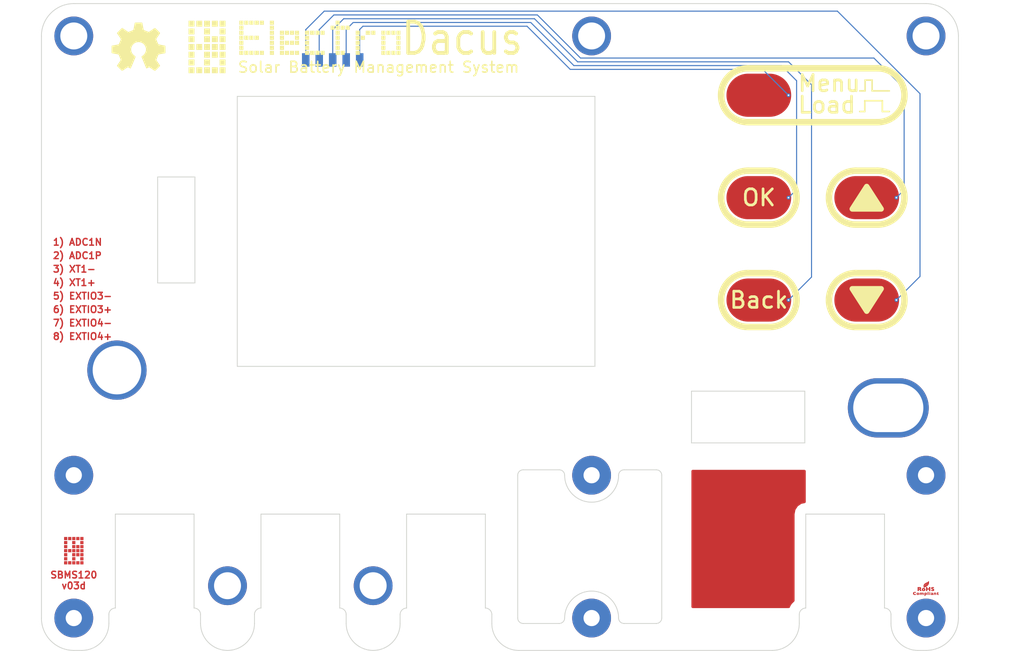
<source format=kicad_pcb>
(kicad_pcb (version 4) (host pcbnew 4.0.6-e0-6349~53~ubuntu14.04.1)

  (general
    (links 5)
    (no_connects 0)
    (area 42.319999 29.329999 232.180001 150.100001)
    (thickness 2.5)
    (drawings 149)
    (tracks 196)
    (zones 0)
    (modules 28)
    (nets 17)
  )

  (page A4)
  (title_block
    (title SBMS120)
    (rev 03)
    (company "Electrodacus (Schematic and PCB layout released under CC-BY-SA 3.0 licence)")
  )

  (layers
    (0 F.Cu signal)
    (31 B.Cu signal)
    (32 B.Adhes user)
    (33 F.Adhes user)
    (34 B.Paste user)
    (35 F.Paste user)
    (36 B.SilkS user)
    (37 F.SilkS user)
    (38 B.Mask user)
    (39 F.Mask user)
    (42 Eco1.User user)
    (43 Eco2.User user)
    (44 Edge.Cuts user)
  )

  (setup
    (last_trace_width 0.198)
    (user_trace_width 0.198)
    (user_trace_width 0.2)
    (user_trace_width 0.25)
    (user_trace_width 0.3)
    (user_trace_width 0.5)
    (user_trace_width 0.7)
    (user_trace_width 1)
    (user_trace_width 1.2)
    (trace_clearance 0.2)
    (zone_clearance 2)
    (zone_45_only yes)
    (trace_min 0.198)
    (segment_width 0.3)
    (edge_width 0.15)
    (via_size 0.7)
    (via_drill 0.3)
    (via_min_size 0.5)
    (via_min_drill 0.3)
    (user_via 0.7 0.3)
    (user_via 1 0.6)
    (uvia_size 0.508)
    (uvia_drill 0.127)
    (uvias_allowed no)
    (uvia_min_size 0.5)
    (uvia_min_drill 0.1)
    (pcb_text_width 0.3)
    (pcb_text_size 1.5 1.5)
    (mod_edge_width 0.15)
    (mod_text_size 1.5 1.5)
    (mod_text_width 0.15)
    (pad_size 0.7 1.1)
    (pad_drill 0)
    (pad_to_mask_clearance 0.03)
    (solder_mask_min_width 0.1)
    (pad_to_paste_clearance_ratio -0.02)
    (aux_axis_origin 50 150)
    (visible_elements FFFFFF4F)
    (pcbplotparams
      (layerselection 0x010e0_80000001)
      (usegerberextensions true)
      (excludeedgelayer true)
      (linewidth 0.100000)
      (plotframeref false)
      (viasonmask false)
      (mode 1)
      (useauxorigin true)
      (hpglpennumber 1)
      (hpglpenspeed 20)
      (hpglpendiameter 15)
      (hpglpenoverlay 2)
      (psnegative false)
      (psa4output false)
      (plotreference false)
      (plotvalue false)
      (plotinvisibletext false)
      (padsonsilk false)
      (subtractmaskfromsilk false)
      (outputformat 1)
      (mirror false)
      (drillshape 0)
      (scaleselection 1)
      (outputdirectory SBMS120-v03d/))
  )

  (net 0 "")
  (net 1 /BAT0)
  (net 2 /CPV1P)
  (net 3 /CPV2P)
  (net 4 /CSI1a)
  (net 5 /CSI2a)
  (net 6 /LDMON)
  (net 7 /PV+)
  (net 8 /PV1)
  (net 9 /PV2)
  (net 10 GND)
  (net 11 "Net-(D7-Pad1)")
  (net 12 "Net-(BA1-Pad1)")
  (net 13 "Net-(BA2-Pad1)")
  (net 14 "Net-(BA3-Pad1)")
  (net 15 "Net-(BA4-Pad1)")
  (net 16 "Net-(BA5-Pad1)")

  (net_class Default "This is the default net class."
    (clearance 0.2)
    (trace_width 0.198)
    (via_dia 0.7)
    (via_drill 0.3)
    (uvia_dia 0.508)
    (uvia_drill 0.127)
    (add_net "Net-(BA1-Pad1)")
    (add_net "Net-(BA2-Pad1)")
    (add_net "Net-(BA3-Pad1)")
    (add_net "Net-(BA4-Pad1)")
    (add_net "Net-(BA5-Pad1)")
  )

  (module dacusnewlib:H1-5mm-7.2 locked (layer F.Cu) (tedit 593461E3) (tstamp 5939A378)
    (at 111.5 138)
    (fp_text reference "" (at -0.27432 -2.94894) (layer F.SilkS) hide
      (effects (font (thickness 0.3048)))
    )
    (fp_text value "" (at 5.02412 -2.99974) (layer F.SilkS) hide
      (effects (font (thickness 0.3048)))
    )
    (pad "" thru_hole circle (at 0 0) (size 7.2 7.2) (drill 5) (layers *.Cu))
    (pad "" smd circle (at 0 0) (size 6 6) (layers *.Mask))
  )

  (module dacusnewlib:H1-5mm-7.2 locked (layer F.Cu) (tedit 593461E3) (tstamp 5939A329)
    (at 84.5 138)
    (fp_text reference "" (at -0.27432 -2.94894) (layer F.SilkS) hide
      (effects (font (thickness 0.3048)))
    )
    (fp_text value "" (at 5.02412 -2.99974) (layer F.SilkS) hide
      (effects (font (thickness 0.3048)))
    )
    (pad "" thru_hole circle (at 0 0) (size 7.2 7.2) (drill 5) (layers *.Cu))
    (pad "" smd circle (at 0 0) (size 6 6) (layers *.Mask))
  )

  (module H1-9mm locked (layer F.Cu) (tedit 5938EE62) (tstamp 58D75F2B)
    (at 64 98)
    (path Hole-large)
    (fp_text reference "" (at -0.27432 -2.94894) (layer F.SilkS) hide
      (effects (font (thickness 0.3048)))
    )
    (fp_text value "" (at 5.02412 -2.99974) (layer F.SilkS) hide
      (effects (font (thickness 0.3048)))
    )
    (pad "" thru_hole circle (at 0 0) (size 11 11) (drill 9) (layers *.Cu))
    (pad 1 smd circle (at 0 0) (size 10 10) (layers *.Mask))
  )

  (module H1-9x13mm locked (layer F.Cu) (tedit 5938EE20) (tstamp 58D59A4E)
    (at 207 105)
    (path Hole-large)
    (fp_text reference "" (at -0.27432 -2.94894) (layer F.SilkS) hide
      (effects (font (thickness 0.3048)))
    )
    (fp_text value "" (at 5.02412 -2.99974) (layer F.SilkS) hide
      (effects (font (thickness 0.3048)))
    )
    (pad "" thru_hole oval (at 0 0) (size 15 11) (drill oval 13 9) (layers *.Cu))
    (pad 1 smd oval (at 0 0) (size 14 10) (layers *.Mask))
  )

  (module button_SMD-dac4 locked (layer F.Cu) (tedit 5938DA90) (tstamp 593509B3)
    (at 183 47)
    (descr "module 1 pin (ou trou mecanique de percage)")
    (tags DEV)
    (path /59356F2B)
    (fp_text reference BA5 (at 0 -3.50012) (layer F.SilkS) hide
      (effects (font (size 1.016 1.016) (thickness 0.254)))
    )
    (fp_text value CONN_1 (at 0.24892 3.74904) (layer F.SilkS) hide
      (effects (font (size 1.016 1.016) (thickness 0.254)))
    )
    (pad 1 smd oval (at 0 0) (size 12 8) (layers F.Cu)
      (net 16 "Net-(BA5-Pad1)"))
  )

  (module dacusnewlib:Logo1 locked (layer F.Cu) (tedit 5938DB1C) (tstamp 58E48C31)
    (at 54.04928 134.19888)
    (fp_text reference Logo1 (at 0 -7.67588) (layer F.SilkS) hide
      (effects (font (thickness 0.3048)))
    )
    (fp_text value VAL** (at 6.97484 -7.67588) (layer F.SilkS) hide
      (effects (font (thickness 0.3048)))
    )
    (pad 40 smd rect (at 0.44958 -0.44958) (size 0.58928 0.58928) (layers F.Cu))
    (pad 43 smd rect (at 0.44958 -1.19888) (size 0.58928 0.58928) (layers F.Cu))
    (pad 44 smd rect (at 0.44958 -1.95072) (size 0.58928 0.58928) (layers F.Cu))
    (pad 45 smd rect (at 0.44958 -2.70002) (size 0.58928 0.58928) (layers F.Cu))
    (pad 46 smd rect (at 0.44958 -3.44932) (size 0.58928 0.58928) (layers F.Cu))
    (pad 47 smd rect (at 0.44958 -4.20116) (size 0.58928 0.58928) (layers F.Cu))
    (pad 48 smd rect (at 0.44958 -4.95046) (size 0.58928 0.58928) (layers F.Cu))
    (pad 49 smd rect (at 1.19888 -0.44958) (size 0.58928 0.58928) (layers F.Cu))
    (pad 50 smd rect (at 1.19888 -2.70002) (size 0.58928 0.58928) (layers F.Cu))
    (pad 51 smd rect (at 1.19888 -4.95046) (size 0.58928 0.58928) (layers F.Cu))
    (pad 52 smd rect (at 1.95072 -0.44958) (size 0.58928 0.58928) (layers F.Cu))
    (pad 53 smd rect (at 1.95072 -1.19888) (size 0.58928 0.58928) (layers F.Cu))
    (pad 54 smd rect (at 1.95072 -1.95072) (size 0.58928 0.58928) (layers F.Cu))
    (pad 55 smd rect (at 1.95072 -2.70002) (size 0.58928 0.58928) (layers F.Cu))
    (pad 56 smd rect (at 1.95072 -3.44932) (size 0.58928 0.58928) (layers F.Cu))
    (pad 57 smd rect (at 1.95072 -4.20116) (size 0.58928 0.58928) (layers F.Cu))
    (pad 58 smd rect (at 1.95072 -4.95046) (size 0.58928 0.58928) (layers F.Cu))
    (pad 59 smd rect (at 2.70002 -0.44958) (size 0.58928 0.58928) (layers F.Cu))
    (pad 60 smd rect (at 2.70002 -1.95072) (size 0.58928 0.58928) (layers F.Cu))
    (pad 61 smd rect (at 2.70002 -2.70002) (size 0.58928 0.58928) (layers F.Cu))
    (pad 62 smd rect (at 2.70002 -3.44932) (size 0.58928 0.58928) (layers F.Cu))
    (pad 63 smd rect (at 2.70002 -4.95046) (size 0.58928 0.58928) (layers F.Cu))
    (pad 64 smd rect (at 3.44932 -0.44958) (size 0.58928 0.58928) (layers F.Cu))
    (pad 65 smd rect (at 3.44932 -1.19888) (size 0.58928 0.58928) (layers F.Cu))
    (pad 66 smd rect (at 3.44932 -1.95072) (size 0.58928 0.58928) (layers F.Cu))
    (pad 67 smd rect (at 3.44932 -2.70002) (size 0.58928 0.58928) (layers F.Cu))
    (pad 68 smd rect (at 3.44932 -3.44932) (size 0.58928 0.58928) (layers F.Cu))
    (pad 69 smd rect (at 3.44932 -4.20116) (size 0.58928 0.58928) (layers F.Cu))
    (pad 70 smd rect (at 3.44932 -4.95046) (size 0.58928 0.58928) (layers F.Cu))
  )

  (module dacusnewlib:H1-5mm-7.2 locked (layer F.Cu) (tedit 593461E3) (tstamp 58E5B0B8)
    (at 214 36)
    (fp_text reference "" (at -0.27432 -2.94894) (layer F.SilkS) hide
      (effects (font (thickness 0.3048)))
    )
    (fp_text value "" (at 5.02412 -2.99974) (layer F.SilkS) hide
      (effects (font (thickness 0.3048)))
    )
    (pad "" thru_hole circle (at 0 0) (size 7.2 7.2) (drill 5) (layers *.Cu))
    (pad "" smd circle (at 0 0) (size 6 6) (layers *.Mask))
  )

  (module dacusnewlib:H1-5mm-7.2 locked (layer F.Cu) (tedit 593461E3) (tstamp 58E5B0C8)
    (at 152 36)
    (fp_text reference "" (at -0.27432 -2.94894) (layer F.SilkS) hide
      (effects (font (thickness 0.3048)))
    )
    (fp_text value "" (at 5.02412 -2.99974) (layer F.SilkS) hide
      (effects (font (thickness 0.3048)))
    )
    (pad "" thru_hole circle (at 0 0) (size 7.2 7.2) (drill 5) (layers *.Cu))
    (pad "" smd circle (at 0 0) (size 6 6) (layers *.Mask))
  )

  (module dacusnewlib:H1-5mm-7.2 locked (layer F.Cu) (tedit 593461E3) (tstamp 58E5B0D8)
    (at 56 36)
    (fp_text reference "" (at -0.27432 -2.94894) (layer F.SilkS) hide
      (effects (font (thickness 0.3048)))
    )
    (fp_text value "" (at 5.02412 -2.99974) (layer F.SilkS) hide
      (effects (font (thickness 0.3048)))
    )
    (pad "" thru_hole circle (at 0 0) (size 7.2 7.2) (drill 5) (layers *.Cu))
    (pad "" smd circle (at 0 0) (size 6 6) (layers *.Mask))
  )

  (module dacusnewlib:Logo-copper-ROHS locked (layer F.Cu) (tedit 0) (tstamp 59348347)
    (at 214 138.5)
    (descr "ROHS logo, 5x2.8mm")
    (fp_text reference G*** (at -0.8 -0.4) (layer F.SilkS) hide
      (effects (font (size 0.0889 0.0889) (thickness 0.01778)))
    )
    (fp_text value LOGO (at 0.5 -0.4) (layer F.SilkS) hide
      (effects (font (size 0.0889 0.0889) (thickness 0.01778)))
    )
    (fp_poly (pts (xy 0.16764 0.99822) (xy 0.16764 1.02616) (xy 0.16764 1.04394) (xy 0.1651 1.05664)
      (xy 0.16256 1.05918) (xy 0.16002 1.06426) (xy 0.16002 1.07442) (xy 0.16002 1.0795)
      (xy 0.15748 1.0922) (xy 0.15494 1.09728) (xy 0.15494 1.09982) (xy 0.14986 1.10236)
      (xy 0.14986 1.11252) (xy 0.14732 1.12014) (xy 0.14478 1.12268) (xy 0.1397 1.12776)
      (xy 0.1397 1.1303) (xy 0.13462 1.14046) (xy 0.127 1.15062) (xy 0.11684 1.16078)
      (xy 0.10668 1.17094) (xy 0.09906 1.17348) (xy 0.09398 1.17856) (xy 0.09398 1.1811)
      (xy 0.0889 1.18618) (xy 0.08382 1.18872) (xy 0.0762 1.19126) (xy 0.07366 1.1938)
      (xy 0.06858 1.19888) (xy 0.0635 1.19888) (xy 0.05588 1.20142) (xy 0.05334 1.20396)
      (xy 0.04826 1.2065) (xy 0.0381 1.20904) (xy 0.03048 1.20904) (xy 0.01778 1.20904)
      (xy 0.01016 1.21158) (xy 0.00762 1.21412) (xy 0.00508 1.21666) (xy 0 1.21666)
      (xy 0 1.01092) (xy 0 1.0033) (xy 0 0.98298) (xy 0 0.96774)
      (xy -0.00254 0.96012) (xy -0.00254 0.95758) (xy -0.00762 0.95504) (xy -0.00762 0.94996)
      (xy -0.0127 0.94234) (xy -0.02032 0.93218) (xy -0.03048 0.92202) (xy -0.0381 0.91948)
      (xy -0.0381 0.91948) (xy -0.04318 0.9144) (xy -0.04318 0.91186) (xy -0.04826 0.90678)
      (xy -0.05842 0.90424) (xy -0.0635 0.90424) (xy -0.07874 0.90424) (xy -0.08382 0.90932)
      (xy -0.08382 0.91186) (xy -0.0889 0.91694) (xy -0.09652 0.91948) (xy -0.10668 0.91948)
      (xy -0.10922 0.92456) (xy -0.11176 0.9271) (xy -0.11938 0.92964) (xy -0.12192 0.92964)
      (xy -0.12446 0.93218) (xy -0.127 0.93726) (xy -0.127 0.94996) (xy -0.12954 0.9652)
      (xy -0.12954 0.99314) (xy -0.12954 1.00076) (xy -0.12954 1.03378) (xy -0.127 1.05664)
      (xy -0.12446 1.07188) (xy -0.12192 1.08204) (xy -0.11684 1.08712) (xy -0.10668 1.08966)
      (xy -0.10414 1.08966) (xy -0.09652 1.08966) (xy -0.09398 1.09474) (xy -0.0889 1.09728)
      (xy -0.07874 1.09728) (xy -0.06858 1.09982) (xy -0.05334 1.09728) (xy -0.04572 1.09474)
      (xy -0.04318 1.09474) (xy -0.04064 1.08966) (xy -0.0381 1.08966) (xy -0.03048 1.08458)
      (xy -0.02032 1.07696) (xy -0.0127 1.0668) (xy -0.00762 1.05664) (xy -0.00762 1.05664)
      (xy -0.00508 1.04902) (xy -0.00254 1.04902) (xy -0.00254 1.04394) (xy 0 1.03124)
      (xy 0 1.01092) (xy 0 1.21666) (xy -0.00762 1.2192) (xy -0.0254 1.2192)
      (xy -0.03048 1.2192) (xy -0.0508 1.2192) (xy -0.06604 1.21666) (xy -0.07366 1.21412)
      (xy -0.07366 1.21412) (xy -0.07874 1.21158) (xy -0.0889 1.20904) (xy -0.09652 1.20904)
      (xy -0.10922 1.2065) (xy -0.11684 1.20396) (xy -0.11938 1.20396) (xy -0.12192 1.19888)
      (xy -0.12446 1.19888) (xy -0.12446 1.20396) (xy -0.127 1.2192) (xy -0.127 1.24206)
      (xy -0.12954 1.27254) (xy -0.12954 1.29286) (xy -0.12954 1.38938) (xy -0.20828 1.38938)
      (xy -0.28956 1.38938) (xy -0.28956 1.09474) (xy -0.28956 0.8001) (xy -0.20828 0.8001)
      (xy -0.1778 0.8001) (xy -0.1524 0.8001) (xy -0.13716 0.80264) (xy -0.12954 0.80264)
      (xy -0.12954 0.80264) (xy -0.12446 0.80772) (xy -0.11938 0.80772) (xy -0.11176 0.80772)
      (xy -0.10922 0.80264) (xy -0.10414 0.8001) (xy -0.09398 0.8001) (xy -0.09144 0.8001)
      (xy -0.07874 0.79756) (xy -0.07366 0.79502) (xy -0.07366 0.79248) (xy -0.06858 0.79248)
      (xy -0.05588 0.78994) (xy -0.03556 0.78994) (xy -0.02032 0.78994) (xy 0 0.78994)
      (xy 0.01778 0.78994) (xy 0.02794 0.79248) (xy 0.02794 0.79248) (xy 0.03302 0.79756)
      (xy 0.04318 0.79756) (xy 0.04572 0.8001) (xy 0.05842 0.8001) (xy 0.0635 0.80264)
      (xy 0.0635 0.80264) (xy 0.06858 0.80772) (xy 0.07366 0.80772) (xy 0.08128 0.8128)
      (xy 0.0889 0.81788) (xy 0.09652 0.8255) (xy 0.1016 0.82804) (xy 0.10922 0.83312)
      (xy 0.10922 0.83312) (xy 0.11176 0.84074) (xy 0.12192 0.8509) (xy 0.12954 0.85852)
      (xy 0.1397 0.87122) (xy 0.14732 0.88138) (xy 0.14986 0.88646) (xy 0.1524 0.89154)
      (xy 0.15494 0.89408) (xy 0.15748 0.89916) (xy 0.15748 0.90932) (xy 0.16002 0.91694)
      (xy 0.16002 0.92964) (xy 0.16256 0.93726) (xy 0.16256 0.9398) (xy 0.1651 0.94234)
      (xy 0.16764 0.95758) (xy 0.16764 0.9779) (xy 0.16764 0.99822) (xy 0.16764 0.99822)) (layer F.Cu) (width 0.00254))
    (fp_poly (pts (xy -1.86436 1.08712) (xy -1.86436 1.1176) (xy -1.86436 1.14046) (xy -1.8669 1.15824)
      (xy -1.87198 1.16586) (xy -1.87706 1.17094) (xy -1.88468 1.17348) (xy -1.88468 1.17348)
      (xy -1.8923 1.17856) (xy -1.89484 1.1811) (xy -1.89738 1.18618) (xy -1.905 1.18872)
      (xy -1.91516 1.19126) (xy -1.9177 1.1938) (xy -1.92278 1.19634) (xy -1.93294 1.19888)
      (xy -1.93802 1.19888) (xy -1.95072 1.19888) (xy -1.95834 1.20142) (xy -1.95834 1.20396)
      (xy -1.96342 1.2065) (xy -1.97612 1.20904) (xy -1.9939 1.20904) (xy -1.99644 1.20904)
      (xy -2.01422 1.20904) (xy -2.02946 1.21158) (xy -2.03454 1.21412) (xy -2.03454 1.21412)
      (xy -2.03962 1.21666) (xy -2.05232 1.21666) (xy -2.07264 1.2192) (xy -2.08788 1.2192)
      (xy -2.11328 1.2192) (xy -2.13106 1.21666) (xy -2.14122 1.21412) (xy -2.14376 1.21412)
      (xy -2.14884 1.21158) (xy -2.16154 1.20904) (xy -2.17678 1.20904) (xy -2.19202 1.20904)
      (xy -2.20472 1.2065) (xy -2.2098 1.20396) (xy -2.21234 1.20142) (xy -2.2225 1.19888)
      (xy -2.2225 1.19888) (xy -2.2352 1.19634) (xy -2.23774 1.1938) (xy -2.24282 1.19126)
      (xy -2.25044 1.18872) (xy -2.2606 1.18618) (xy -2.26314 1.1811) (xy -2.26822 1.17602)
      (xy -2.2733 1.17348) (xy -2.28092 1.17094) (xy -2.28346 1.1684) (xy -2.28854 1.16332)
      (xy -2.29362 1.16332) (xy -2.30124 1.16078) (xy -2.30886 1.15316) (xy -2.31648 1.14554)
      (xy -2.31902 1.143) (xy -2.32664 1.14046) (xy -2.3368 1.13284) (xy -2.34442 1.12268)
      (xy -2.3495 1.11506) (xy -2.3495 1.11506) (xy -2.35204 1.10998) (xy -2.35458 1.10998)
      (xy -2.35712 1.1049) (xy -2.35966 1.09982) (xy -2.3622 1.08966) (xy -2.36982 1.08458)
      (xy -2.37744 1.07442) (xy -2.37744 1.0668) (xy -2.37998 1.05918) (xy -2.38252 1.05918)
      (xy -2.3876 1.0541) (xy -2.3876 1.04394) (xy -2.3876 1.0414) (xy -2.39014 1.0287)
      (xy -2.39522 1.02362) (xy -2.39522 1.02362) (xy -2.4003 1.02108) (xy -2.40284 1.01346)
      (xy -2.40284 0.99568) (xy -2.40538 0.98044) (xy -2.40792 0.97028) (xy -2.40792 0.96774)
      (xy -2.41046 0.9652) (xy -2.413 0.94996) (xy -2.413 0.93218) (xy -2.413 0.9271)
      (xy -2.413 0.90678) (xy -2.41046 0.89154) (xy -2.41046 0.88392) (xy -2.40792 0.88392)
      (xy -2.40538 0.87884) (xy -2.40538 0.86868) (xy -2.40284 0.85598) (xy -2.40284 0.84074)
      (xy -2.4003 0.83058) (xy -2.39522 0.82804) (xy -2.39014 0.8255) (xy -2.3876 0.8128)
      (xy -2.3876 0.80264) (xy -2.38252 0.8001) (xy -2.37998 0.79502) (xy -2.37744 0.78994)
      (xy -2.37744 0.77978) (xy -2.3749 0.77978) (xy -2.36982 0.7747) (xy -2.36982 0.77216)
      (xy -2.36728 0.76454) (xy -2.36474 0.76454) (xy -2.35966 0.75946) (xy -2.35966 0.75692)
      (xy -2.35458 0.7493) (xy -2.34696 0.7366) (xy -2.3368 0.72644) (xy -2.32664 0.71628)
      (xy -2.31902 0.71374) (xy -2.31394 0.7112) (xy -2.31394 0.70866) (xy -2.30886 0.70358)
      (xy -2.30378 0.70358) (xy -2.29616 0.70104) (xy -2.29362 0.6985) (xy -2.28854 0.68834)
      (xy -2.28092 0.68072) (xy -2.27076 0.67818) (xy -2.26568 0.67564) (xy -2.26314 0.6731)
      (xy -2.2606 0.67056) (xy -2.2479 0.66802) (xy -2.24536 0.66802) (xy -2.2352 0.66802)
      (xy -2.23012 0.66548) (xy -2.22758 0.66294) (xy -2.22504 0.6604) (xy -2.21488 0.65786)
      (xy -2.21488 0.65786) (xy -2.20218 0.65786) (xy -2.19964 0.65278) (xy -2.19964 0.65278)
      (xy -2.19456 0.65278) (xy -2.17932 0.65024) (xy -2.15646 0.65024) (xy -2.12344 0.65024)
      (xy -2.09042 0.6477) (xy -2.05232 0.65024) (xy -2.02184 0.65024) (xy -1.99898 0.65024)
      (xy -1.98628 0.65278) (xy -1.98374 0.65278) (xy -1.97866 0.65532) (xy -1.9685 0.65786)
      (xy -1.9558 0.65786) (xy -1.94056 0.6604) (xy -1.9304 0.66294) (xy -1.92786 0.66294)
      (xy -1.92532 0.66802) (xy -1.91262 0.66802) (xy -1.91008 0.66802) (xy -1.89992 0.67056)
      (xy -1.89484 0.6731) (xy -1.89484 0.6731) (xy -1.88976 0.67818) (xy -1.8796 0.67818)
      (xy -1.8796 0.67818) (xy -1.86436 0.67818) (xy -1.86436 0.762) (xy -1.86436 0.84328)
      (xy -1.8796 0.84328) (xy -1.88976 0.84074) (xy -1.89484 0.83566) (xy -1.89738 0.83058)
      (xy -1.905 0.82804) (xy -1.91516 0.82804) (xy -1.9177 0.82296) (xy -1.92278 0.82042)
      (xy -1.92786 0.81788) (xy -1.93802 0.81788) (xy -1.93802 0.8128) (xy -1.9431 0.81026)
      (xy -1.94818 0.80772) (xy -1.9558 0.80772) (xy -1.95834 0.80264) (xy -1.96342 0.8001)
      (xy -1.97104 0.8001) (xy -1.9812 0.79756) (xy -1.98374 0.79248) (xy -1.98882 0.78994)
      (xy -1.99898 0.78994) (xy -2.00914 0.78994) (xy -2.02184 0.7874) (xy -2.032 0.78486)
      (xy -2.03454 0.78486) (xy -2.03708 0.77978) (xy -2.04724 0.77978) (xy -2.05486 0.77978)
      (xy -2.05994 0.78486) (xy -2.06248 0.7874) (xy -2.07518 0.7874) (xy -2.0828 0.78994)
      (xy -2.09804 0.78994) (xy -2.1082 0.79248) (xy -2.1082 0.79248) (xy -2.11328 0.79756)
      (xy -2.1209 0.8001) (xy -2.13106 0.8001) (xy -2.1336 0.80264) (xy -2.13868 0.80772)
      (xy -2.14122 0.80772) (xy -2.14884 0.8128) (xy -2.159 0.82042) (xy -2.16916 0.82804)
      (xy -2.17424 0.83566) (xy -2.17424 0.83566) (xy -2.17678 0.84328) (xy -2.1844 0.8509)
      (xy -2.18948 0.85344) (xy -2.19202 0.85344) (xy -2.19964 0.85852) (xy -2.20472 0.86614)
      (xy -2.2098 0.8763) (xy -2.2098 0.8763) (xy -2.21234 0.88392) (xy -2.21488 0.88392)
      (xy -2.21742 0.889) (xy -2.21742 0.9017) (xy -2.21996 0.92202) (xy -2.21996 0.9271)
      (xy -2.21742 0.94742) (xy -2.21742 0.96266) (xy -2.21488 0.96774) (xy -2.21488 0.96774)
      (xy -2.2098 0.97282) (xy -2.2098 0.98044) (xy -2.20726 0.9906) (xy -2.20472 0.99314)
      (xy -2.19964 0.99822) (xy -2.19964 1.0033) (xy -2.1971 1.01092) (xy -2.19456 1.01346)
      (xy -2.18694 1.016) (xy -2.17678 1.02616) (xy -2.16916 1.03632) (xy -2.16408 1.04394)
      (xy -2.16408 1.04394) (xy -2.159 1.04902) (xy -2.15392 1.04902) (xy -2.1463 1.05156)
      (xy -2.14376 1.0541) (xy -2.13868 1.05664) (xy -2.1336 1.05918) (xy -2.12598 1.06172)
      (xy -2.12344 1.06426) (xy -2.11836 1.0668) (xy -2.1082 1.06934) (xy -2.10566 1.06934)
      (xy -2.0955 1.06934) (xy -2.08788 1.07188) (xy -2.08788 1.07442) (xy -2.08534 1.07696)
      (xy -2.07264 1.07696) (xy -2.0574 1.0795) (xy -2.03962 1.07696) (xy -2.02692 1.07696)
      (xy -2.02438 1.07442) (xy -2.0193 1.07188) (xy -2.00914 1.06934) (xy -2.00406 1.06934)
      (xy -1.99136 1.0668) (xy -1.98374 1.06426) (xy -1.98374 1.06426) (xy -1.97866 1.05918)
      (xy -1.9685 1.05918) (xy -1.96596 1.05918) (xy -1.9558 1.05664) (xy -1.94818 1.0541)
      (xy -1.94818 1.0541) (xy -1.94564 1.04902) (xy -1.93802 1.04902) (xy -1.9304 1.04648)
      (xy -1.92786 1.0414) (xy -1.92532 1.03632) (xy -1.91516 1.03378) (xy -1.90754 1.03124)
      (xy -1.905 1.0287) (xy -1.89992 1.02362) (xy -1.89484 1.02362) (xy -1.88468 1.02108)
      (xy -1.88468 1.01854) (xy -1.8796 1.01346) (xy -1.87452 1.01346) (xy -1.86944 1.01346)
      (xy -1.8669 1.016) (xy -1.86436 1.02362) (xy -1.86436 1.03378) (xy -1.86436 1.05156)
      (xy -1.86436 1.07696) (xy -1.86436 1.08712) (xy -1.86436 1.08712)) (layer F.Cu) (width 0.00254))
    (fp_poly (pts (xy -1.26746 1.0033) (xy -1.27 1.03124) (xy -1.27 1.05156) (xy -1.27254 1.06426)
      (xy -1.27254 1.06934) (xy -1.27762 1.07188) (xy -1.27762 1.08458) (xy -1.27762 1.08458)
      (xy -1.28016 1.09474) (xy -1.28524 1.09982) (xy -1.29286 1.10236) (xy -1.29286 1.10998)
      (xy -1.29794 1.12268) (xy -1.30302 1.12776) (xy -1.31064 1.13792) (xy -1.31318 1.143)
      (xy -1.31826 1.15316) (xy -1.32842 1.16078) (xy -1.33604 1.16332) (xy -1.34366 1.16586)
      (xy -1.34366 1.1684) (xy -1.34874 1.17348) (xy -1.35128 1.17348) (xy -1.3589 1.17856)
      (xy -1.3589 1.1811) (xy -1.36398 1.18618) (xy -1.36906 1.18872) (xy -1.37668 1.19126)
      (xy -1.37922 1.1938) (xy -1.38176 1.19888) (xy -1.38938 1.19888) (xy -1.397 1.20142)
      (xy -1.39954 1.20396) (xy -1.40208 1.2065) (xy -1.41478 1.20904) (xy -1.43002 1.20904)
      (xy -1.43256 1.20904) (xy -1.43256 1.0033) (xy -1.4351 0.99568) (xy -1.43764 0.99314)
      (xy -1.44272 0.9906) (xy -1.44272 0.9779) (xy -1.44272 0.97028) (xy -1.44526 0.95758)
      (xy -1.4478 0.94996) (xy -1.4478 0.94996) (xy -1.45288 0.94488) (xy -1.45288 0.9398)
      (xy -1.45796 0.92964) (xy -1.46812 0.92202) (xy -1.47574 0.91948) (xy -1.48336 0.9144)
      (xy -1.48336 0.91186) (xy -1.4859 0.90678) (xy -1.49606 0.90424) (xy -1.50622 0.90424)
      (xy -1.52146 0.90424) (xy -1.52908 0.90678) (xy -1.52908 0.91186) (xy -1.53162 0.91694)
      (xy -1.5367 0.91948) (xy -1.54686 0.92202) (xy -1.55702 0.93218) (xy -1.55956 0.9398)
      (xy -1.5621 0.94742) (xy -1.56718 0.94996) (xy -1.57226 0.9525) (xy -1.57226 0.96266)
      (xy -1.5748 0.97028) (xy -1.5748 0.98552) (xy -1.57734 0.99314) (xy -1.57988 0.99314)
      (xy -1.58242 0.99822) (xy -1.58242 1.0033) (xy -1.58242 1.01092) (xy -1.57988 1.01346)
      (xy -1.5748 1.01854) (xy -1.5748 1.0287) (xy -1.5748 1.03632) (xy -1.57226 1.04902)
      (xy -1.56972 1.05918) (xy -1.56718 1.05918) (xy -1.5621 1.06172) (xy -1.55194 1.06934)
      (xy -1.5494 1.07442) (xy -1.53924 1.08204) (xy -1.52908 1.08966) (xy -1.52654 1.08966)
      (xy -1.51892 1.0922) (xy -1.51892 1.09474) (xy -1.51384 1.09728) (xy -1.50876 1.09982)
      (xy -1.50114 1.09728) (xy -1.4986 1.09474) (xy -1.49352 1.08966) (xy -1.48844 1.08966)
      (xy -1.47828 1.08458) (xy -1.46812 1.07696) (xy -1.4605 1.07188) (xy -1.45034 1.05918)
      (xy -1.44526 1.04648) (xy -1.44272 1.03378) (xy -1.44272 1.02108) (xy -1.44018 1.01346)
      (xy -1.43764 1.01346) (xy -1.4351 1.00838) (xy -1.43256 1.0033) (xy -1.43256 1.20904)
      (xy -1.4478 1.20904) (xy -1.4605 1.21158) (xy -1.46304 1.21412) (xy -1.46812 1.21666)
      (xy -1.48082 1.2192) (xy -1.50114 1.2192) (xy -1.50622 1.2192) (xy -1.52654 1.2192)
      (xy -1.54178 1.21666) (xy -1.5494 1.21412) (xy -1.5494 1.21412) (xy -1.55448 1.21158)
      (xy -1.56464 1.20904) (xy -1.58242 1.20904) (xy -1.59766 1.20904) (xy -1.61036 1.2065)
      (xy -1.6129 1.20396) (xy -1.61798 1.19888) (xy -1.6256 1.19888) (xy -1.63576 1.19634)
      (xy -1.6383 1.1938) (xy -1.64338 1.18872) (xy -1.64846 1.18872) (xy -1.65608 1.18618)
      (xy -1.65862 1.18364) (xy -1.6637 1.17348) (xy -1.67132 1.16586) (xy -1.68148 1.16332)
      (xy -1.68656 1.16078) (xy -1.6891 1.15824) (xy -1.69164 1.15316) (xy -1.69672 1.15316)
      (xy -1.7018 1.15062) (xy -1.70434 1.14554) (xy -1.70688 1.13538) (xy -1.7145 1.12776)
      (xy -1.72212 1.1176) (xy -1.72466 1.10998) (xy -1.72466 1.10236) (xy -1.72974 1.09982)
      (xy -1.73228 1.09474) (xy -1.73482 1.08458) (xy -1.73482 1.08458) (xy -1.73482 1.07442)
      (xy -1.73736 1.06934) (xy -1.7399 1.06934) (xy -1.7399 1.06426) (xy -1.74244 1.04902)
      (xy -1.74244 1.0287) (xy -1.74244 1.0033) (xy -1.74244 0.97536) (xy -1.74244 0.95504)
      (xy -1.7399 0.94234) (xy -1.7399 0.9398) (xy -1.73482 0.93472) (xy -1.73482 0.92456)
      (xy -1.73482 0.92202) (xy -1.73228 0.90932) (xy -1.72974 0.90424) (xy -1.72974 0.90424)
      (xy -1.72466 0.89916) (xy -1.72466 0.89408) (xy -1.72212 0.88646) (xy -1.71958 0.88392)
      (xy -1.7145 0.87884) (xy -1.7145 0.8763) (xy -1.70942 0.86614) (xy -1.70434 0.85852)
      (xy -1.69672 0.85344) (xy -1.69672 0.85344) (xy -1.6891 0.8509) (xy -1.68148 0.84328)
      (xy -1.67894 0.83312) (xy -1.67894 0.83312) (xy -1.67386 0.83058) (xy -1.66878 0.82804)
      (xy -1.66116 0.8255) (xy -1.65354 0.81788) (xy -1.64084 0.81026) (xy -1.63068 0.80772)
      (xy -1.61798 0.80772) (xy -1.6129 0.80518) (xy -1.6129 0.80264) (xy -1.61036 0.8001)
      (xy -1.59766 0.8001) (xy -1.59258 0.8001) (xy -1.58242 0.79756) (xy -1.5748 0.79502)
      (xy -1.5748 0.79248) (xy -1.56972 0.79248) (xy -1.55448 0.78994) (xy -1.53416 0.78994)
      (xy -1.50876 0.78994) (xy -1.48082 0.78994) (xy -1.4605 0.78994) (xy -1.4478 0.79248)
      (xy -1.44272 0.79248) (xy -1.44018 0.79756) (xy -1.42748 0.79756) (xy -1.4224 0.8001)
      (xy -1.40716 0.8001) (xy -1.39954 0.80264) (xy -1.39954 0.80264) (xy -1.39446 0.80772)
      (xy -1.3843 0.80772) (xy -1.3716 0.8128) (xy -1.36398 0.81788) (xy -1.35382 0.8255)
      (xy -1.3462 0.82804) (xy -1.33604 0.83058) (xy -1.3335 0.83312) (xy -1.33096 0.84074)
      (xy -1.3208 0.8509) (xy -1.31826 0.85344) (xy -1.3081 0.8636) (xy -1.30302 0.87376)
      (xy -1.30302 0.8763) (xy -1.30048 0.88392) (xy -1.29794 0.88392) (xy -1.2954 0.889)
      (xy -1.29286 0.89408) (xy -1.29032 0.9017) (xy -1.28524 0.90424) (xy -1.28016 0.90678)
      (xy -1.27762 0.91948) (xy -1.27762 0.92202) (xy -1.27762 0.93218) (xy -1.27508 0.9398)
      (xy -1.27254 0.9398) (xy -1.27254 0.94234) (xy -1.27 0.95758) (xy -1.27 0.9779)
      (xy -1.26746 1.0033) (xy -1.26746 1.0033)) (layer F.Cu) (width 0.00254))
    (fp_poly (pts (xy 1.34366 1.14046) (xy 1.34366 1.16586) (xy 1.34112 1.18364) (xy 1.3335 1.1938)
      (xy 1.32588 1.19888) (xy 1.31572 1.19888) (xy 1.3081 1.20142) (xy 1.30302 1.20396)
      (xy 1.30048 1.2065) (xy 1.28778 1.20904) (xy 1.28016 1.20904) (xy 1.26746 1.20904)
      (xy 1.25984 1.21158) (xy 1.25984 1.21412) (xy 1.25476 1.21666) (xy 1.24206 1.2192)
      (xy 1.22174 1.2192) (xy 1.21666 1.2192) (xy 1.19634 1.2192) (xy 1.1811 1.21666)
      (xy 1.17348 1.21412) (xy 1.17348 1.21412) (xy 1.1684 1.20904) (xy 1.16332 1.20904)
      (xy 1.1557 1.2065) (xy 1.15316 1.20396) (xy 1.15062 1.19888) (xy 1.14554 1.19888)
      (xy 1.13792 1.1938) (xy 1.13538 1.1938) (xy 1.13284 1.18872) (xy 1.1303 1.1938)
      (xy 1.12776 1.1938) (xy 1.12776 1.0668) (xy 1.12776 1.04648) (xy 1.12268 1.03124)
      (xy 1.12014 1.0287) (xy 1.11252 1.02362) (xy 1.10998 1.0287) (xy 1.1049 1.03378)
      (xy 1.09728 1.03378) (xy 1.08966 1.03632) (xy 1.08966 1.03886) (xy 1.08458 1.04648)
      (xy 1.0795 1.0541) (xy 1.07188 1.05918) (xy 1.07188 1.05918) (xy 1.0668 1.06172)
      (xy 1.06172 1.0668) (xy 1.05664 1.07442) (xy 1.0541 1.08712) (xy 1.0541 1.09728)
      (xy 1.05664 1.10744) (xy 1.05918 1.10998) (xy 1.06426 1.11252) (xy 1.06426 1.11506)
      (xy 1.0668 1.12268) (xy 1.0795 1.12268) (xy 1.08204 1.12268) (xy 1.09474 1.12268)
      (xy 1.09982 1.1176) (xy 1.09982 1.11506) (xy 1.10236 1.10998) (xy 1.10744 1.10998)
      (xy 1.1176 1.1049) (xy 1.12522 1.0922) (xy 1.12776 1.07188) (xy 1.12776 1.0668)
      (xy 1.12776 1.1938) (xy 1.12522 1.19888) (xy 1.1176 1.19888) (xy 1.10998 1.20142)
      (xy 1.10998 1.20396) (xy 1.1049 1.2065) (xy 1.0922 1.20904) (xy 1.08712 1.20904)
      (xy 1.07188 1.20904) (xy 1.06426 1.21158) (xy 1.06426 1.21412) (xy 1.05918 1.21666)
      (xy 1.04648 1.2192) (xy 1.02616 1.2192) (xy 1.02108 1.2192) (xy 1.00076 1.2192)
      (xy 0.98552 1.21666) (xy 0.9779 1.21412) (xy 0.9779 1.21412) (xy 0.97536 1.21158)
      (xy 0.96266 1.20904) (xy 0.95758 1.20904) (xy 0.94742 1.2065) (xy 0.9398 1.20396)
      (xy 0.9398 1.20396) (xy 0.93472 1.19888) (xy 0.93218 1.19888) (xy 0.92456 1.19634)
      (xy 0.91694 1.18872) (xy 0.9144 1.1811) (xy 0.90932 1.17348) (xy 0.90424 1.1684)
      (xy 0.89916 1.16332) (xy 0.89662 1.15824) (xy 0.89408 1.14808) (xy 0.89408 1.1303)
      (xy 0.89408 1.10998) (xy 0.89408 1.08712) (xy 0.89662 1.06934) (xy 0.89662 1.05918)
      (xy 0.89916 1.05918) (xy 0.9017 1.0541) (xy 0.90424 1.04902) (xy 0.90678 1.03632)
      (xy 0.91694 1.02362) (xy 0.92964 1.016) (xy 0.93726 1.01346) (xy 0.94742 1.01092)
      (xy 0.94996 1.00838) (xy 0.9525 1.00584) (xy 0.95758 1.0033) (xy 0.96774 1.00076)
      (xy 0.96774 0.99822) (xy 0.97282 0.99568) (xy 0.9779 0.99314) (xy 0.98806 0.9906)
      (xy 0.98806 0.98806) (xy 0.99314 0.98552) (xy 1.0033 0.98298) (xy 1.00584 0.98298)
      (xy 1.01854 0.98298) (xy 1.02362 0.9779) (xy 1.02362 0.97536) (xy 1.0287 0.97028)
      (xy 1.03886 0.96774) (xy 1.04902 0.96774) (xy 1.0541 0.96266) (xy 1.0541 0.96266)
      (xy 1.05918 0.96012) (xy 1.06934 0.95758) (xy 1.07188 0.95758) (xy 1.08204 0.95758)
      (xy 1.08966 0.95504) (xy 1.08966 0.95504) (xy 1.0922 0.94996) (xy 1.1049 0.94996)
      (xy 1.1049 0.94996) (xy 1.11252 0.94742) (xy 1.1176 0.94488) (xy 1.1176 0.93218)
      (xy 1.1176 0.92964) (xy 1.11506 0.90932) (xy 1.10744 0.89662) (xy 1.0922 0.89408)
      (xy 1.08204 0.89154) (xy 1.0795 0.889) (xy 1.07442 0.88392) (xy 1.07188 0.88392)
      (xy 1.06426 0.88646) (xy 1.06426 0.889) (xy 1.05918 0.89154) (xy 1.04902 0.89408)
      (xy 1.04394 0.89408) (xy 1.03124 0.89408) (xy 1.02362 0.89662) (xy 1.02362 0.89916)
      (xy 1.01854 0.9017) (xy 1.00838 0.90424) (xy 1.00584 0.90424) (xy 0.99568 0.90424)
      (xy 0.98806 0.90932) (xy 0.98806 0.90932) (xy 0.98552 0.91694) (xy 0.97536 0.92456)
      (xy 0.96774 0.92964) (xy 0.96266 0.93218) (xy 0.9525 0.9398) (xy 0.94996 0.94488)
      (xy 0.93472 0.95504) (xy 0.91948 0.95758) (xy 0.90424 0.95758) (xy 0.90424 0.9017)
      (xy 0.90424 0.8763) (xy 0.90424 0.85598) (xy 0.90678 0.84582) (xy 0.90932 0.84328)
      (xy 0.9144 0.84074) (xy 0.9144 0.83566) (xy 0.91694 0.83058) (xy 0.9271 0.82804)
      (xy 0.93472 0.82804) (xy 0.9398 0.82296) (xy 0.94234 0.82042) (xy 0.94996 0.81788)
      (xy 0.95758 0.81788) (xy 0.95758 0.8128) (xy 0.96266 0.81026) (xy 0.96774 0.80772)
      (xy 0.9779 0.80772) (xy 0.9779 0.80264) (xy 0.98298 0.8001) (xy 0.99568 0.8001)
      (xy 1.00584 0.8001) (xy 1.02108 0.79756) (xy 1.03124 0.79502) (xy 1.03378 0.79248)
      (xy 1.03886 0.79248) (xy 1.05156 0.78994) (xy 1.07442 0.78994) (xy 1.1049 0.78994)
      (xy 1.1049 0.78994) (xy 1.13284 0.78994) (xy 1.1557 0.78994) (xy 1.1684 0.79248)
      (xy 1.17348 0.79248) (xy 1.17348 0.79248) (xy 1.17856 0.79756) (xy 1.18872 0.79756)
      (xy 1.19634 0.8001) (xy 1.20904 0.8001) (xy 1.21666 0.80264) (xy 1.2192 0.80264)
      (xy 1.22174 0.80772) (xy 1.22682 0.80772) (xy 1.23444 0.8128) (xy 1.2446 0.82042)
      (xy 1.25476 0.83058) (xy 1.25984 0.8382) (xy 1.25984 0.8382) (xy 1.26238 0.84328)
      (xy 1.26492 0.84328) (xy 1.26746 0.84836) (xy 1.27 0.85344) (xy 1.27 0.86106)
      (xy 1.27254 0.8636) (xy 1.27762 0.86868) (xy 1.27762 0.87884) (xy 1.27762 0.87884)
      (xy 1.28016 0.89154) (xy 1.28524 0.89408) (xy 1.28778 0.89408) (xy 1.29032 0.89916)
      (xy 1.29286 0.90678) (xy 1.29286 0.92202) (xy 1.29286 0.94234) (xy 1.29286 0.97282)
      (xy 1.29286 1.00076) (xy 1.29286 1.03632) (xy 1.29286 1.06426) (xy 1.2954 1.08204)
      (xy 1.2954 1.09474) (xy 1.2954 1.10236) (xy 1.29794 1.10744) (xy 1.30048 1.10744)
      (xy 1.30302 1.10998) (xy 1.31064 1.10744) (xy 1.31318 1.1049) (xy 1.31826 1.09982)
      (xy 1.32842 1.09982) (xy 1.32842 1.09982) (xy 1.34366 1.09982) (xy 1.34366 1.14046)
      (xy 1.34366 1.14046)) (layer F.Cu) (width 0.00254))
    (fp_poly (pts (xy 2.3495 1.12776) (xy 2.3495 1.1557) (xy 2.34696 1.17602) (xy 2.34442 1.18872)
      (xy 2.3368 1.1938) (xy 2.32918 1.19888) (xy 2.31902 1.19888) (xy 2.30886 1.20142)
      (xy 2.30378 1.20396) (xy 2.30378 1.20396) (xy 2.2987 1.2065) (xy 2.28854 1.20904)
      (xy 2.27584 1.20904) (xy 2.2606 1.20904) (xy 2.25044 1.21158) (xy 2.2479 1.21412)
      (xy 2.24536 1.21666) (xy 2.23012 1.2192) (xy 2.21234 1.2192) (xy 2.20726 1.2192)
      (xy 2.1844 1.2192) (xy 2.1717 1.21666) (xy 2.16408 1.21412) (xy 2.16408 1.21412)
      (xy 2.159 1.21158) (xy 2.14884 1.20904) (xy 2.14376 1.20904) (xy 2.13106 1.2065)
      (xy 2.12344 1.20396) (xy 2.12344 1.20396) (xy 2.11836 1.19888) (xy 2.11328 1.19888)
      (xy 2.10312 1.19634) (xy 2.09296 1.18872) (xy 2.08788 1.1811) (xy 2.08534 1.17602)
      (xy 2.07772 1.16586) (xy 2.07264 1.16332) (xy 2.06248 1.15062) (xy 2.05994 1.13792)
      (xy 2.0574 1.12522) (xy 2.05232 1.12268) (xy 2.04978 1.12268) (xy 2.04724 1.1176)
      (xy 2.0447 1.10998) (xy 2.0447 1.09474) (xy 2.0447 1.07442) (xy 2.0447 1.04648)
      (xy 2.0447 1.01346) (xy 2.0447 0.90424) (xy 2.01422 0.90424) (xy 1.98374 0.90424)
      (xy 1.98374 0.88646) (xy 1.98628 0.86868) (xy 1.99644 0.85598) (xy 1.99898 0.85344)
      (xy 2.00914 0.84328) (xy 2.01422 0.8382) (xy 2.01422 0.83566) (xy 2.01676 0.83058)
      (xy 2.02438 0.82296) (xy 2.03454 0.8128) (xy 2.0447 0.80264) (xy 2.04978 0.8001)
      (xy 2.05232 0.8001) (xy 2.0574 0.79502) (xy 2.06502 0.7874) (xy 2.07264 0.77978)
      (xy 2.07772 0.77216) (xy 2.07772 0.77216) (xy 2.0828 0.76708) (xy 2.09042 0.75692)
      (xy 2.10058 0.74676) (xy 2.11074 0.73914) (xy 2.11582 0.73406) (xy 2.11582 0.73406)
      (xy 2.1209 0.73152) (xy 2.13106 0.72136) (xy 2.14122 0.7112) (xy 2.14884 0.70358)
      (xy 2.15392 0.69596) (xy 2.15392 0.69596) (xy 2.159 0.68834) (xy 2.16916 0.68072)
      (xy 2.1844 0.67818) (xy 2.18948 0.67818) (xy 2.2098 0.67818) (xy 2.2098 0.73914)
      (xy 2.2098 0.8001) (xy 2.2733 0.8001) (xy 2.33934 0.8001) (xy 2.33934 0.8509)
      (xy 2.33934 0.90424) (xy 2.2733 0.90424) (xy 2.2098 0.90424) (xy 2.2098 0.98298)
      (xy 2.2098 1.01346) (xy 2.2098 1.03632) (xy 2.2098 1.05156) (xy 2.21234 1.06172)
      (xy 2.21488 1.0668) (xy 2.21742 1.07188) (xy 2.21996 1.07696) (xy 2.23266 1.08458)
      (xy 2.24536 1.08712) (xy 2.25806 1.08966) (xy 2.2733 1.08712) (xy 2.28092 1.08458)
      (xy 2.28346 1.08458) (xy 2.28854 1.0795) (xy 2.2987 1.0795) (xy 2.2987 1.0795)
      (xy 2.30886 1.07696) (xy 2.31394 1.07442) (xy 2.31394 1.07442) (xy 2.31902 1.06934)
      (xy 2.32918 1.06934) (xy 2.33172 1.06934) (xy 2.3495 1.06934) (xy 2.3495 1.12776)
      (xy 2.3495 1.12776)) (layer F.Cu) (width 0.00254))
    (fp_poly (pts (xy -0.4191 1.20904) (xy -0.49784 1.20904) (xy -0.57912 1.20904) (xy -0.57912 1.08966)
      (xy -0.57912 1.05156) (xy -0.57912 1.02108) (xy -0.57912 1.00076) (xy -0.58166 0.98552)
      (xy -0.58166 0.97536) (xy -0.5842 0.97028) (xy -0.58674 0.96774) (xy -0.58674 0.96774)
      (xy -0.59182 0.9652) (xy -0.59436 0.95504) (xy -0.59436 0.94234) (xy -0.59944 0.9398)
      (xy -0.59944 0.9398) (xy -0.60198 0.93472) (xy -0.60452 0.92964) (xy -0.60706 0.91948)
      (xy -0.61468 0.91948) (xy -0.6223 0.91694) (xy -0.62484 0.91186) (xy -0.62738 0.90424)
      (xy -0.63246 0.90424) (xy -0.64262 0.90678) (xy -0.64262 0.91186) (xy -0.6477 0.91694)
      (xy -0.65278 0.91948) (xy -0.66294 0.92202) (xy -0.67564 0.93218) (xy -0.6858 0.94234)
      (xy -0.70866 0.96266) (xy -0.70866 1.08712) (xy -0.70866 1.20904) (xy -0.78994 1.20904)
      (xy -0.87376 1.20904) (xy -0.87376 1.08458) (xy -0.87376 1.0414) (xy -0.87376 1.00838)
      (xy -0.8763 0.98298) (xy -0.8763 0.9652) (xy -0.87884 0.96012) (xy -0.87884 0.95758)
      (xy -0.88138 0.95504) (xy -0.88392 0.94488) (xy -0.88646 0.93218) (xy -0.89662 0.92202)
      (xy -0.90678 0.91948) (xy -0.91186 0.9144) (xy -0.9144 0.91186) (xy -0.91694 0.90424)
      (xy -0.91948 0.90424) (xy -0.92202 0.90678) (xy -0.92456 0.91186) (xy -0.9271 0.91694)
      (xy -0.9398 0.91948) (xy -0.9525 0.92202) (xy -0.9652 0.92964) (xy -0.97536 0.9398)
      (xy -0.9779 0.94996) (xy -0.98298 0.95758) (xy -0.98806 0.96266) (xy -0.99314 0.96774)
      (xy -0.99314 0.97028) (xy -0.99568 0.9779) (xy -0.99822 0.98552) (xy -0.99822 1.00076)
      (xy -0.99822 1.02362) (xy -0.99822 1.05156) (xy -0.99822 1.08966) (xy -0.99822 1.08966)
      (xy -0.99822 1.20904) (xy -1.08204 1.20904) (xy -1.16332 1.20904) (xy -1.16332 1.0033)
      (xy -1.16332 0.8001) (xy -1.08204 0.8001) (xy -1.05156 0.8001) (xy -1.0287 0.8001)
      (xy -1.01346 0.8001) (xy -1.00584 0.8001) (xy -1.00076 0.80264) (xy -0.99822 0.80518)
      (xy -0.99822 0.80772) (xy -0.99568 0.81534) (xy -0.98806 0.81788) (xy -0.98298 0.81788)
      (xy -0.97282 0.81788) (xy -0.96774 0.8128) (xy -0.96774 0.8128) (xy -0.9652 0.81026)
      (xy -0.95758 0.80772) (xy -0.94996 0.80772) (xy -0.94742 0.80264) (xy -0.94488 0.8001)
      (xy -0.93726 0.8001) (xy -0.9271 0.79756) (xy -0.92456 0.79248) (xy -0.91948 0.79248)
      (xy -0.90424 0.78994) (xy -0.88392 0.78994) (xy -0.86614 0.78994) (xy -0.84074 0.78994)
      (xy -0.82296 0.78994) (xy -0.81026 0.79248) (xy -0.80772 0.79248) (xy -0.80518 0.79756)
      (xy -0.79502 0.8001) (xy -0.7874 0.8001) (xy -0.78486 0.80264) (xy -0.77978 0.80772)
      (xy -0.77724 0.80772) (xy -0.76708 0.8128) (xy -0.75692 0.82042) (xy -0.74676 0.83058)
      (xy -0.74422 0.8382) (xy -0.74422 0.8382) (xy -0.73914 0.84328) (xy -0.72898 0.84328)
      (xy -0.72644 0.84328) (xy -0.71374 0.84328) (xy -0.70866 0.8382) (xy -0.70866 0.8382)
      (xy -0.70612 0.83058) (xy -0.69596 0.82042) (xy -0.6858 0.8128) (xy -0.67564 0.80772)
      (xy -0.67564 0.80772) (xy -0.67056 0.80518) (xy -0.66802 0.80264) (xy -0.66548 0.8001)
      (xy -0.65278 0.8001) (xy -0.65024 0.8001) (xy -0.64008 0.79756) (xy -0.635 0.79502)
      (xy -0.63246 0.79248) (xy -0.62992 0.79248) (xy -0.61468 0.78994) (xy -0.59436 0.78994)
      (xy -0.58166 0.78994) (xy -0.55626 0.78994) (xy -0.53848 0.78994) (xy -0.53086 0.79248)
      (xy -0.52832 0.79248) (xy -0.52324 0.79756) (xy -0.51308 0.79756) (xy -0.51054 0.8001)
      (xy -0.50038 0.8001) (xy -0.49276 0.80264) (xy -0.49276 0.80264) (xy -0.49022 0.80772)
      (xy -0.48514 0.80772) (xy -0.47498 0.8128) (xy -0.46482 0.82296) (xy -0.4572 0.83312)
      (xy -0.45466 0.84328) (xy -0.44958 0.8509) (xy -0.44704 0.85344) (xy -0.43942 0.85852)
      (xy -0.43942 0.8636) (xy -0.43688 0.87122) (xy -0.43434 0.87376) (xy -0.4318 0.87884)
      (xy -0.42926 0.889) (xy -0.42926 0.89662) (xy -0.42672 0.90932) (xy -0.42418 0.91694)
      (xy -0.42418 0.91948) (xy -0.42164 0.92456) (xy -0.42164 0.93726) (xy -0.4191 0.96266)
      (xy -0.4191 0.99568) (xy -0.4191 1.03632) (xy -0.4191 1.06426) (xy -0.4191 1.20904)
      (xy -0.4191 1.20904)) (layer F.Cu) (width 0.00254))
    (fp_poly (pts (xy 0.45466 1.20904) (xy 0.37084 1.20904) (xy 0.28956 1.20904) (xy 0.28956 0.92964)
      (xy 0.28956 0.6477) (xy 0.37084 0.6477) (xy 0.45466 0.6477) (xy 0.45466 0.92964)
      (xy 0.45466 1.20904) (xy 0.45466 1.20904)) (layer F.Cu) (width 0.00254))
    (fp_poly (pts (xy 0.76454 1.20904) (xy 0.68326 1.20904) (xy 0.60452 1.20904) (xy 0.60452 1.0033)
      (xy 0.60452 0.8001) (xy 0.68326 0.8001) (xy 0.76454 0.8001) (xy 0.76454 1.0033)
      (xy 0.76454 1.20904) (xy 0.76454 1.20904)) (layer F.Cu) (width 0.00254))
    (fp_poly (pts (xy 1.88468 1.20904) (xy 1.8034 1.20904) (xy 1.72466 1.20904) (xy 1.72466 1.08458)
      (xy 1.72466 1.0414) (xy 1.72212 1.00838) (xy 1.72212 0.98298) (xy 1.71958 0.9652)
      (xy 1.71958 0.96012) (xy 1.71958 0.95758) (xy 1.7145 0.95504) (xy 1.7145 0.94488)
      (xy 1.70942 0.92964) (xy 1.69926 0.92202) (xy 1.6891 0.91948) (xy 1.68148 0.91694)
      (xy 1.67894 0.91186) (xy 1.6764 0.90424) (xy 1.67386 0.90424) (xy 1.66878 0.90678)
      (xy 1.66878 0.91186) (xy 1.6637 0.91694) (xy 1.65354 0.91948) (xy 1.64338 0.91948)
      (xy 1.6383 0.92456) (xy 1.6383 0.92456) (xy 1.63576 0.92964) (xy 1.63322 0.92964)
      (xy 1.6256 0.93218) (xy 1.61544 0.94234) (xy 1.6129 0.94996) (xy 1.61036 0.95758)
      (xy 1.60274 0.96266) (xy 1.6002 0.96774) (xy 1.59766 0.97028) (xy 1.59766 0.9779)
      (xy 1.59512 0.98552) (xy 1.59512 1.00076) (xy 1.59512 1.02362) (xy 1.59258 1.05156)
      (xy 1.59258 1.08966) (xy 1.59258 1.08966) (xy 1.59258 1.20904) (xy 1.51384 1.20904)
      (xy 1.43256 1.20904) (xy 1.43256 1.0033) (xy 1.43256 0.8001) (xy 1.51384 0.8001)
      (xy 1.54432 0.8001) (xy 1.56464 0.8001) (xy 1.57988 0.8001) (xy 1.5875 0.8001)
      (xy 1.59258 0.80264) (xy 1.59258 0.80518) (xy 1.59258 0.80772) (xy 1.59512 0.81534)
      (xy 1.60528 0.81788) (xy 1.60782 0.81788) (xy 1.62052 0.81788) (xy 1.62306 0.8128)
      (xy 1.62306 0.8128) (xy 1.62814 0.81026) (xy 1.63068 0.80772) (xy 1.6383 0.80518)
      (xy 1.6383 0.80264) (xy 1.64338 0.8001) (xy 1.65354 0.8001) (xy 1.65354 0.8001)
      (xy 1.6637 0.79756) (xy 1.66878 0.79502) (xy 1.66878 0.79248) (xy 1.67386 0.79248)
      (xy 1.68656 0.78994) (xy 1.70942 0.78994) (xy 1.72974 0.78994) (xy 1.75514 0.78994)
      (xy 1.77546 0.78994) (xy 1.78562 0.79248) (xy 1.78816 0.79248) (xy 1.79324 0.79756)
      (xy 1.79832 0.8001) (xy 1.80594 0.8001) (xy 1.80848 0.80264) (xy 1.81356 0.80772)
      (xy 1.81864 0.80772) (xy 1.82626 0.81026) (xy 1.8288 0.8128) (xy 1.83388 0.81788)
      (xy 1.83388 0.81788) (xy 1.8415 0.82296) (xy 1.85166 0.83058) (xy 1.8542 0.8382)
      (xy 1.85674 0.84328) (xy 1.85928 0.84328) (xy 1.86182 0.84836) (xy 1.86436 0.85344)
      (xy 1.8669 0.86106) (xy 1.86944 0.8636) (xy 1.87198 0.86868) (xy 1.87452 0.87884)
      (xy 1.87452 0.88392) (xy 1.87452 0.89662) (xy 1.87706 0.90424) (xy 1.8796 0.90424)
      (xy 1.8796 0.90932) (xy 1.88214 0.92456) (xy 1.88214 0.94742) (xy 1.88214 0.98044)
      (xy 1.88468 1.02108) (xy 1.88468 1.05664) (xy 1.88468 1.20904) (xy 1.88468 1.20904)) (layer F.Cu) (width 0.00254))
    (fp_poly (pts (xy 0.75438 0.70612) (xy 0.75184 0.72136) (xy 0.75184 0.73152) (xy 0.7493 0.73406)
      (xy 0.74422 0.7366) (xy 0.74422 0.74168) (xy 0.73914 0.75438) (xy 0.72898 0.762)
      (xy 0.71882 0.76454) (xy 0.7112 0.76708) (xy 0.70866 0.77216) (xy 0.70612 0.7747)
      (xy 0.6985 0.77724) (xy 0.68072 0.77978) (xy 0.66548 0.77724) (xy 0.65532 0.7747)
      (xy 0.65278 0.77216) (xy 0.65024 0.76454) (xy 0.64516 0.76454) (xy 0.63754 0.75946)
      (xy 0.62738 0.75184) (xy 0.62484 0.75184) (xy 0.61976 0.74168) (xy 0.61468 0.73152)
      (xy 0.61468 0.71628) (xy 0.61468 0.70866) (xy 0.61468 0.69342) (xy 0.61722 0.68072)
      (xy 0.61976 0.67818) (xy 0.6223 0.67564) (xy 0.62484 0.67056) (xy 0.62738 0.6604)
      (xy 0.635 0.65278) (xy 0.65024 0.65024) (xy 0.6731 0.6477) (xy 0.67818 0.6477)
      (xy 0.6985 0.65024) (xy 0.7112 0.65024) (xy 0.71882 0.65278) (xy 0.71882 0.65278)
      (xy 0.7239 0.65786) (xy 0.73152 0.65786) (xy 0.74168 0.6604) (xy 0.74422 0.66802)
      (xy 0.74676 0.67564) (xy 0.7493 0.67818) (xy 0.75184 0.68326) (xy 0.75438 0.69596)
      (xy 0.75438 0.70612) (xy 0.75438 0.70612)) (layer F.Cu) (width 0.00254))
    (fp_poly (pts (xy 0.54864 -1.13792) (xy 0.54864 -1.0922) (xy 0.54864 -1.0541) (xy 0.5461 -1.02362)
      (xy 0.5461 -1.0033) (xy 0.5461 -0.9906) (xy 0.54356 -0.98806) (xy 0.54102 -0.98298)
      (xy 0.53848 -0.97282) (xy 0.53848 -0.95504) (xy 0.53848 -0.9398) (xy 0.53594 -0.9271)
      (xy 0.5334 -0.92456) (xy 0.53086 -0.91948) (xy 0.52832 -0.90678) (xy 0.52832 -0.9017)
      (xy 0.52832 -0.88646) (xy 0.52324 -0.87884) (xy 0.5207 -0.87884) (xy 0.51562 -0.87376)
      (xy 0.51308 -0.8636) (xy 0.51308 -0.85344) (xy 0.508 -0.84836) (xy 0.508 -0.84836)
      (xy 0.50546 -0.84328) (xy 0.50292 -0.83312) (xy 0.50292 -0.83058) (xy 0.50292 -0.82042)
      (xy 0.50038 -0.8128) (xy 0.49784 -0.8128) (xy 0.4953 -0.81026) (xy 0.49276 -0.8001)
      (xy 0.49276 -0.79756) (xy 0.49276 -0.7874) (xy 0.48768 -0.78486) (xy 0.48514 -0.77978)
      (xy 0.4826 -0.77216) (xy 0.4826 -0.762) (xy 0.47752 -0.75946) (xy 0.47498 -0.75438)
      (xy 0.47498 -0.7493) (xy 0.47244 -0.74168) (xy 0.4699 -0.73914) (xy 0.46482 -0.73406)
      (xy 0.46482 -0.73152) (xy 0.45974 -0.72136) (xy 0.45212 -0.7112) (xy 0.4445 -0.70866)
      (xy 0.43942 -0.70358) (xy 0.43942 -0.6985) (xy 0.43434 -0.6858) (xy 0.42926 -0.67818)
      (xy 0.42164 -0.67056) (xy 0.4191 -0.66294) (xy 0.41402 -0.65532) (xy 0.40894 -0.6477)
      (xy 0.40132 -0.64008) (xy 0.39878 -0.63246) (xy 0.39624 -0.6223) (xy 0.38608 -0.61214)
      (xy 0.37846 -0.6096) (xy 0.37338 -0.60452) (xy 0.37338 -0.60198) (xy 0.37084 -0.59436)
      (xy 0.36068 -0.58166) (xy 0.35306 -0.57404) (xy 0.3429 -0.56134) (xy 0.33528 -0.55372)
      (xy 0.33274 -0.55118) (xy 0.3302 -0.5461) (xy 0.32258 -0.53848) (xy 0.31496 -0.52832)
      (xy 0.30734 -0.52324) (xy 0.30734 -0.52324) (xy 0.30226 -0.5207) (xy 0.2921 -0.51308)
      (xy 0.28194 -0.50292) (xy 0.27432 -0.49276) (xy 0.26924 -0.48768) (xy 0.26924 -0.48514)
      (xy 0.26416 -0.48006) (xy 0.25654 -0.47244) (xy 0.24638 -0.46228) (xy 0.2413 -0.45974)
      (xy 0.23876 -0.45974) (xy 0.23368 -0.45466) (xy 0.23368 -0.45466) (xy 0.2286 -0.44958)
      (xy 0.22606 -0.44958) (xy 0.21844 -0.4445) (xy 0.20574 -0.43688) (xy 0.2032 -0.43434)
      (xy 0.19304 -0.42418) (xy 0.18034 -0.4191) (xy 0.18034 -0.4191) (xy 0.17018 -0.41656)
      (xy 0.16764 -0.41402) (xy 0.1651 -0.40386) (xy 0.15494 -0.39624) (xy 0.14732 -0.3937)
      (xy 0.1397 -0.39116) (xy 0.13462 -0.38354) (xy 0.12446 -0.37592) (xy 0.11684 -0.37338)
      (xy 0.10922 -0.37084) (xy 0.10922 -0.3683) (xy 0.10414 -0.36322) (xy 0.1016 -0.36322)
      (xy 0.09398 -0.36068) (xy 0.09398 -0.35814) (xy 0.0889 -0.3556) (xy 0.08382 -0.35306)
      (xy 0.0762 -0.35052) (xy 0.07366 -0.34798) (xy 0.06858 -0.34036) (xy 0.06096 -0.3302)
      (xy 0.0508 -0.32766) (xy 0.04572 -0.32512) (xy 0.04318 -0.32258) (xy 0.04064 -0.32004)
      (xy 0.03048 -0.3175) (xy 0.02286 -0.3175) (xy 0.01778 -0.31496) (xy 0.01524 -0.30988)
      (xy 0.00762 -0.30988) (xy 0 -0.30734) (xy 0 -0.3048) (xy -0.00254 -0.29972)
      (xy -0.00762 -0.29972) (xy -0.01778 -0.29718) (xy -0.01778 -0.29464) (xy -0.02286 -0.28956)
      (xy -0.03048 -0.28956) (xy -0.04064 -0.28702) (xy -0.04318 -0.28448) (xy -0.04826 -0.2794)
      (xy -0.05334 -0.2794) (xy -0.06096 -0.27686) (xy -0.0635 -0.27178) (xy -0.06858 -0.26416)
      (xy -0.07366 -0.26416) (xy -0.08128 -0.26162) (xy -0.08382 -0.25908) (xy -0.0889 -0.254)
      (xy -0.09652 -0.254) (xy -0.10668 -0.25146) (xy -0.10922 -0.24892) (xy -0.1143 -0.24638)
      (xy -0.12446 -0.24384) (xy -0.12446 -0.24384) (xy -0.13462 -0.2413) (xy -0.1397 -0.23876)
      (xy -0.14224 -0.23368) (xy -0.14986 -0.23368) (xy -0.15748 -0.23114) (xy -0.15748 -0.2286)
      (xy -0.16256 -0.22606) (xy -0.17018 -0.22352) (xy -0.18034 -0.22098) (xy -0.18288 -0.21844)
      (xy -0.18796 -0.2159) (xy -0.19812 -0.21336) (xy -0.19812 -0.21336) (xy -0.21082 -0.21082)
      (xy -0.21336 -0.20574) (xy -0.21844 -0.20066) (xy -0.22352 -0.19812) (xy -0.23114 -0.19558)
      (xy -0.23368 -0.19304) (xy -0.23876 -0.1905) (xy -0.24638 -0.18796) (xy -0.25654 -0.18796)
      (xy -0.25908 -0.18288) (xy -0.26416 -0.18034) (xy -0.27178 -0.1778) (xy -0.28702 -0.17526)
      (xy -0.29464 -0.16764) (xy -0.30226 -0.16002) (xy -0.30988 -0.15748) (xy -0.32004 -0.15494)
      (xy -0.3302 -0.14732) (xy -0.34036 -0.13716) (xy -0.3429 -0.12954) (xy -0.3429 -0.12954)
      (xy -0.34798 -0.12446) (xy -0.35306 -0.11938) (xy -0.36068 -0.11176) (xy -0.36322 -0.10414)
      (xy -0.3683 -0.09652) (xy -0.37592 -0.08636) (xy -0.38354 -0.08382) (xy -0.38862 -0.07874)
      (xy -0.38862 -0.07112) (xy -0.38862 -0.0635) (xy -0.38354 -0.06096) (xy -0.37338 -0.05842)
      (xy -0.36576 -0.05842) (xy -0.35306 -0.05842) (xy -0.34544 -0.05588) (xy -0.3429 -0.05334)
      (xy -0.34036 -0.0508) (xy -0.32766 -0.04826) (xy -0.32512 -0.04826) (xy -0.31496 -0.04826)
      (xy -0.30988 -0.04318) (xy -0.30988 -0.04318) (xy -0.3048 -0.04064) (xy -0.29464 -0.0381)
      (xy -0.29464 -0.0381) (xy -0.28194 -0.0381) (xy -0.2794 -0.03302) (xy -0.2794 -0.03302)
      (xy -0.27432 -0.03048) (xy -0.26924 -0.02794) (xy -0.25908 -0.0254) (xy -0.254 -0.01778)
      (xy -0.24384 -0.01016) (xy -0.23622 -0.00762) (xy -0.22606 -0.00762) (xy -0.22352 -0.00254)
      (xy -0.22098 0) (xy -0.21082 0.01016) (xy -0.20828 0.0127) (xy -0.19812 0.02286)
      (xy -0.19304 0.03302) (xy -0.19304 0.03302) (xy -0.1905 0.04318) (xy -0.18034 0.0508)
      (xy -0.17526 0.05334) (xy -0.17018 0.05842) (xy -0.16764 0.06604) (xy -0.16764 0.0762)
      (xy -0.16256 0.07874) (xy -0.16002 0.08382) (xy -0.15748 0.0889) (xy -0.15748 0.09652)
      (xy -0.15494 0.09906) (xy -0.14986 0.10414) (xy -0.14986 0.1143) (xy -0.14986 0.12192)
      (xy -0.14732 0.13462) (xy -0.14478 0.14224) (xy -0.14478 0.14478) (xy -0.14224 0.14732)
      (xy -0.1397 0.16256) (xy -0.1397 0.18542) (xy -0.1397 0.21336) (xy -0.1397 0.21844)
      (xy -0.1397 0.24892) (xy -0.1397 0.27178) (xy -0.14224 0.28702) (xy -0.14224 0.29464)
      (xy -0.14478 0.29464) (xy -0.14732 0.29718) (xy -0.14986 0.30988) (xy -0.14986 0.30988)
      (xy -0.14986 0.32004) (xy -0.15494 0.32258) (xy -0.15748 0.32766) (xy -0.15748 0.33782)
      (xy -0.15748 0.34036) (xy -0.16002 0.35306) (xy -0.16256 0.35814) (xy -0.16256 0.35814)
      (xy -0.16764 0.36322) (xy -0.16764 0.3683) (xy -0.17018 0.37592) (xy -0.17272 0.37846)
      (xy -0.18034 0.381) (xy -0.1905 0.39116) (xy -0.20066 0.39878) (xy -0.20828 0.40894)
      (xy -0.21336 0.41656) (xy -0.21336 0.41656) (xy -0.2159 0.42164) (xy -0.22606 0.4318)
      (xy -0.23622 0.43942) (xy -0.2413 0.4445) (xy -0.24384 0.4445) (xy -0.24892 0.44704)
      (xy -0.24892 0.44958) (xy -0.254 0.45212) (xy -0.25908 0.45466) (xy -0.2667 0.45466)
      (xy -0.26924 0.45974) (xy -0.27178 0.46228) (xy -0.2794 0.46482) (xy -0.28702 0.46482)
      (xy -0.28956 0.4699) (xy -0.2921 0.47244) (xy -0.29972 0.47498) (xy -0.30734 0.47498)
      (xy -0.30988 0.47752) (xy -0.31242 0.4826) (xy -0.32512 0.4826) (xy -0.3302 0.4826)
      (xy -0.34544 0.48514) (xy -0.35306 0.48768) (xy -0.35306 0.49022) (xy -0.3556 0.49276)
      (xy -0.35814 0.4953) (xy -0.36322 0.4953) (xy -0.36322 0.22098) (xy -0.36322 0.2159)
      (xy -0.36322 0.19558) (xy -0.36576 0.18034) (xy -0.3683 0.17526) (xy -0.3683 0.17272)
      (xy -0.37338 0.17018) (xy -0.37338 0.16002) (xy -0.37338 0.16002) (xy -0.37592 0.14732)
      (xy -0.381 0.14478) (xy -0.38862 0.1397) (xy -0.38862 0.13462) (xy -0.3937 0.12192)
      (xy -0.40386 0.10922) (xy -0.41656 0.1016) (xy -0.42672 0.09906) (xy -0.43434 0.09906)
      (xy -0.43688 0.10414) (xy -0.43942 0.1143) (xy -0.43942 0.12192) (xy -0.43688 0.13462)
      (xy -0.43434 0.14224) (xy -0.43434 0.14478) (xy -0.4318 0.14732) (xy -0.42926 0.16002)
      (xy -0.42926 0.16256) (xy -0.42926 0.1778) (xy -0.4318 0.18288) (xy -0.44196 0.18288)
      (xy -0.44704 0.18288) (xy -0.46482 0.18288) (xy -0.46482 0.13716) (xy -0.46482 0.1143)
      (xy -0.46482 0.09906) (xy -0.46736 0.09144) (xy -0.4699 0.0889) (xy -0.47244 0.0889)
      (xy -0.4826 0.09144) (xy -0.4826 0.09398) (xy -0.48768 0.09906) (xy -0.49276 0.09906)
      (xy -0.50292 0.1016) (xy -0.508 0.10922) (xy -0.51562 0.11684) (xy -0.5207 0.11938)
      (xy -0.52832 0.12446) (xy -0.53594 0.13462) (xy -0.53848 0.14732) (xy -0.54102 0.16002)
      (xy -0.54356 0.16256) (xy -0.54356 0.16256) (xy -0.5461 0.16764) (xy -0.54864 0.18288)
      (xy -0.54864 0.2032) (xy -0.54864 0.2159) (xy -0.54864 0.2413) (xy -0.5461 0.25654)
      (xy -0.5461 0.2667) (xy -0.54356 0.26924) (xy -0.54102 0.27432) (xy -0.53848 0.28194)
      (xy -0.53594 0.28956) (xy -0.5334 0.29464) (xy -0.52832 0.29718) (xy -0.52832 0.3048)
      (xy -0.52578 0.31242) (xy -0.5207 0.31496) (xy -0.51562 0.3175) (xy -0.51308 0.32004)
      (xy -0.51054 0.32258) (xy -0.50292 0.32258) (xy -0.4953 0.32512) (xy -0.49276 0.32766)
      (xy -0.49022 0.33274) (xy -0.4826 0.33274) (xy -0.47498 0.33528) (xy -0.47244 0.33782)
      (xy -0.4699 0.3429) (xy -0.45974 0.3429) (xy -0.4572 0.3429) (xy -0.4445 0.3429)
      (xy -0.43942 0.34036) (xy -0.43942 0.33782) (xy -0.43434 0.33528) (xy -0.4318 0.33274)
      (xy -0.42418 0.3302) (xy -0.41148 0.32258) (xy -0.40386 0.31496) (xy -0.39116 0.30226)
      (xy -0.38354 0.29464) (xy -0.37846 0.29464) (xy -0.37592 0.28956) (xy -0.37338 0.2794)
      (xy -0.37338 0.27686) (xy -0.37338 0.26416) (xy -0.3683 0.25908) (xy -0.3683 0.25908)
      (xy -0.36576 0.254) (xy -0.36576 0.2413) (xy -0.36322 0.22098) (xy -0.36322 0.4953)
      (xy -0.3683 0.49784) (xy -0.38354 0.49784) (xy -0.40386 0.49784) (xy -0.43434 0.49784)
      (xy -0.4572 0.49784) (xy -0.49022 0.49784) (xy -0.51816 0.49784) (xy -0.53594 0.49784)
      (xy -0.54864 0.49784) (xy -0.55626 0.4953) (xy -0.5588 0.49276) (xy -0.5588 0.49022)
      (xy -0.56134 0.48514) (xy -0.5715 0.48514) (xy -0.58166 0.4826) (xy -0.59436 0.4826)
      (xy -0.60198 0.48006) (xy -0.60452 0.47752) (xy -0.60706 0.47498) (xy -0.61468 0.47498)
      (xy -0.6223 0.47244) (xy -0.62484 0.4699) (xy -0.62738 0.46482) (xy -0.63246 0.46482)
      (xy -0.64262 0.46228) (xy -0.64262 0.45974) (xy -0.6477 0.45466) (xy -0.65532 0.45466)
      (xy -0.66802 0.44958) (xy -0.6731 0.4445) (xy -0.68072 0.43688) (xy -0.68834 0.43434)
      (xy -0.69596 0.42926) (xy -0.70612 0.42164) (xy -0.70866 0.41402) (xy -0.7112 0.40894)
      (xy -0.71374 0.40894) (xy -0.71882 0.40386) (xy -0.71882 0.39878) (xy -0.72136 0.39116)
      (xy -0.7239 0.38862) (xy -0.73406 0.38354) (xy -0.74168 0.37592) (xy -0.74422 0.36576)
      (xy -0.74676 0.36068) (xy -0.7493 0.35814) (xy -0.75184 0.3556) (xy -0.75438 0.34544)
      (xy -0.75438 0.33782) (xy -0.75946 0.33274) (xy -0.762 0.3302) (xy -0.76454 0.32004)
      (xy -0.76454 0.32004) (xy -0.76454 0.30734) (xy -0.76962 0.3048) (xy -0.76962 0.29972)
      (xy -0.77216 0.28448) (xy -0.77216 0.26162) (xy -0.7747 0.23114) (xy -0.7747 0.21082)
      (xy -0.7747 0.17526) (xy -0.77216 0.14986) (xy -0.77216 0.12954) (xy -0.76962 0.11938)
      (xy -0.76962 0.11938) (xy -0.76454 0.1143) (xy -0.76454 0.10922) (xy -0.762 0.1016)
      (xy -0.75946 0.09906) (xy -0.75438 0.09398) (xy -0.75438 0.08382) (xy -0.75438 0.08128)
      (xy -0.7493 0.06604) (xy -0.74422 0.05842) (xy -0.7366 0.0508) (xy -0.73406 0.04318)
      (xy -0.73152 0.03556) (xy -0.72898 0.03302) (xy -0.72136 0.03048) (xy -0.7112 0.02286)
      (xy -0.70104 0.01016) (xy -0.69342 0) (xy -0.68834 -0.00254) (xy -0.68834 -0.00254)
      (xy -0.6858 -0.00762) (xy -0.67818 -0.00762) (xy -0.67056 -0.01016) (xy -0.66802 -0.0127)
      (xy -0.66548 -0.01778) (xy -0.6604 -0.01778) (xy -0.65532 -0.02032) (xy -0.65278 -0.02286)
      (xy -0.65024 -0.02794) (xy -0.64262 -0.02794) (xy -0.635 -0.03048) (xy -0.63246 -0.03302)
      (xy -0.62992 -0.0381) (xy -0.62484 -0.0381) (xy -0.61468 -0.04064) (xy -0.61468 -0.04318)
      (xy -0.6096 -0.04572) (xy -0.5969 -0.04826) (xy -0.59182 -0.04826) (xy -0.57658 -0.0508)
      (xy -0.56896 -0.05334) (xy -0.56896 -0.05334) (xy -0.56388 -0.05588) (xy -0.55118 -0.05842)
      (xy -0.52832 -0.05842) (xy -0.51054 -0.05842) (xy -0.48514 -0.05842) (xy -0.4699 -0.05842)
      (xy -0.45974 -0.06096) (xy -0.45466 -0.0635) (xy -0.45466 -0.06604) (xy -0.44958 -0.07366)
      (xy -0.44704 -0.07366) (xy -0.44196 -0.0762) (xy -0.43942 -0.0889) (xy -0.43942 -0.09398)
      (xy -0.43688 -0.10668) (xy -0.43434 -0.1143) (xy -0.43434 -0.1143) (xy -0.4318 -0.11938)
      (xy -0.42926 -0.12954) (xy -0.42926 -0.13716) (xy -0.42672 -0.14986) (xy -0.42418 -0.15748)
      (xy -0.42418 -0.15748) (xy -0.4191 -0.16256) (xy -0.4191 -0.17272) (xy -0.4191 -0.17272)
      (xy -0.41656 -0.18542) (xy -0.41402 -0.18796) (xy -0.41402 -0.18796) (xy -0.41148 -0.19304)
      (xy -0.40894 -0.2032) (xy -0.40894 -0.20574) (xy -0.4064 -0.21844) (xy -0.40386 -0.22352)
      (xy -0.40386 -0.22352) (xy -0.40132 -0.2286) (xy -0.39878 -0.23876) (xy -0.39878 -0.23876)
      (xy -0.39624 -0.24892) (xy -0.3937 -0.254) (xy -0.3937 -0.254) (xy -0.39116 -0.25908)
      (xy -0.38862 -0.2667) (xy -0.38608 -0.27686) (xy -0.381 -0.2794) (xy -0.37592 -0.28194)
      (xy -0.37338 -0.29464) (xy -0.37338 -0.3048) (xy -0.3683 -0.30988) (xy -0.3683 -0.30988)
      (xy -0.36576 -0.31242) (xy -0.36322 -0.3175) (xy -0.36068 -0.32766) (xy -0.35814 -0.32766)
      (xy -0.3556 -0.33274) (xy -0.35306 -0.34036) (xy -0.35306 -0.35052) (xy -0.34798 -0.35306)
      (xy -0.34544 -0.35814) (xy -0.3429 -0.36322) (xy -0.3429 -0.37084) (xy -0.33782 -0.37338)
      (xy -0.33528 -0.37846) (xy -0.33274 -0.38354) (xy -0.33274 -0.39116) (xy -0.32766 -0.3937)
      (xy -0.32512 -0.39878) (xy -0.32258 -0.4064) (xy -0.32258 -0.41656) (xy -0.3175 -0.4191)
      (xy -0.30988 -0.42164) (xy -0.30226 -0.4318) (xy -0.29972 -0.44196) (xy -0.29718 -0.44704)
      (xy -0.29464 -0.44958) (xy -0.28956 -0.45212) (xy -0.28956 -0.4572) (xy -0.28448 -0.46736)
      (xy -0.2794 -0.47244) (xy -0.27178 -0.4826) (xy -0.26924 -0.49022) (xy -0.26416 -0.50038)
      (xy -0.25654 -0.51054) (xy -0.24638 -0.5207) (xy -0.23876 -0.52324) (xy -0.23876 -0.52324)
      (xy -0.23368 -0.52832) (xy -0.23368 -0.5334) (xy -0.23114 -0.54102) (xy -0.2286 -0.54356)
      (xy -0.22352 -0.54864) (xy -0.22352 -0.54864) (xy -0.22098 -0.55372) (xy -0.21336 -0.56388)
      (xy -0.20066 -0.57658) (xy -0.1905 -0.58674) (xy -0.18034 -0.5969) (xy -0.17526 -0.59944)
      (xy -0.17018 -0.60198) (xy -0.16256 -0.6096) (xy -0.15494 -0.61722) (xy -0.14986 -0.62484)
      (xy -0.14986 -0.62738) (xy -0.14478 -0.63246) (xy -0.13716 -0.64262) (xy -0.12446 -0.65278)
      (xy -0.1143 -0.6604) (xy -0.10668 -0.66294) (xy -0.10668 -0.66294) (xy -0.09906 -0.66802)
      (xy -0.0889 -0.6731) (xy -0.07874 -0.68326) (xy -0.07366 -0.69088) (xy -0.07366 -0.69088)
      (xy -0.06858 -0.6985) (xy -0.06096 -0.70612) (xy -0.0508 -0.70866) (xy -0.0508 -0.70866)
      (xy -0.04572 -0.7112) (xy -0.04318 -0.71374) (xy -0.04064 -0.71882) (xy -0.0381 -0.71882)
      (xy -0.03048 -0.72136) (xy -0.02286 -0.72898) (xy -0.01524 -0.7366) (xy -0.01016 -0.73914)
      (xy -0.00254 -0.74168) (xy 0.00508 -0.7493) (xy 0.01524 -0.75946) (xy 0.01778 -0.76708)
      (xy 0.01778 -0.76962) (xy 0.02286 -0.77216) (xy 0.02794 -0.7747) (xy 0.0381 -0.77724)
      (xy 0.0508 -0.78486) (xy 0.05334 -0.7874) (xy 0.0635 -0.79756) (xy 0.07366 -0.80264)
      (xy 0.07366 -0.80264) (xy 0.08382 -0.80772) (xy 0.0889 -0.8128) (xy 0.09906 -0.82042)
      (xy 0.10668 -0.82296) (xy 0.11684 -0.8255) (xy 0.11938 -0.82804) (xy 0.12192 -0.83566)
      (xy 0.13208 -0.84582) (xy 0.14224 -0.85598) (xy 0.14986 -0.85852) (xy 0.14986 -0.85852)
      (xy 0.15748 -0.8636) (xy 0.16256 -0.86868) (xy 0.17018 -0.8763) (xy 0.17526 -0.87884)
      (xy 0.18288 -0.88138) (xy 0.18796 -0.889) (xy 0.19812 -0.89662) (xy 0.20574 -0.89916)
      (xy 0.21336 -0.9017) (xy 0.21336 -0.90424) (xy 0.2159 -0.90932) (xy 0.22352 -0.91948)
      (xy 0.23368 -0.92964) (xy 0.2413 -0.93472) (xy 0.2413 -0.93472) (xy 0.24638 -0.93726)
      (xy 0.254 -0.94488) (xy 0.2667 -0.95504) (xy 0.27432 -0.9652) (xy 0.2794 -0.97028)
      (xy 0.2794 -0.97028) (xy 0.28194 -0.97536) (xy 0.28956 -0.98552) (xy 0.29718 -0.99314)
      (xy 0.3048 -0.99822) (xy 0.30734 -0.99822) (xy 0.31242 -1.0033) (xy 0.32258 -1.01092)
      (xy 0.33274 -1.02362) (xy 0.34036 -1.03378) (xy 0.3429 -1.0414) (xy 0.3429 -1.0414)
      (xy 0.34798 -1.05156) (xy 0.35306 -1.05918) (xy 0.36068 -1.0668) (xy 0.36322 -1.07442)
      (xy 0.36576 -1.08204) (xy 0.37084 -1.08458) (xy 0.37338 -1.08966) (xy 0.37338 -1.0922)
      (xy 0.3683 -1.08966) (xy 0.35814 -1.08458) (xy 0.34798 -1.07442) (xy 0.34036 -1.06426)
      (xy 0.33528 -1.0541) (xy 0.33274 -1.05156) (xy 0.3302 -1.04394) (xy 0.32766 -1.04394)
      (xy 0.32512 -1.03886) (xy 0.32258 -1.03886) (xy 0.32004 -1.03124) (xy 0.31242 -1.02362)
      (xy 0.30734 -1.01854) (xy 0.30734 -1.01854) (xy 0.30226 -1.016) (xy 0.2921 -1.00584)
      (xy 0.28194 -0.99568) (xy 0.26924 -0.98552) (xy 0.26162 -0.97536) (xy 0.25908 -0.97028)
      (xy 0.254 -0.96266) (xy 0.24638 -0.95758) (xy 0.23622 -0.95504) (xy 0.23622 -0.95504)
      (xy 0.2286 -0.94996) (xy 0.2159 -0.94234) (xy 0.20828 -0.93472) (xy 0.19558 -0.92202)
      (xy 0.18542 -0.9144) (xy 0.18034 -0.9144) (xy 0.17018 -0.91186) (xy 0.16764 -0.90932)
      (xy 0.1651 -0.9017) (xy 0.15748 -0.89154) (xy 0.14732 -0.88392) (xy 0.13716 -0.87884)
      (xy 0.13716 -0.87884) (xy 0.12954 -0.8763) (xy 0.12446 -0.86868) (xy 0.1143 -0.86106)
      (xy 0.10668 -0.85852) (xy 0.09652 -0.85598) (xy 0.0889 -0.84836) (xy 0.07874 -0.84074)
      (xy 0.07366 -0.8382) (xy 0.06604 -0.83566) (xy 0.0635 -0.83312) (xy 0.05842 -0.82296)
      (xy 0.0508 -0.81534) (xy 0.04064 -0.8128) (xy 0.03302 -0.81026) (xy 0.02286 -0.80264)
      (xy 0.01778 -0.79756) (xy 0.00762 -0.78994) (xy 0 -0.78486) (xy 0 -0.78486)
      (xy -0.00762 -0.78232) (xy -0.00762 -0.77978) (xy -0.0127 -0.7747) (xy -0.01778 -0.7747)
      (xy -0.02794 -0.76962) (xy -0.02794 -0.76708) (xy -0.03302 -0.75946) (xy -0.03556 -0.75946)
      (xy -0.04318 -0.75692) (xy -0.04318 -0.75438) (xy -0.04826 -0.7493) (xy -0.0508 -0.7493)
      (xy -0.06096 -0.74422) (xy -0.07112 -0.7366) (xy -0.07366 -0.73406) (xy -0.08382 -0.7239)
      (xy -0.09398 -0.71882) (xy -0.09652 -0.71882) (xy -0.10414 -0.71628) (xy -0.1143 -0.70866)
      (xy -0.12446 -0.6985) (xy -0.12954 -0.69088) (xy -0.12954 -0.69088) (xy -0.13208 -0.68326)
      (xy -0.1397 -0.67818) (xy -0.14986 -0.6731) (xy -0.14986 -0.6731) (xy -0.15748 -0.67056)
      (xy -0.16256 -0.66294) (xy -0.17018 -0.65532) (xy -0.17526 -0.65278) (xy -0.18034 -0.65024)
      (xy -0.1905 -0.64262) (xy -0.19812 -0.635) (xy -0.2032 -0.62738) (xy -0.2032 -0.62484)
      (xy -0.20828 -0.61976) (xy -0.2159 -0.61214) (xy -0.21844 -0.6096) (xy -0.2286 -0.5969)
      (xy -0.23368 -0.58928) (xy -0.23368 -0.58674) (xy -0.23622 -0.57912) (xy -0.23876 -0.57912)
      (xy -0.24638 -0.57404) (xy -0.25654 -0.56642) (xy -0.26416 -0.55626) (xy -0.26924 -0.54864)
      (xy -0.26924 -0.54864) (xy -0.27178 -0.54356) (xy -0.27432 -0.54356) (xy -0.27686 -0.53848)
      (xy -0.2794 -0.53594) (xy -0.28194 -0.52578) (xy -0.28956 -0.51816) (xy -0.29718 -0.51054)
      (xy -0.29972 -0.50292) (xy -0.29972 -0.4953) (xy -0.3048 -0.49276) (xy -0.30734 -0.49022)
      (xy -0.30988 -0.48514) (xy -0.31242 -0.48006) (xy -0.31496 -0.47752) (xy -0.32258 -0.47498)
      (xy -0.32258 -0.4699) (xy -0.32512 -0.45974) (xy -0.32766 -0.45974) (xy -0.33274 -0.45466)
      (xy -0.33274 -0.44958) (xy -0.33782 -0.43942) (xy -0.3429 -0.43434) (xy -0.35052 -0.42418)
      (xy -0.35306 -0.41402) (xy -0.3556 -0.4064) (xy -0.35814 -0.40386) (xy -0.36322 -0.39878)
      (xy -0.36322 -0.3937) (xy -0.36576 -0.38608) (xy -0.3683 -0.38354) (xy -0.37338 -0.37846)
      (xy -0.37338 -0.37338) (xy -0.37592 -0.36576) (xy -0.381 -0.36322) (xy -0.38608 -0.35814)
      (xy -0.38862 -0.35052) (xy -0.39116 -0.3429) (xy -0.3937 -0.33782) (xy -0.39878 -0.33528)
      (xy -0.39878 -0.32766) (xy -0.40132 -0.32004) (xy -0.40386 -0.3175) (xy -0.4064 -0.31496)
      (xy -0.40894 -0.3048) (xy -0.40894 -0.3048) (xy -0.40894 -0.2921) (xy -0.41402 -0.28956)
      (xy -0.41656 -0.28448) (xy -0.4191 -0.27432) (xy -0.4191 -0.27178) (xy -0.4191 -0.25908)
      (xy -0.42418 -0.254) (xy -0.42418 -0.254) (xy -0.42672 -0.24892) (xy -0.42926 -0.23876)
      (xy -0.42926 -0.23876) (xy -0.42926 -0.2286) (xy -0.43434 -0.22352) (xy -0.43434 -0.22352)
      (xy -0.43942 -0.2286) (xy -0.43942 -0.2286) (xy -0.44196 -0.23368) (xy -0.44704 -0.23368)
      (xy -0.45212 -0.23876) (xy -0.45466 -0.24384) (xy -0.45466 -0.25146) (xy -0.45974 -0.254)
      (xy -0.46228 -0.25908) (xy -0.46482 -0.26924) (xy -0.46482 -0.27178) (xy -0.46482 -0.28194)
      (xy -0.46736 -0.28956) (xy -0.4699 -0.28956) (xy -0.4699 -0.29464) (xy -0.47244 -0.30734)
      (xy -0.47244 -0.3302) (xy -0.47244 -0.36322) (xy -0.47244 -0.39624) (xy -0.47244 -0.43434)
      (xy -0.47244 -0.46482) (xy -0.47244 -0.48768) (xy -0.4699 -0.50038) (xy -0.4699 -0.50292)
      (xy -0.46482 -0.508) (xy -0.46482 -0.5207) (xy -0.46482 -0.53086) (xy -0.46228 -0.5461)
      (xy -0.45974 -0.55626) (xy -0.45974 -0.5588) (xy -0.45466 -0.56388) (xy -0.45466 -0.57404)
      (xy -0.45466 -0.57912) (xy -0.45212 -0.59182) (xy -0.44958 -0.59944) (xy -0.44704 -0.59944)
      (xy -0.43942 -0.60198) (xy -0.43942 -0.61468) (xy -0.43942 -0.61722) (xy -0.43688 -0.62738)
      (xy -0.43434 -0.63246) (xy -0.43434 -0.63246) (xy -0.42926 -0.63754) (xy -0.42926 -0.64262)
      (xy -0.42672 -0.65278) (xy -0.42418 -0.65278) (xy -0.4191 -0.65786) (xy -0.4191 -0.66294)
      (xy -0.41656 -0.67056) (xy -0.41402 -0.6731) (xy -0.40894 -0.67818) (xy -0.40894 -0.6858)
      (xy -0.4064 -0.69596) (xy -0.40386 -0.6985) (xy -0.39878 -0.70358) (xy -0.39878 -0.70612)
      (xy -0.39624 -0.71628) (xy -0.38608 -0.72644) (xy -0.37846 -0.72898) (xy -0.37338 -0.73406)
      (xy -0.37338 -0.7366) (xy -0.37084 -0.74676) (xy -0.36322 -0.75438) (xy -0.3556 -0.76454)
      (xy -0.35306 -0.77216) (xy -0.35052 -0.78232) (xy -0.3429 -0.7874) (xy -0.33528 -0.79756)
      (xy -0.33274 -0.80264) (xy -0.3302 -0.8128) (xy -0.32258 -0.82042) (xy -0.31496 -0.82296)
      (xy -0.30988 -0.82804) (xy -0.30988 -0.82804) (xy -0.3048 -0.83566) (xy -0.29718 -0.84582)
      (xy -0.29464 -0.84836) (xy -0.28448 -0.85852) (xy -0.2794 -0.86614) (xy -0.2794 -0.86868)
      (xy -0.27432 -0.8763) (xy -0.26416 -0.88646) (xy -0.254 -0.89662) (xy -0.24384 -0.89916)
      (xy -0.23622 -0.9017) (xy -0.23368 -0.90424) (xy -0.23114 -0.91186) (xy -0.22098 -0.92202)
      (xy -0.21082 -0.92964) (xy -0.2032 -0.93472) (xy -0.2032 -0.93472) (xy -0.19558 -0.93726)
      (xy -0.18796 -0.94488) (xy -0.1778 -0.9525) (xy -0.17018 -0.95504) (xy -0.16002 -0.95504)
      (xy -0.15748 -0.95758) (xy -0.15494 -0.96266) (xy -0.14986 -0.96266) (xy -0.1397 -0.96774)
      (xy -0.1397 -0.97028) (xy -0.13462 -0.9779) (xy -0.12954 -0.9779) (xy -0.11938 -0.98044)
      (xy -0.11938 -0.98298) (xy -0.1143 -0.98806) (xy -0.10668 -0.98806) (xy -0.09652 -0.99314)
      (xy -0.0889 -0.99822) (xy -0.07874 -1.00584) (xy -0.06858 -1.00838) (xy -0.05588 -1.01346)
      (xy -0.04826 -1.01854) (xy -0.0381 -1.02616) (xy -0.03048 -1.0287) (xy -0.02032 -1.03124)
      (xy -0.01778 -1.03632) (xy -0.01524 -1.0414) (xy -0.00254 -1.04394) (xy 0.00508 -1.04394)
      (xy 0.00762 -1.04902) (xy 0.00762 -1.04902) (xy 0.0127 -1.05156) (xy 0.01778 -1.0541)
      (xy 0.02794 -1.05664) (xy 0.02794 -1.05918) (xy 0.03302 -1.06172) (xy 0.04064 -1.06426)
      (xy 0.0508 -1.06426) (xy 0.05334 -1.06934) (xy 0.05842 -1.07188) (xy 0.0635 -1.07442)
      (xy 0.07112 -1.07696) (xy 0.07366 -1.0795) (xy 0.07874 -1.08204) (xy 0.08382 -1.08458)
      (xy 0.09144 -1.08458) (xy 0.09398 -1.08966) (xy 0.09906 -1.0922) (xy 0.10668 -1.09474)
      (xy 0.11684 -1.09474) (xy 0.11938 -1.09982) (xy 0.12192 -1.10236) (xy 0.13462 -1.1049)
      (xy 0.13462 -1.1049) (xy 0.14478 -1.1049) (xy 0.14986 -1.10998) (xy 0.1524 -1.12014)
      (xy 0.1651 -1.12522) (xy 0.1778 -1.12776) (xy 0.18796 -1.1303) (xy 0.19304 -1.13284)
      (xy 0.19304 -1.13284) (xy 0.19812 -1.13792) (xy 0.2032 -1.13792) (xy 0.21082 -1.14046)
      (xy 0.21336 -1.143) (xy 0.21844 -1.14808) (xy 0.22352 -1.14808) (xy 0.23114 -1.15062)
      (xy 0.23368 -1.15316) (xy 0.23876 -1.15824) (xy 0.24638 -1.15824) (xy 0.25654 -1.16078)
      (xy 0.25908 -1.16332) (xy 0.26162 -1.1684) (xy 0.26924 -1.1684) (xy 0.27686 -1.17094)
      (xy 0.2794 -1.17602) (xy 0.28194 -1.18364) (xy 0.28956 -1.18364) (xy 0.29718 -1.18618)
      (xy 0.29972 -1.18872) (xy 0.30226 -1.1938) (xy 0.30988 -1.1938) (xy 0.32258 -1.19634)
      (xy 0.32766 -1.20396) (xy 0.33782 -1.21158) (xy 0.3429 -1.21412) (xy 0.35052 -1.21666)
      (xy 0.36068 -1.22682) (xy 0.36322 -1.22936) (xy 0.37592 -1.23952) (xy 0.38608 -1.2446)
      (xy 0.38862 -1.2446) (xy 0.39624 -1.24714) (xy 0.39878 -1.2573) (xy 0.39878 -1.2573)
      (xy 0.40132 -1.26492) (xy 0.40894 -1.26746) (xy 0.41656 -1.27254) (xy 0.4191 -1.27762)
      (xy 0.42164 -1.28524) (xy 0.42926 -1.2954) (xy 0.43942 -1.30556) (xy 0.44704 -1.3081)
      (xy 0.44958 -1.3081) (xy 0.45212 -1.31318) (xy 0.45466 -1.31572) (xy 0.4572 -1.32334)
      (xy 0.45974 -1.32334) (xy 0.46228 -1.32842) (xy 0.46482 -1.3335) (xy 0.46482 -1.34112)
      (xy 0.4699 -1.34366) (xy 0.47244 -1.34874) (xy 0.47498 -1.35382) (xy 0.47498 -1.36144)
      (xy 0.47752 -1.36398) (xy 0.4826 -1.36906) (xy 0.4826 -1.37414) (xy 0.48514 -1.38176)
      (xy 0.48768 -1.3843) (xy 0.49276 -1.38684) (xy 0.49276 -1.397) (xy 0.4953 -1.40462)
      (xy 0.49784 -1.4097) (xy 0.50292 -1.40462) (xy 0.50292 -1.397) (xy 0.50546 -1.38684)
      (xy 0.508 -1.3843) (xy 0.51308 -1.37922) (xy 0.51308 -1.37414) (xy 0.51562 -1.36652)
      (xy 0.5207 -1.36398) (xy 0.52832 -1.3589) (xy 0.52832 -1.34874) (xy 0.53086 -1.33858)
      (xy 0.5334 -1.3335) (xy 0.5334 -1.3335) (xy 0.53594 -1.32842) (xy 0.53848 -1.31826)
      (xy 0.53848 -1.31064) (xy 0.54102 -1.29794) (xy 0.54356 -1.29032) (xy 0.54356 -1.28778)
      (xy 0.5461 -1.2827) (xy 0.5461 -1.27) (xy 0.54864 -1.2446) (xy 0.54864 -1.21158)
      (xy 0.54864 -1.17094) (xy 0.54864 -1.13792) (xy 0.54864 -1.13792)) (layer F.Cu) (width 0.00254))
    (fp_poly (pts (xy 1.50876 0.26924) (xy 1.50876 0.29972) (xy 1.50622 0.32258) (xy 1.50622 0.33782)
      (xy 1.50368 0.3429) (xy 1.50368 0.3429) (xy 1.50114 0.34798) (xy 1.4986 0.3556)
      (xy 1.49606 0.36576) (xy 1.49098 0.3683) (xy 1.4859 0.37338) (xy 1.48336 0.37846)
      (xy 1.48082 0.38608) (xy 1.47828 0.38862) (xy 1.47574 0.3937) (xy 1.4732 0.39878)
      (xy 1.47066 0.4064) (xy 1.46812 0.40894) (xy 1.46304 0.41148) (xy 1.46304 0.41402)
      (xy 1.4605 0.42164) (xy 1.45034 0.4318) (xy 1.44018 0.43942) (xy 1.43002 0.4445)
      (xy 1.43002 0.4445) (xy 1.41986 0.44704) (xy 1.41478 0.45466) (xy 1.40462 0.46228)
      (xy 1.397 0.46482) (xy 1.38938 0.46736) (xy 1.38938 0.4699) (xy 1.3843 0.47244)
      (xy 1.37414 0.47498) (xy 1.37414 0.47498) (xy 1.36398 0.47498) (xy 1.3589 0.47752)
      (xy 1.35382 0.4826) (xy 1.34366 0.4826) (xy 1.33604 0.4826) (xy 1.3208 0.48514)
      (xy 1.31572 0.48768) (xy 1.31318 0.49022) (xy 1.31318 0.49276) (xy 1.3081 0.4953)
      (xy 1.29794 0.49784) (xy 1.28524 0.49784) (xy 1.26238 0.49784) (xy 1.2319 0.49784)
      (xy 1.21666 0.49784) (xy 1.1811 0.49784) (xy 1.15824 0.49784) (xy 1.14046 0.49784)
      (xy 1.12776 0.4953) (xy 1.12268 0.4953) (xy 1.12014 0.49276) (xy 1.1176 0.49022)
      (xy 1.11506 0.48768) (xy 1.10744 0.48514) (xy 1.0922 0.4826) (xy 1.07696 0.4826)
      (xy 1.0668 0.48006) (xy 1.06426 0.47752) (xy 1.05918 0.47498) (xy 1.04902 0.47498)
      (xy 1.04902 0.47498) (xy 1.03886 0.47244) (xy 1.03378 0.4699) (xy 1.0287 0.46482)
      (xy 1.01854 0.46482) (xy 1.016 0.46482) (xy 1.00584 0.46228) (xy 0.99822 0.45974)
      (xy 0.99822 0.45974) (xy 0.99568 0.45466) (xy 0.98552 0.45466) (xy 0.97536 0.45212)
      (xy 0.97028 0.44958) (xy 0.9652 0.4445) (xy 0.96266 0.43434) (xy 0.96012 0.41656)
      (xy 0.96012 0.3937) (xy 0.95758 0.36068) (xy 0.95758 0.35306) (xy 0.95758 0.32004)
      (xy 0.95758 0.29464) (xy 0.95758 0.27686) (xy 0.95504 0.26924) (xy 0.95504 0.26924)
      (xy 0.94996 0.26416) (xy 0.94996 0.25908) (xy 0.94996 0.25146) (xy 0.95758 0.24892)
      (xy 0.96774 0.24892) (xy 0.98044 0.24892) (xy 0.98806 0.25146) (xy 0.98806 0.254)
      (xy 0.99314 0.25654) (xy 1.00076 0.25908) (xy 1.01092 0.26162) (xy 1.01346 0.26416)
      (xy 1.01854 0.2667) (xy 1.02362 0.26924) (xy 1.03124 0.27178) (xy 1.03378 0.27686)
      (xy 1.03886 0.28194) (xy 1.04394 0.28448) (xy 1.05156 0.28702) (xy 1.0541 0.28956)
      (xy 1.05918 0.2921) (xy 1.0668 0.29464) (xy 1.07442 0.29464) (xy 1.0795 0.29972)
      (xy 1.08204 0.30226) (xy 1.08966 0.3048) (xy 1.09728 0.3048) (xy 1.09982 0.30988)
      (xy 1.10236 0.31242) (xy 1.11252 0.31496) (xy 1.11506 0.31496) (xy 1.12522 0.31496)
      (xy 1.12776 0.3175) (xy 1.12776 0.32004) (xy 1.13284 0.32004) (xy 1.14808 0.32258)
      (xy 1.1684 0.32258) (xy 1.1811 0.32258) (xy 1.2065 0.32258) (xy 1.22174 0.32258)
      (xy 1.2319 0.32004) (xy 1.23952 0.3175) (xy 1.2446 0.31242) (xy 1.24714 0.31242)
      (xy 1.25476 0.29718) (xy 1.25984 0.28194) (xy 1.25984 0.26416) (xy 1.25476 0.25146)
      (xy 1.2446 0.2413) (xy 1.23698 0.23876) (xy 1.22936 0.23622) (xy 1.22428 0.2286)
      (xy 1.21412 0.22098) (xy 1.20396 0.21844) (xy 1.19634 0.2159) (xy 1.1938 0.21082)
      (xy 1.18872 0.20574) (xy 1.17856 0.2032) (xy 1.1684 0.2032) (xy 1.16332 0.19812)
      (xy 1.15824 0.19558) (xy 1.15062 0.19304) (xy 1.143 0.19304) (xy 1.13792 0.18796)
      (xy 1.13538 0.18542) (xy 1.12776 0.18288) (xy 1.12014 0.18288) (xy 1.1176 0.1778)
      (xy 1.11506 0.17526) (xy 1.10998 0.17272) (xy 1.09982 0.17272) (xy 1.09982 0.16764)
      (xy 1.09474 0.1651) (xy 1.08966 0.16256) (xy 1.0795 0.16256) (xy 1.0795 0.16002)
      (xy 1.07442 0.15494) (xy 1.06934 0.15494) (xy 1.05664 0.14986) (xy 1.04648 0.14224)
      (xy 1.04394 0.13462) (xy 1.03886 0.12954) (xy 1.03378 0.12954) (xy 1.02616 0.12446)
      (xy 1.01854 0.11938) (xy 1.01092 0.11176) (xy 1.00838 0.10922) (xy 0.99822 0.10414)
      (xy 0.9906 0.09652) (xy 0.98806 0.08636) (xy 0.98552 0.07874) (xy 0.98298 0.07874)
      (xy 0.98044 0.07366) (xy 0.9779 0.07112) (xy 0.97536 0.0635) (xy 0.97282 0.0635)
      (xy 0.97028 0.05842) (xy 0.96774 0.05334) (xy 0.96774 0.04572) (xy 0.96266 0.04318)
      (xy 0.96012 0.04064) (xy 0.95758 0.02794) (xy 0.95758 0.02794) (xy 0.95758 0.01778)
      (xy 0.95504 0.0127) (xy 0.9525 0.01016) (xy 0.94996 -0.00254) (xy 0.94996 -0.02286)
      (xy 0.94996 -0.0381) (xy 0.94996 -0.0635) (xy 0.94996 -0.08128) (xy 0.9525 -0.09144)
      (xy 0.95504 -0.09398) (xy 0.95758 -0.09906) (xy 0.95758 -0.10922) (xy 0.95758 -0.10922)
      (xy 0.96012 -0.11938) (xy 0.96266 -0.12446) (xy 0.96266 -0.12446) (xy 0.96774 -0.127)
      (xy 0.96774 -0.13716) (xy 0.97028 -0.14478) (xy 0.97282 -0.14986) (xy 0.9779 -0.1524)
      (xy 0.9779 -0.15748) (xy 0.98298 -0.1651) (xy 0.9906 -0.17526) (xy 0.99822 -0.18288)
      (xy 1.00584 -0.18796) (xy 1.00584 -0.18796) (xy 1.01346 -0.19304) (xy 1.01854 -0.19812)
      (xy 1.02362 -0.20574) (xy 1.02362 -0.20574) (xy 1.0287 -0.21336) (xy 1.03632 -0.22098)
      (xy 1.04648 -0.22352) (xy 1.04648 -0.22352) (xy 1.05156 -0.22606) (xy 1.0541 -0.2286)
      (xy 1.05918 -0.23368) (xy 1.0668 -0.23368) (xy 1.07442 -0.23622) (xy 1.0795 -0.23876)
      (xy 1.08204 -0.2413) (xy 1.09474 -0.24384) (xy 1.09982 -0.24384) (xy 1.11252 -0.24384)
      (xy 1.1176 -0.24638) (xy 1.1176 -0.24892) (xy 1.12268 -0.25146) (xy 1.13792 -0.25146)
      (xy 1.16078 -0.254) (xy 1.1938 -0.254) (xy 1.2319 -0.254) (xy 1.27 -0.254)
      (xy 1.30302 -0.254) (xy 1.32588 -0.25146) (xy 1.33858 -0.25146) (xy 1.34366 -0.24892)
      (xy 1.34874 -0.24638) (xy 1.3589 -0.24384) (xy 1.36652 -0.24384) (xy 1.37922 -0.24384)
      (xy 1.38684 -0.2413) (xy 1.38938 -0.23876) (xy 1.39192 -0.23622) (xy 1.40462 -0.23368)
      (xy 1.40462 -0.23368) (xy 1.41478 -0.23114) (xy 1.41986 -0.2286) (xy 1.41986 -0.2286)
      (xy 1.4224 -0.22606) (xy 1.43002 -0.22352) (xy 1.44018 -0.22098) (xy 1.44272 -0.21844)
      (xy 1.4478 -0.21336) (xy 1.45288 -0.21336) (xy 1.46304 -0.21082) (xy 1.46304 -0.20574)
      (xy 1.46558 -0.20066) (xy 1.46812 -0.19812) (xy 1.47066 -0.19304) (xy 1.4732 -0.18034)
      (xy 1.4732 -0.15748) (xy 1.4732 -0.127) (xy 1.4732 -0.10922) (xy 1.4732 -0.01778)
      (xy 1.45796 -0.01778) (xy 1.4478 -0.02032) (xy 1.44272 -0.02286) (xy 1.44018 -0.02794)
      (xy 1.43002 -0.02794) (xy 1.4224 -0.03048) (xy 1.41986 -0.03302) (xy 1.41478 -0.0381)
      (xy 1.4097 -0.0381) (xy 1.39954 -0.04318) (xy 1.39446 -0.04826) (xy 1.3843 -0.05588)
      (xy 1.37668 -0.05842) (xy 1.36906 -0.06096) (xy 1.36906 -0.06604) (xy 1.36398 -0.07112)
      (xy 1.35382 -0.07366) (xy 1.35128 -0.07366) (xy 1.33858 -0.0762) (xy 1.3335 -0.07874)
      (xy 1.3335 -0.07874) (xy 1.32842 -0.08128) (xy 1.31826 -0.08382) (xy 1.31826 -0.08382)
      (xy 1.3081 -0.08636) (xy 1.30302 -0.0889) (xy 1.30302 -0.0889) (xy 1.29794 -0.09144)
      (xy 1.28524 -0.09398) (xy 1.26746 -0.09398) (xy 1.26238 -0.09398) (xy 1.23952 -0.09398)
      (xy 1.22682 -0.09144) (xy 1.2192 -0.0889) (xy 1.2192 -0.0889) (xy 1.21412 -0.08382)
      (xy 1.21412 -0.08382) (xy 1.20396 -0.07874) (xy 1.19634 -0.07112) (xy 1.1938 -0.0635)
      (xy 1.19126 -0.05842) (xy 1.18872 -0.05842) (xy 1.18364 -0.05334) (xy 1.18364 -0.04826)
      (xy 1.18618 -0.04064) (xy 1.18872 -0.0381) (xy 1.1938 -0.03556) (xy 1.1938 -0.02794)
      (xy 1.19634 -0.02032) (xy 1.20396 -0.01778) (xy 1.21666 -0.01524) (xy 1.22428 -0.00762)
      (xy 1.22936 0) (xy 1.2319 0.00254) (xy 1.23952 0.00508) (xy 1.24714 0.00508)
      (xy 1.24968 0.00762) (xy 1.25222 0.0127) (xy 1.25984 0.0127) (xy 1.26746 0.01524)
      (xy 1.27 0.01778) (xy 1.27254 0.02286) (xy 1.28016 0.02286) (xy 1.29032 0.0254)
      (xy 1.29286 0.02794) (xy 1.29794 0.03302) (xy 1.30302 0.03302) (xy 1.31064 0.03556)
      (xy 1.31318 0.0381) (xy 1.31826 0.04318) (xy 1.32334 0.04318) (xy 1.33096 0.04572)
      (xy 1.3335 0.04826) (xy 1.33858 0.05334) (xy 1.3462 0.05334) (xy 1.35636 0.05588)
      (xy 1.3589 0.05842) (xy 1.36398 0.0635) (xy 1.36906 0.0635) (xy 1.37668 0.06604)
      (xy 1.37922 0.06858) (xy 1.38176 0.07874) (xy 1.39192 0.08636) (xy 1.40208 0.0889)
      (xy 1.40716 0.09144) (xy 1.4097 0.09398) (xy 1.41224 0.09652) (xy 1.41986 0.09906)
      (xy 1.42748 0.1016) (xy 1.44018 0.10922) (xy 1.45034 0.11938) (xy 1.4605 0.12954)
      (xy 1.46304 0.13716) (xy 1.46812 0.14224) (xy 1.4732 0.14986) (xy 1.48082 0.15748)
      (xy 1.48336 0.1651) (xy 1.48844 0.17272) (xy 1.49098 0.17272) (xy 1.4986 0.1778)
      (xy 1.4986 0.18288) (xy 1.50114 0.19304) (xy 1.50368 0.19304) (xy 1.50622 0.19812)
      (xy 1.50622 0.21336) (xy 1.50876 0.23368) (xy 1.50876 0.26416) (xy 1.50876 0.26924)
      (xy 1.50876 0.26924)) (layer F.Cu) (width 0.00254))
    (fp_poly (pts (xy -0.82804 0.47752) (xy -0.83312 0.48006) (xy -0.84836 0.4826) (xy -0.87122 0.4826)
      (xy -0.90424 0.4826) (xy -0.94488 0.4826) (xy -0.96266 0.4826) (xy -1.0033 0.4826)
      (xy -1.03632 0.4826) (xy -1.06172 0.4826) (xy -1.08204 0.48006) (xy -1.09474 0.48006)
      (xy -1.10236 0.47752) (xy -1.10744 0.47244) (xy -1.10744 0.46736) (xy -1.10998 0.46228)
      (xy -1.11252 0.45466) (xy -1.11252 0.45466) (xy -1.1176 0.44958) (xy -1.1176 0.43942)
      (xy -1.1176 0.43942) (xy -1.12014 0.42926) (xy -1.12268 0.42418) (xy -1.12268 0.42418)
      (xy -1.12776 0.4191) (xy -1.12776 0.41148) (xy -1.1303 0.40132) (xy -1.13284 0.39878)
      (xy -1.13792 0.3937) (xy -1.13792 0.38862) (xy -1.143 0.381) (xy -1.14554 0.37846)
      (xy -1.15316 0.37338) (xy -1.15316 0.3683) (xy -1.1557 0.36068) (xy -1.15824 0.35814)
      (xy -1.16078 0.3556) (xy -1.16332 0.3429) (xy -1.16332 0.34036) (xy -1.16332 -0.0127)
      (xy -1.16332 -0.03048) (xy -1.16586 -0.04318) (xy -1.1684 -0.04826) (xy -1.17348 -0.05334)
      (xy -1.17348 -0.06096) (xy -1.17602 -0.07112) (xy -1.18364 -0.07366) (xy -1.19126 -0.0762)
      (xy -1.1938 -0.07874) (xy -1.19888 -0.08128) (xy -1.2065 -0.08382) (xy -1.21666 -0.08636)
      (xy -1.2192 -0.0889) (xy -1.22428 -0.09144) (xy -1.23444 -0.09398) (xy -1.2446 -0.09398)
      (xy -1.2573 -0.09398) (xy -1.26746 -0.09652) (xy -1.26746 -0.09906) (xy -1.27254 -0.1016)
      (xy -1.2827 -0.10414) (xy -1.2954 -0.10414) (xy -1.3081 -0.1016) (xy -1.31572 -0.09652)
      (xy -1.31826 -0.0889) (xy -1.3208 -0.07366) (xy -1.32334 -0.0508) (xy -1.32334 -0.02794)
      (xy -1.32334 -0.00254) (xy -1.32334 0.01778) (xy -1.3208 0.0381) (xy -1.31826 0.0508)
      (xy -1.31826 0.05588) (xy -1.31064 0.06096) (xy -1.29794 0.0635) (xy -1.2827 0.0635)
      (xy -1.27 0.0635) (xy -1.25984 0.06096) (xy -1.25984 0.05842) (xy -1.25476 0.05588)
      (xy -1.24206 0.05334) (xy -1.2319 0.05334) (xy -1.21666 0.05334) (xy -1.2065 0.0508)
      (xy -1.20396 0.04826) (xy -1.19888 0.04318) (xy -1.19634 0.04318) (xy -1.18618 0.04064)
      (xy -1.17602 0.03302) (xy -1.17602 0.03048) (xy -1.1684 0.02286) (xy -1.16586 0.01524)
      (xy -1.16332 0) (xy -1.16332 -0.0127) (xy -1.16332 0.34036) (xy -1.16586 0.3302)
      (xy -1.1684 0.32512) (xy -1.1684 0.32258) (xy -1.17348 0.32004) (xy -1.17348 0.31496)
      (xy -1.17856 0.3048) (xy -1.18364 0.29972) (xy -1.19126 0.28956) (xy -1.1938 0.28194)
      (xy -1.19634 0.27178) (xy -1.2065 0.26162) (xy -1.21412 0.25908) (xy -1.2192 0.254)
      (xy -1.2192 0.25146) (xy -1.22174 0.2413) (xy -1.2319 0.23114) (xy -1.23952 0.2286)
      (xy -1.24714 0.22606) (xy -1.25476 0.2159) (xy -1.25984 0.20828) (xy -1.26238 0.20574)
      (xy -1.27762 0.2032) (xy -1.29032 0.2032) (xy -1.32334 0.2032) (xy -1.32334 0.3429)
      (xy -1.32334 0.4826) (xy -1.44018 0.4826) (xy -1.55956 0.4826) (xy -1.55956 0.1143)
      (xy -1.55956 -0.254) (xy -1.34366 -0.254) (xy -1.28524 -0.254) (xy -1.23698 -0.254)
      (xy -1.19634 -0.25146) (xy -1.16586 -0.25146) (xy -1.143 -0.25146) (xy -1.1303 -0.24892)
      (xy -1.12776 -0.24892) (xy -1.12522 -0.24638) (xy -1.11252 -0.24384) (xy -1.09728 -0.24384)
      (xy -1.0795 -0.24384) (xy -1.0668 -0.2413) (xy -1.06426 -0.23876) (xy -1.05918 -0.23368)
      (xy -1.0541 -0.23368) (xy -1.04648 -0.23114) (xy -1.04394 -0.2286) (xy -1.03886 -0.22352)
      (xy -1.03378 -0.22352) (xy -1.02616 -0.22098) (xy -1.02362 -0.21844) (xy -1.01854 -0.2159)
      (xy -1.01092 -0.21336) (xy -1.00076 -0.21082) (xy -0.99822 -0.20828) (xy -0.99568 -0.2032)
      (xy -0.98552 -0.19304) (xy -0.97536 -0.1778) (xy -0.97028 -0.17526) (xy -0.95758 -0.16256)
      (xy -0.94742 -0.1524) (xy -0.9398 -0.14986) (xy -0.9398 -0.14986) (xy -0.93472 -0.14478)
      (xy -0.93472 -0.13716) (xy -0.93218 -0.127) (xy -0.92964 -0.12446) (xy -0.92456 -0.11938)
      (xy -0.92456 -0.10922) (xy -0.92456 -0.10922) (xy -0.92202 -0.09906) (xy -0.91948 -0.09398)
      (xy -0.91948 -0.09398) (xy -0.91694 -0.0889) (xy -0.9144 -0.07874) (xy -0.9144 -0.07112)
      (xy -0.91186 -0.05842) (xy -0.90932 -0.0508) (xy -0.90932 -0.04826) (xy -0.90678 -0.04318)
      (xy -0.90424 -0.03302) (xy -0.90424 -0.01524) (xy -0.90424 0) (xy -0.90678 0.01016)
      (xy -0.90932 0.0127) (xy -0.91186 0.01778) (xy -0.9144 0.03048) (xy -0.9144 0.0381)
      (xy -0.9144 0.05334) (xy -0.91694 0.06096) (xy -0.91948 0.0635) (xy -0.92202 0.06858)
      (xy -0.92456 0.07366) (xy -0.9271 0.08382) (xy -0.93218 0.09398) (xy -0.9398 0.09906)
      (xy -0.94234 0.09906) (xy -0.94742 0.1016) (xy -0.95504 0.11176) (xy -0.95758 0.12192)
      (xy -0.95758 0.12192) (xy -0.96266 0.127) (xy -0.96774 0.12954) (xy -0.9779 0.13208)
      (xy -0.9779 0.13462) (xy -0.98298 0.14224) (xy -0.99314 0.1524) (xy -1.0033 0.15494)
      (xy -1.01092 0.15494) (xy -1.01346 0.16002) (xy -1.01092 0.16256) (xy -1.00838 0.16256)
      (xy -1.00076 0.16764) (xy -0.9906 0.1778) (xy -0.9779 0.1905) (xy -0.96774 0.2032)
      (xy -0.96012 0.21336) (xy -0.95758 0.21844) (xy -0.95758 0.22606) (xy -0.9525 0.2286)
      (xy -0.94996 0.23368) (xy -0.94742 0.23876) (xy -0.94742 0.24638) (xy -0.94234 0.24892)
      (xy -0.93472 0.254) (xy -0.9271 0.26416) (xy -0.92456 0.27432) (xy -0.92202 0.28194)
      (xy -0.91948 0.28448) (xy -0.9144 0.28702) (xy -0.9144 0.29972) (xy -0.9144 0.29972)
      (xy -0.91186 0.30988) (xy -0.90932 0.31496) (xy -0.90932 0.31496) (xy -0.90424 0.3175)
      (xy -0.90424 0.32258) (xy -0.9017 0.33274) (xy -0.89916 0.33274) (xy -0.89408 0.33782)
      (xy -0.89408 0.34544) (xy -0.89154 0.3556) (xy -0.889 0.35814) (xy -0.88392 0.36322)
      (xy -0.88392 0.3683) (xy -0.88138 0.37592) (xy -0.87884 0.37846) (xy -0.87376 0.38354)
      (xy -0.87376 0.38862) (xy -0.87122 0.39624) (xy -0.86614 0.39878) (xy -0.86106 0.40386)
      (xy -0.85852 0.41148) (xy -0.85598 0.42164) (xy -0.85344 0.42418) (xy -0.8509 0.42926)
      (xy -0.84836 0.43942) (xy -0.84836 0.43942) (xy -0.84836 0.44958) (xy -0.84328 0.45466)
      (xy -0.84328 0.45466) (xy -0.84074 0.4572) (xy -0.8382 0.46482) (xy -0.83566 0.47244)
      (xy -0.83312 0.47498) (xy -0.82804 0.47752) (xy -0.82804 0.47752) (xy -0.82804 0.47752)) (layer F.Cu) (width 0.00254))
    (fp_poly (pts (xy 0.79248 0.4826) (xy 0.67056 0.4826) (xy 0.54864 0.4826) (xy 0.54864 0.3429)
      (xy 0.54864 0.2032) (xy 0.39116 0.2032) (xy 0.23368 0.2032) (xy 0.23368 0.3429)
      (xy 0.23368 0.4826) (xy 0.11684 0.4826) (xy 0 0.4826) (xy 0 0.1143)
      (xy 0 -0.254) (xy 0.11684 -0.254) (xy 0.23368 -0.254) (xy 0.23368 -0.11938)
      (xy 0.23368 0.0127) (xy 0.39116 0.0127) (xy 0.54864 0.0127) (xy 0.54864 -0.11938)
      (xy 0.54864 -0.254) (xy 0.67056 -0.254) (xy 0.79248 -0.254) (xy 0.79248 0.1143)
      (xy 0.79248 0.4826) (xy 0.79248 0.4826)) (layer F.Cu) (width 0.00254))
  )

  (module dacusnewlib:button_contact_SMD-dac3 locked (layer F.Cu) (tedit 5938D9E3) (tstamp 5934EA94)
    (at 99 40.45)
    (descr "module 1 pin (ou trou mecanique de percage)")
    (tags DEV)
    (path /58CD3C5E)
    (fp_text reference PA1 (at 0 -3.50012) (layer F.SilkS) hide
      (effects (font (size 1.016 1.016) (thickness 0.254)))
    )
    (fp_text value CONN_1 (at 0.24892 3.74904) (layer F.SilkS) hide
      (effects (font (size 1.016 1.016) (thickness 0.254)))
    )
    (pad 1 smd rect (at 0 0) (size 1.4 2.5) (layers B.Cu B.Mask)
      (net 12 "Net-(BA1-Pad1)"))
  )

  (module dacusnewlib:button_contact_SMD-dac3 locked (layer F.Cu) (tedit 5938D9F8) (tstamp 5934EA99)
    (at 101.5 40.45)
    (descr "module 1 pin (ou trou mecanique de percage)")
    (tags DEV)
    (path /59356CDA)
    (fp_text reference PA2 (at 0 -3.50012) (layer F.SilkS) hide
      (effects (font (size 1.016 1.016) (thickness 0.254)))
    )
    (fp_text value CONN_1 (at 0.24892 3.74904) (layer F.SilkS) hide
      (effects (font (size 1.016 1.016) (thickness 0.254)))
    )
    (pad 1 smd rect (at 0 0) (size 1.4 2.5) (layers B.Cu B.Mask)
      (net 13 "Net-(BA2-Pad1)"))
  )

  (module dacusnewlib:button_contact_SMD-dac3 locked (layer F.Cu) (tedit 5938DA0C) (tstamp 5934EA9E)
    (at 104 40.45)
    (descr "module 1 pin (ou trou mecanique de percage)")
    (tags DEV)
    (path /59356CFC)
    (fp_text reference PA3 (at 0 -3.50012) (layer F.SilkS) hide
      (effects (font (size 1.016 1.016) (thickness 0.254)))
    )
    (fp_text value CONN_1 (at 0.24892 3.74904) (layer F.SilkS) hide
      (effects (font (size 1.016 1.016) (thickness 0.254)))
    )
    (pad 1 smd rect (at 0 0) (size 1.4 2.5) (layers B.Cu B.Mask)
      (net 14 "Net-(BA3-Pad1)"))
  )

  (module dacusnewlib:button_contact_SMD-dac3 locked (layer F.Cu) (tedit 5938DA19) (tstamp 5934EAA3)
    (at 106.5 40.45)
    (descr "module 1 pin (ou trou mecanique de percage)")
    (tags DEV)
    (path /59356D1E)
    (fp_text reference PA4 (at 0 -3.50012) (layer F.SilkS) hide
      (effects (font (size 1.016 1.016) (thickness 0.254)))
    )
    (fp_text value CONN_1 (at 0.24892 3.74904) (layer F.SilkS) hide
      (effects (font (size 1.016 1.016) (thickness 0.254)))
    )
    (pad 1 smd rect (at 0 0) (size 1.4 2.5) (layers B.Cu B.Mask)
      (net 15 "Net-(BA4-Pad1)"))
  )

  (module dacusnewlib:button_contact_SMD-dac3 locked (layer F.Cu) (tedit 5938DA34) (tstamp 5934EAA8)
    (at 109 40.45)
    (descr "module 1 pin (ou trou mecanique de percage)")
    (tags DEV)
    (path /59356D46)
    (fp_text reference PA5 (at 0 -3.50012) (layer F.SilkS) hide
      (effects (font (size 1.016 1.016) (thickness 0.254)))
    )
    (fp_text value CONN_1 (at 0.24892 3.74904) (layer F.SilkS) hide
      (effects (font (size 1.016 1.016) (thickness 0.254)))
    )
    (pad 1 smd rect (at 0 0) (size 1.4 2.5) (layers B.Cu B.Mask)
      (net 16 "Net-(BA5-Pad1)"))
  )

  (module dacusnewlib:button_SMD-dac4 locked (layer F.Cu) (tedit 5938DAA0) (tstamp 593509AF)
    (at 183 66)
    (descr "module 1 pin (ou trou mecanique de percage)")
    (tags DEV)
    (path /59356F25)
    (fp_text reference BA4 (at 0 -3.50012) (layer F.SilkS) hide
      (effects (font (size 1.016 1.016) (thickness 0.254)))
    )
    (fp_text value CONN_1 (at 0.24892 3.74904) (layer F.SilkS) hide
      (effects (font (size 1.016 1.016) (thickness 0.254)))
    )
    (pad 1 smd oval (at 0 0) (size 12 8) (layers F.Cu)
      (net 15 "Net-(BA4-Pad1)"))
  )

  (module dacusnewlib:button_SMD-dac4 locked (layer F.Cu) (tedit 5938DAAE) (tstamp 593509A7)
    (at 203 66)
    (descr "module 1 pin (ou trou mecanique de percage)")
    (tags DEV)
    (path /59356F19)
    (fp_text reference BA2 (at 0 -3.50012) (layer F.SilkS) hide
      (effects (font (size 1.016 1.016) (thickness 0.254)))
    )
    (fp_text value CONN_1 (at 0.24892 3.74904) (layer F.SilkS) hide
      (effects (font (size 1.016 1.016) (thickness 0.254)))
    )
    (pad 1 smd oval (at 0 0) (size 12 8) (layers F.Cu)
      (net 13 "Net-(BA2-Pad1)"))
  )

  (module dacusnewlib:button_SMD-dac4 locked (layer F.Cu) (tedit 5938DABB) (tstamp 593509AB)
    (at 183 85)
    (descr "module 1 pin (ou trou mecanique de percage)")
    (tags DEV)
    (path /59356F1F)
    (fp_text reference BA3 (at 0 -3.50012) (layer F.SilkS) hide
      (effects (font (size 1.016 1.016) (thickness 0.254)))
    )
    (fp_text value CONN_1 (at 0.24892 3.74904) (layer F.SilkS) hide
      (effects (font (size 1.016 1.016) (thickness 0.254)))
    )
    (pad 1 smd oval (at 0 0) (size 12 8) (layers F.Cu)
      (net 14 "Net-(BA3-Pad1)"))
  )

  (module dacusnewlib:button_SMD-dac4 locked (layer F.Cu) (tedit 5938DAC6) (tstamp 593509A3)
    (at 203 85)
    (descr "module 1 pin (ou trou mecanique de percage)")
    (tags DEV)
    (path /59356F13)
    (fp_text reference BA1 (at 0 -3.50012) (layer F.SilkS) hide
      (effects (font (size 1.016 1.016) (thickness 0.254)))
    )
    (fp_text value CONN_1 (at 0.24892 3.74904) (layer F.SilkS) hide
      (effects (font (size 1.016 1.016) (thickness 0.254)))
    )
    (pad 1 smd oval (at 0 0) (size 12 8) (layers F.Cu)
      (net 12 "Net-(BA1-Pad1)"))
  )

  (module dacusnewlib:H1-3mm-7.2 locked (layer F.Cu) (tedit 5934618B) (tstamp 58E5B060)
    (at 56 117.5)
    (fp_text reference "" (at -0.27432 -2.94894) (layer F.SilkS) hide
      (effects (font (thickness 0.3048)))
    )
    (fp_text value "" (at 5.02412 -2.99974) (layer F.SilkS) hide
      (effects (font (thickness 0.3048)))
    )
    (pad "" thru_hole circle (at 0 0) (size 7.2 7.2) (drill 3) (layers *.Cu))
    (pad "" smd circle (at 0 0) (size 6 6) (layers *.Mask))
  )

  (module dacusnewlib:H1-3mm-7.2 locked (layer F.Cu) (tedit 5934618B) (tstamp 58E5B07B)
    (at 152 117.5)
    (fp_text reference "" (at -0.27432 -2.94894) (layer F.SilkS) hide
      (effects (font (thickness 0.3048)))
    )
    (fp_text value "" (at 5.02412 -2.99974) (layer F.SilkS) hide
      (effects (font (thickness 0.3048)))
    )
    (pad "" thru_hole circle (at 0 0) (size 7.2 7.2) (drill 3) (layers *.Cu))
    (pad "" smd circle (at 0 0) (size 6 6) (layers *.Mask))
  )

  (module dacusnewlib:H1-3mm-7.2 locked (layer F.Cu) (tedit 5934618B) (tstamp 58E5B08D)
    (at 214 117.5)
    (fp_text reference "" (at -0.27432 -2.94894) (layer F.SilkS) hide
      (effects (font (thickness 0.3048)))
    )
    (fp_text value "" (at 5.02412 -2.99974) (layer F.SilkS) hide
      (effects (font (thickness 0.3048)))
    )
    (pad "" thru_hole circle (at 0 0) (size 7.2 7.2) (drill 3) (layers *.Cu))
    (pad "" smd circle (at 0 0) (size 6 6) (layers *.Mask))
  )

  (module dacusnewlib:H1-3mm-7.2 locked (layer F.Cu) (tedit 5934618B) (tstamp 58E5B09D)
    (at 214 144)
    (fp_text reference "" (at -0.27432 -2.94894) (layer F.SilkS) hide
      (effects (font (thickness 0.3048)))
    )
    (fp_text value "" (at 5.02412 -2.99974) (layer F.SilkS) hide
      (effects (font (thickness 0.3048)))
    )
    (pad "" thru_hole circle (at 0 0) (size 7.2 7.2) (drill 3) (layers *.Cu))
    (pad "" smd circle (at 0 0) (size 6 6) (layers *.Mask))
  )

  (module dacusnewlib:H1-3mm-7.2 locked (layer F.Cu) (tedit 5934618B) (tstamp 59350148)
    (at 152 144)
    (fp_text reference "" (at -0.27432 -2.94894) (layer F.SilkS) hide
      (effects (font (thickness 0.3048)))
    )
    (fp_text value "" (at 5.02412 -2.99974) (layer F.SilkS) hide
      (effects (font (thickness 0.3048)))
    )
    (pad "" thru_hole circle (at 0 0) (size 7.2 7.2) (drill 3) (layers *.Cu))
    (pad "" smd circle (at 0 0) (size 6 6) (layers *.Mask))
  )

  (module dacusnewlib:H1-3mm-7.2 locked (layer F.Cu) (tedit 5934618B) (tstamp 58E5B0AD)
    (at 56 144)
    (fp_text reference "" (at -0.27432 -2.94894) (layer F.SilkS) hide
      (effects (font (thickness 0.3048)))
    )
    (fp_text value "" (at 5.02412 -2.99974) (layer F.SilkS) hide
      (effects (font (thickness 0.3048)))
    )
    (pad "" thru_hole circle (at 0 0) (size 7.2 7.2) (drill 3) (layers *.Cu))
    (pad "" smd circle (at 0 0) (size 6 6) (layers *.Mask))
  )

  (module dacusnewlib:LOGO-electrodacus1 locked (layer F.Cu) (tedit 0) (tstamp 5938E51D)
    (at 81 38)
    (fp_text reference G*** (at 0 5.842) (layer F.SilkS) hide
      (effects (font (thickness 0.3048)))
    )
    (fp_text value LOGO (at 0 -5.842) (layer F.SilkS) hide
      (effects (font (thickness 0.3048)))
    )
    (fp_poly (pts (xy -2.62382 4.90982) (xy -3.175 4.90982) (xy -3.72618 4.90982) (xy -3.72618 4.35864)
      (xy -3.72618 3.81) (xy -3.175 3.81) (xy -2.62382 3.81) (xy -2.62382 4.35864)
      (xy -2.62382 4.90982) (xy -2.62382 4.90982)) (layer F.SilkS) (width 0.00254))
    (fp_poly (pts (xy -1.18618 4.90982) (xy -1.73482 4.90982) (xy -2.286 4.90982) (xy -2.286 4.35864)
      (xy -2.286 3.81) (xy -1.73482 3.81) (xy -1.18618 3.81) (xy -1.18618 4.35864)
      (xy -1.18618 4.90982) (xy -1.18618 4.90982)) (layer F.SilkS) (width 0.00254))
    (fp_poly (pts (xy 0.254 4.90982) (xy -0.29718 4.90982) (xy -0.84582 4.90982) (xy -0.84582 4.35864)
      (xy -0.84582 3.81) (xy -0.29718 3.81) (xy 0.254 3.81) (xy 0.254 4.35864)
      (xy 0.254 4.90982) (xy 0.254 4.90982)) (layer F.SilkS) (width 0.00254))
    (fp_poly (pts (xy 1.69418 4.90982) (xy 1.143 4.90982) (xy 0.59182 4.90982) (xy 0.59182 4.35864)
      (xy 0.59182 3.81) (xy 1.143 3.81) (xy 1.69418 3.81) (xy 1.69418 4.35864)
      (xy 1.69418 4.90982) (xy 1.69418 4.90982)) (layer F.SilkS) (width 0.00254))
    (fp_poly (pts (xy 3.13182 4.90982) (xy 2.58318 4.90982) (xy 2.032 4.90982) (xy 2.032 4.35864)
      (xy 2.032 3.81) (xy 2.58318 3.81) (xy 3.13182 3.81) (xy 3.13182 4.35864)
      (xy 3.13182 4.90982) (xy 3.13182 4.90982)) (layer F.SilkS) (width 0.00254))
    (fp_poly (pts (xy -2.62382 3.46964) (xy -3.175 3.46964) (xy -3.72618 3.46964) (xy -3.72618 2.921)
      (xy -3.72618 2.36982) (xy -3.175 2.36982) (xy -2.62382 2.36982) (xy -2.62382 2.921)
      (xy -2.62382 3.46964) (xy -2.62382 3.46964)) (layer F.SilkS) (width 0.00254))
    (fp_poly (pts (xy 0.254 3.46964) (xy -0.29718 3.46964) (xy -0.84582 3.46964) (xy -0.84582 2.921)
      (xy -0.84582 2.36982) (xy -0.29718 2.36982) (xy 0.254 2.36982) (xy 0.254 2.921)
      (xy 0.254 3.46964) (xy 0.254 3.46964)) (layer F.SilkS) (width 0.00254))
    (fp_poly (pts (xy 3.13182 3.46964) (xy 2.58318 3.46964) (xy 2.032 3.46964) (xy 2.032 2.921)
      (xy 2.032 2.36982) (xy 2.58318 2.36982) (xy 3.13182 2.36982) (xy 3.13182 2.921)
      (xy 3.13182 3.46964) (xy 3.13182 3.46964)) (layer F.SilkS) (width 0.00254))
    (fp_poly (pts (xy -2.62382 2.032) (xy -3.175 2.032) (xy -3.72618 2.032) (xy -3.72618 1.48082)
      (xy -3.72618 0.92964) (xy -3.175 0.92964) (xy -2.62382 0.92964) (xy -2.62382 1.48082)
      (xy -2.62382 2.032) (xy -2.62382 2.032)) (layer F.SilkS) (width 0.00254))
    (fp_poly (pts (xy 0.254 2.032) (xy -0.29718 2.032) (xy -0.84582 2.032) (xy -0.84582 1.48082)
      (xy -0.84582 0.92964) (xy -0.29718 0.92964) (xy 0.254 0.92964) (xy 0.254 1.48082)
      (xy 0.254 2.032) (xy 0.254 2.032)) (layer F.SilkS) (width 0.00254))
    (fp_poly (pts (xy 1.69418 2.032) (xy 1.143 2.032) (xy 0.59182 2.032) (xy 0.59182 1.48082)
      (xy 0.59182 0.92964) (xy 1.143 0.92964) (xy 1.69418 0.92964) (xy 1.69418 1.48082)
      (xy 1.69418 2.032) (xy 1.69418 2.032)) (layer F.SilkS) (width 0.00254))
    (fp_poly (pts (xy 3.13182 2.032) (xy 2.58318 2.032) (xy 2.032 2.032) (xy 2.032 1.48082)
      (xy 2.032 0.92964) (xy 2.58318 0.92964) (xy 3.13182 0.92964) (xy 3.13182 1.48082)
      (xy 3.13182 2.032) (xy 3.13182 2.032)) (layer F.SilkS) (width 0.00254))
    (fp_poly (pts (xy -2.62382 0.59182) (xy -3.175 0.59182) (xy -3.72618 0.59182) (xy -3.72618 0.04064)
      (xy -3.72618 -0.508) (xy -3.175 -0.508) (xy -2.62382 -0.508) (xy -2.62382 0.04064)
      (xy -2.62382 0.59182) (xy -2.62382 0.59182)) (layer F.SilkS) (width 0.00254))
    (fp_poly (pts (xy -1.18618 0.59182) (xy -1.73482 0.59182) (xy -2.286 0.59182) (xy -2.286 0.04064)
      (xy -2.286 -0.508) (xy -1.73482 -0.508) (xy -1.18618 -0.508) (xy -1.18618 0.04064)
      (xy -1.18618 0.59182) (xy -1.18618 0.59182)) (layer F.SilkS) (width 0.00254))
    (fp_poly (pts (xy 0.254 0.59182) (xy -0.29718 0.59182) (xy -0.84582 0.59182) (xy -0.84582 0.04064)
      (xy -0.84582 -0.508) (xy -0.29718 -0.508) (xy 0.254 -0.508) (xy 0.254 0.04064)
      (xy 0.254 0.59182) (xy 0.254 0.59182)) (layer F.SilkS) (width 0.00254))
    (fp_poly (pts (xy 1.69418 0.59182) (xy 1.143 0.59182) (xy 0.59182 0.59182) (xy 0.59182 0.04064)
      (xy 0.59182 -0.508) (xy 1.143 -0.508) (xy 1.69418 -0.508) (xy 1.69418 0.04064)
      (xy 1.69418 0.59182) (xy 1.69418 0.59182)) (layer F.SilkS) (width 0.00254))
    (fp_poly (pts (xy 3.13182 0.59182) (xy 2.58318 0.59182) (xy 2.032 0.59182) (xy 2.032 0.04064)
      (xy 2.032 -0.508) (xy 2.58318 -0.508) (xy 3.13182 -0.508) (xy 3.13182 0.04064)
      (xy 3.13182 0.59182) (xy 3.13182 0.59182)) (layer F.SilkS) (width 0.00254))
    (fp_poly (pts (xy -2.62382 -0.84836) (xy -3.175 -0.84836) (xy -3.72618 -0.84836) (xy -3.72618 -1.397)
      (xy -3.72618 -1.94818) (xy -3.175 -1.94818) (xy -2.62382 -1.94818) (xy -2.62382 -1.397)
      (xy -2.62382 -0.84836) (xy -2.62382 -0.84836)) (layer F.SilkS) (width 0.00254))
    (fp_poly (pts (xy 0.254 -0.84836) (xy -0.29718 -0.84836) (xy -0.84582 -0.84836) (xy -0.84582 -1.397)
      (xy -0.84582 -1.94818) (xy -0.29718 -1.94818) (xy 0.254 -1.94818) (xy 0.254 -1.397)
      (xy 0.254 -0.84836) (xy 0.254 -0.84836)) (layer F.SilkS) (width 0.00254))
    (fp_poly (pts (xy 1.69418 -0.84836) (xy 1.143 -0.84836) (xy 0.59182 -0.84836) (xy 0.59182 -1.397)
      (xy 0.59182 -1.94818) (xy 1.143 -1.94818) (xy 1.69418 -1.94818) (xy 1.69418 -1.397)
      (xy 1.69418 -0.84836) (xy 1.69418 -0.84836)) (layer F.SilkS) (width 0.00254))
    (fp_poly (pts (xy 3.13182 -0.84836) (xy 2.58318 -0.84836) (xy 2.032 -0.84836) (xy 2.032 -1.397)
      (xy 2.032 -1.94818) (xy 2.58318 -1.94818) (xy 3.13182 -1.94818) (xy 3.13182 -1.397)
      (xy 3.13182 -0.84836) (xy 3.13182 -0.84836)) (layer F.SilkS) (width 0.00254))
    (fp_poly (pts (xy -2.62382 -2.286) (xy -3.175 -2.286) (xy -3.72618 -2.286) (xy -3.72618 -2.83718)
      (xy -3.72618 -3.38836) (xy -3.175 -3.38836) (xy -2.62382 -3.38836) (xy -2.62382 -2.83718)
      (xy -2.62382 -2.286) (xy -2.62382 -2.286)) (layer F.SilkS) (width 0.00254))
    (fp_poly (pts (xy 0.254 -2.286) (xy -0.29718 -2.286) (xy -0.84582 -2.286) (xy -0.84582 -2.83718)
      (xy -0.84582 -3.38836) (xy -0.29718 -3.38836) (xy 0.254 -3.38836) (xy 0.254 -2.83718)
      (xy 0.254 -2.286) (xy 0.254 -2.286)) (layer F.SilkS) (width 0.00254))
    (fp_poly (pts (xy 3.13182 -2.286) (xy 2.58318 -2.286) (xy 2.032 -2.286) (xy 2.032 -2.83718)
      (xy 2.032 -3.38836) (xy 2.58318 -3.38836) (xy 3.13182 -3.38836) (xy 3.13182 -2.83718)
      (xy 3.13182 -2.286) (xy 3.13182 -2.286)) (layer F.SilkS) (width 0.00254))
    (fp_poly (pts (xy -2.62382 -3.72618) (xy -3.175 -3.72618) (xy -3.72618 -3.72618) (xy -3.72618 -4.27736)
      (xy -3.72618 -4.826) (xy -3.175 -4.826) (xy -2.62382 -4.826) (xy -2.62382 -4.27736)
      (xy -2.62382 -3.72618) (xy -2.62382 -3.72618)) (layer F.SilkS) (width 0.00254))
    (fp_poly (pts (xy -1.18618 -3.72618) (xy -1.73482 -3.72618) (xy -2.286 -3.72618) (xy -2.286 -4.27736)
      (xy -2.286 -4.826) (xy -1.73482 -4.826) (xy -1.18618 -4.826) (xy -1.18618 -4.27736)
      (xy -1.18618 -3.72618) (xy -1.18618 -3.72618)) (layer F.SilkS) (width 0.00254))
    (fp_poly (pts (xy 0.254 -3.72618) (xy -0.29718 -3.72618) (xy -0.84582 -3.72618) (xy -0.84582 -4.27736)
      (xy -0.84582 -4.826) (xy -0.29718 -4.826) (xy 0.254 -4.826) (xy 0.254 -4.27736)
      (xy 0.254 -3.72618) (xy 0.254 -3.72618)) (layer F.SilkS) (width 0.00254))
    (fp_poly (pts (xy 1.69418 -3.72618) (xy 1.143 -3.72618) (xy 0.59182 -3.72618) (xy 0.59182 -4.27736)
      (xy 0.59182 -4.826) (xy 1.143 -4.826) (xy 1.69418 -4.826) (xy 1.69418 -4.27736)
      (xy 1.69418 -3.72618) (xy 1.69418 -3.72618)) (layer F.SilkS) (width 0.00254))
    (fp_poly (pts (xy 3.13182 -3.72618) (xy 2.58318 -3.72618) (xy 2.032 -3.72618) (xy 2.032 -4.27736)
      (xy 2.032 -4.826) (xy 2.58318 -4.826) (xy 3.13182 -4.826) (xy 3.13182 -4.27736)
      (xy 3.13182 -3.72618) (xy 3.13182 -3.72618)) (layer F.SilkS) (width 0.00254))
  )

  (module dacusnewlib:LOGO-electro5 locked (layer F.Cu) (tedit 0) (tstamp 5938EEBF)
    (at 102 36.3)
    (fp_text reference G*** (at 0 4.064) (layer F.SilkS) hide
      (effects (font (thickness 0.3048)))
    )
    (fp_text value LOGO (at 0 -4.064) (layer F.SilkS) hide
      (effects (font (thickness 0.3048)))
    )
    (fp_poly (pts (xy -14.56182 3.21564) (xy -14.94282 3.21564) (xy -15.32382 3.21564) (xy -15.32382 2.83464)
      (xy -15.32382 2.45364) (xy -14.94282 2.45364) (xy -14.56182 2.45364) (xy -14.56182 2.83464)
      (xy -14.56182 3.21564) (xy -14.56182 3.21564)) (layer F.SilkS) (width 0.00254))
    (fp_poly (pts (xy -13.62964 3.21564) (xy -14.01064 3.21564) (xy -14.39164 3.21564) (xy -14.39164 2.83464)
      (xy -14.39164 2.45364) (xy -14.01064 2.45364) (xy -13.62964 2.45364) (xy -13.62964 2.83464)
      (xy -13.62964 3.21564) (xy -13.62964 3.21564)) (layer F.SilkS) (width 0.00254))
    (fp_poly (pts (xy -12.7 3.21564) (xy -13.081 3.21564) (xy -13.462 3.21564) (xy -13.462 2.83464)
      (xy -13.462 2.45364) (xy -13.081 2.45364) (xy -12.7 2.45364) (xy -12.7 2.83464)
      (xy -12.7 3.21564) (xy -12.7 3.21564)) (layer F.SilkS) (width 0.00254))
    (fp_poly (pts (xy -11.684 3.21564) (xy -12.10564 3.21564) (xy -12.52982 3.21564) (xy -12.52982 2.83464)
      (xy -12.52982 2.45364) (xy -12.10564 2.45364) (xy -11.684 2.45364) (xy -11.684 2.83464)
      (xy -11.684 3.21564) (xy -11.684 3.21564)) (layer F.SilkS) (width 0.00254))
    (fp_poly (pts (xy -10.75182 3.21564) (xy -11.13282 3.21564) (xy -11.51382 3.21564) (xy -11.51382 2.83464)
      (xy -11.51382 2.45364) (xy -11.13282 2.45364) (xy -10.75182 2.45364) (xy -10.75182 2.83464)
      (xy -10.75182 3.21564) (xy -10.75182 3.21564)) (layer F.SilkS) (width 0.00254))
    (fp_poly (pts (xy -8.89 3.21564) (xy -9.271 3.21564) (xy -9.652 3.21564) (xy -9.652 2.83464)
      (xy -9.652 2.45364) (xy -9.271 2.45364) (xy -8.89 2.45364) (xy -8.89 2.83464)
      (xy -8.89 3.21564) (xy -8.89 3.21564)) (layer F.SilkS) (width 0.00254))
    (fp_poly (pts (xy -7.02564 3.21564) (xy -7.40664 3.21564) (xy -7.78764 3.21564) (xy -7.78764 2.83464)
      (xy -7.78764 2.45364) (xy -7.40664 2.45364) (xy -7.02564 2.45364) (xy -7.02564 2.83464)
      (xy -7.02564 3.21564) (xy -7.02564 3.21564)) (layer F.SilkS) (width 0.00254))
    (fp_poly (pts (xy -6.096 3.21564) (xy -6.477 3.21564) (xy -6.858 3.21564) (xy -6.858 2.83464)
      (xy -6.858 2.45364) (xy -6.477 2.45364) (xy -6.096 2.45364) (xy -6.096 2.83464)
      (xy -6.096 3.21564) (xy -6.096 3.21564)) (layer F.SilkS) (width 0.00254))
    (fp_poly (pts (xy -5.16382 3.21564) (xy -5.54482 3.21564) (xy -5.92582 3.21564) (xy -5.92582 2.83464)
      (xy -5.92582 2.45364) (xy -5.54482 2.45364) (xy -5.16382 2.45364) (xy -5.16382 2.83464)
      (xy -5.16382 3.21564) (xy -5.16382 3.21564)) (layer F.SilkS) (width 0.00254))
    (fp_poly (pts (xy -4.23164 3.21564) (xy -4.61264 3.21564) (xy -4.99364 3.21564) (xy -4.99364 2.83464)
      (xy -4.99364 2.45364) (xy -4.61264 2.45364) (xy -4.23164 2.45364) (xy -4.23164 2.83464)
      (xy -4.23164 3.21564) (xy -4.23164 3.21564)) (layer F.SilkS) (width 0.00254))
    (fp_poly (pts (xy -2.36982 3.21564) (xy -2.75082 3.21564) (xy -3.13182 3.21564) (xy -3.13182 2.83464)
      (xy -3.13182 2.45364) (xy -2.75082 2.45364) (xy -2.36982 2.45364) (xy -2.36982 2.83464)
      (xy -2.36982 3.21564) (xy -2.36982 3.21564)) (layer F.SilkS) (width 0.00254))
    (fp_poly (pts (xy -1.35382 3.21564) (xy -1.778 3.21564) (xy -2.19964 3.21564) (xy -2.19964 2.83464)
      (xy -2.19964 2.45364) (xy -1.778 2.45364) (xy -1.35382 2.45364) (xy -1.35382 2.83464)
      (xy -1.35382 3.21564) (xy -1.35382 3.21564)) (layer F.SilkS) (width 0.00254))
    (fp_poly (pts (xy -0.42164 3.21564) (xy -0.80264 3.21564) (xy -1.18364 3.21564) (xy -1.18364 2.83464)
      (xy -1.18364 2.45364) (xy -0.80264 2.45364) (xy -0.42164 2.45364) (xy -0.42164 2.83464)
      (xy -0.42164 3.21564) (xy -0.42164 3.21564)) (layer F.SilkS) (width 0.00254))
    (fp_poly (pts (xy 0.508 3.21564) (xy 0.127 3.21564) (xy -0.254 3.21564) (xy -0.254 2.83464)
      (xy -0.254 2.45364) (xy 0.127 2.45364) (xy 0.508 2.45364) (xy 0.508 2.83464)
      (xy 0.508 3.21564) (xy 0.508 3.21564)) (layer F.SilkS) (width 0.00254))
    (fp_poly (pts (xy 3.302 3.21564) (xy 2.921 3.21564) (xy 2.54 3.21564) (xy 2.54 2.83464)
      (xy 2.54 2.45364) (xy 2.921 2.45364) (xy 3.302 2.45364) (xy 3.302 2.83464)
      (xy 3.302 3.21564) (xy 3.302 3.21564)) (layer F.SilkS) (width 0.00254))
    (fp_poly (pts (xy 4.23418 3.21564) (xy 3.85318 3.21564) (xy 3.47218 3.21564) (xy 3.47218 2.83464)
      (xy 3.47218 2.45364) (xy 3.85318 2.45364) (xy 4.23418 2.45364) (xy 4.23418 2.83464)
      (xy 4.23418 3.21564) (xy 4.23418 3.21564)) (layer F.SilkS) (width 0.00254))
    (fp_poly (pts (xy 7.02818 3.21564) (xy 6.64718 3.21564) (xy 6.26618 3.21564) (xy 6.26618 2.83464)
      (xy 6.26618 2.45364) (xy 6.64718 2.45364) (xy 7.02818 2.45364) (xy 7.02818 2.83464)
      (xy 7.02818 3.21564) (xy 7.02818 3.21564)) (layer F.SilkS) (width 0.00254))
    (fp_poly (pts (xy 11.77036 3.21564) (xy 11.38936 3.21564) (xy 11.00836 3.21564) (xy 11.00836 2.83464)
      (xy 11.00836 2.45364) (xy 11.38936 2.45364) (xy 11.77036 2.45364) (xy 11.77036 2.83464)
      (xy 11.77036 3.21564) (xy 11.77036 3.21564)) (layer F.SilkS) (width 0.00254))
    (fp_poly (pts (xy 12.7 3.21564) (xy 12.319 3.21564) (xy 11.938 3.21564) (xy 11.938 2.83464)
      (xy 11.938 2.45364) (xy 12.319 2.45364) (xy 12.7 2.45364) (xy 12.7 2.83464)
      (xy 12.7 3.21564) (xy 12.7 3.21564)) (layer F.SilkS) (width 0.00254))
    (fp_poly (pts (xy 13.63218 3.21564) (xy 13.25118 3.21564) (xy 12.87018 3.21564) (xy 12.87018 2.83464)
      (xy 12.87018 2.45364) (xy 13.25118 2.45364) (xy 13.63218 2.45364) (xy 13.63218 2.83464)
      (xy 13.63218 3.21564) (xy 13.63218 3.21564)) (layer F.SilkS) (width 0.00254))
    (fp_poly (pts (xy 14.56436 3.21564) (xy 14.18336 3.21564) (xy 13.80236 3.21564) (xy 13.80236 2.83464)
      (xy 13.80236 2.45364) (xy 14.18336 2.45364) (xy 14.56436 2.45364) (xy 14.56436 2.83464)
      (xy 14.56436 3.21564) (xy 14.56436 3.21564)) (layer F.SilkS) (width 0.00254))
    (fp_poly (pts (xy -14.56182 2.286) (xy -14.94282 2.286) (xy -15.32382 2.286) (xy -15.32382 1.905)
      (xy -15.32382 1.524) (xy -14.94282 1.524) (xy -14.56182 1.524) (xy -14.56182 1.905)
      (xy -14.56182 2.286) (xy -14.56182 2.286)) (layer F.SilkS) (width 0.00254))
    (fp_poly (pts (xy -8.89 2.286) (xy -9.271 2.286) (xy -9.652 2.286) (xy -9.652 1.905)
      (xy -9.652 1.524) (xy -9.271 1.524) (xy -8.89 1.524) (xy -8.89 1.905)
      (xy -8.89 2.286) (xy -8.89 2.286)) (layer F.SilkS) (width 0.00254))
    (fp_poly (pts (xy -7.02564 2.286) (xy -7.40664 2.286) (xy -7.78764 2.286) (xy -7.78764 1.905)
      (xy -7.78764 1.524) (xy -7.40664 1.524) (xy -7.02564 1.524) (xy -7.02564 1.905)
      (xy -7.02564 2.286) (xy -7.02564 2.286)) (layer F.SilkS) (width 0.00254))
    (fp_poly (pts (xy -2.36982 2.286) (xy -2.75082 2.286) (xy -3.13182 2.286) (xy -3.13182 1.905)
      (xy -3.13182 1.524) (xy -2.75082 1.524) (xy -2.36982 1.524) (xy -2.36982 1.905)
      (xy -2.36982 2.286) (xy -2.36982 2.286)) (layer F.SilkS) (width 0.00254))
    (fp_poly (pts (xy 3.302 2.286) (xy 2.921 2.286) (xy 2.54 2.286) (xy 2.54 1.905)
      (xy 2.54 1.524) (xy 2.921 1.524) (xy 3.302 1.524) (xy 3.302 1.905)
      (xy 3.302 2.286) (xy 3.302 2.286)) (layer F.SilkS) (width 0.00254))
    (fp_poly (pts (xy 7.02818 2.286) (xy 6.64718 2.286) (xy 6.26618 2.286) (xy 6.26618 1.905)
      (xy 6.26618 1.524) (xy 6.64718 1.524) (xy 7.02818 1.524) (xy 7.02818 1.905)
      (xy 7.02818 2.286) (xy 7.02818 2.286)) (layer F.SilkS) (width 0.00254))
    (fp_poly (pts (xy 11.77036 2.286) (xy 11.38936 2.286) (xy 11.00836 2.286) (xy 11.00836 1.905)
      (xy 11.00836 1.524) (xy 11.38936 1.524) (xy 11.77036 1.524) (xy 11.77036 1.905)
      (xy 11.77036 2.286) (xy 11.77036 2.286)) (layer F.SilkS) (width 0.00254))
    (fp_poly (pts (xy 14.56436 2.286) (xy 14.18336 2.286) (xy 13.80236 2.286) (xy 13.80236 1.905)
      (xy 13.80236 1.524) (xy 14.18336 1.524) (xy 14.56436 1.524) (xy 14.56436 1.905)
      (xy 14.56436 2.286) (xy 14.56436 2.286)) (layer F.SilkS) (width 0.00254))
    (fp_poly (pts (xy -14.56182 1.35382) (xy -14.94282 1.35382) (xy -15.32382 1.35382) (xy -15.32382 0.97282)
      (xy -15.32382 0.59182) (xy -14.94282 0.59182) (xy -14.56182 0.59182) (xy -14.56182 0.97282)
      (xy -14.56182 1.35382) (xy -14.56182 1.35382)) (layer F.SilkS) (width 0.00254))
    (fp_poly (pts (xy -8.89 1.35382) (xy -9.271 1.35382) (xy -9.652 1.35382) (xy -9.652 0.97282)
      (xy -9.652 0.59182) (xy -9.271 0.59182) (xy -8.89 0.59182) (xy -8.89 0.97282)
      (xy -8.89 1.35382) (xy -8.89 1.35382)) (layer F.SilkS) (width 0.00254))
    (fp_poly (pts (xy -7.02564 1.35382) (xy -7.40664 1.35382) (xy -7.78764 1.35382) (xy -7.78764 0.97282)
      (xy -7.78764 0.59182) (xy -7.40664 0.59182) (xy -7.02564 0.59182) (xy -7.02564 0.97282)
      (xy -7.02564 1.35382) (xy -7.02564 1.35382)) (layer F.SilkS) (width 0.00254))
    (fp_poly (pts (xy -6.096 1.35382) (xy -6.477 1.35382) (xy -6.858 1.35382) (xy -6.858 0.97282)
      (xy -6.858 0.59182) (xy -6.477 0.59182) (xy -6.096 0.59182) (xy -6.096 0.97282)
      (xy -6.096 1.35382) (xy -6.096 1.35382)) (layer F.SilkS) (width 0.00254))
    (fp_poly (pts (xy -5.16382 1.35382) (xy -5.54482 1.35382) (xy -5.92582 1.35382) (xy -5.92582 0.97282)
      (xy -5.92582 0.59182) (xy -5.54482 0.59182) (xy -5.16382 0.59182) (xy -5.16382 0.97282)
      (xy -5.16382 1.35382) (xy -5.16382 1.35382)) (layer F.SilkS) (width 0.00254))
    (fp_poly (pts (xy -4.23164 1.35382) (xy -4.61264 1.35382) (xy -4.99364 1.35382) (xy -4.99364 0.97282)
      (xy -4.99364 0.59182) (xy -4.61264 0.59182) (xy -4.23164 0.59182) (xy -4.23164 0.97282)
      (xy -4.23164 1.35382) (xy -4.23164 1.35382)) (layer F.SilkS) (width 0.00254))
    (fp_poly (pts (xy -2.36982 1.35382) (xy -2.75082 1.35382) (xy -3.13182 1.35382) (xy -3.13182 0.97282)
      (xy -3.13182 0.59182) (xy -2.75082 0.59182) (xy -2.36982 0.59182) (xy -2.36982 0.97282)
      (xy -2.36982 1.35382) (xy -2.36982 1.35382)) (layer F.SilkS) (width 0.00254))
    (fp_poly (pts (xy 3.302 1.35382) (xy 2.921 1.35382) (xy 2.54 1.35382) (xy 2.54 0.97282)
      (xy 2.54 0.59182) (xy 2.921 0.59182) (xy 3.302 0.59182) (xy 3.302 0.97282)
      (xy 3.302 1.35382) (xy 3.302 1.35382)) (layer F.SilkS) (width 0.00254))
    (fp_poly (pts (xy 7.02818 1.35382) (xy 6.64718 1.35382) (xy 6.26618 1.35382) (xy 6.26618 0.97282)
      (xy 6.26618 0.59182) (xy 6.64718 0.59182) (xy 7.02818 0.59182) (xy 7.02818 0.97282)
      (xy 7.02818 1.35382) (xy 7.02818 1.35382)) (layer F.SilkS) (width 0.00254))
    (fp_poly (pts (xy 11.77036 1.35382) (xy 11.38936 1.35382) (xy 11.00836 1.35382) (xy 11.00836 0.97282)
      (xy 11.00836 0.59182) (xy 11.38936 0.59182) (xy 11.77036 0.59182) (xy 11.77036 0.97282)
      (xy 11.77036 1.35382) (xy 11.77036 1.35382)) (layer F.SilkS) (width 0.00254))
    (fp_poly (pts (xy 14.56436 1.35382) (xy 14.18336 1.35382) (xy 13.80236 1.35382) (xy 13.80236 0.97282)
      (xy 13.80236 0.59182) (xy 14.18336 0.59182) (xy 14.56436 0.59182) (xy 14.56436 0.97282)
      (xy 14.56436 1.35382) (xy 14.56436 1.35382)) (layer F.SilkS) (width 0.00254))
    (fp_poly (pts (xy -14.56182 0.42164) (xy -14.94282 0.42164) (xy -15.32382 0.42164) (xy -15.32382 0.04064)
      (xy -15.32382 -0.34036) (xy -14.94282 -0.34036) (xy -14.56182 -0.34036) (xy -14.56182 0.04064)
      (xy -14.56182 0.42164) (xy -14.56182 0.42164)) (layer F.SilkS) (width 0.00254))
    (fp_poly (pts (xy -13.62964 0.42164) (xy -14.01064 0.42164) (xy -14.39164 0.42164) (xy -14.39164 0.04064)
      (xy -14.39164 -0.34036) (xy -14.01064 -0.34036) (xy -13.62964 -0.34036) (xy -13.62964 0.04064)
      (xy -13.62964 0.42164) (xy -13.62964 0.42164)) (layer F.SilkS) (width 0.00254))
    (fp_poly (pts (xy -12.7 0.42164) (xy -13.081 0.42164) (xy -13.462 0.42164) (xy -13.462 0.04064)
      (xy -13.462 -0.34036) (xy -13.081 -0.34036) (xy -12.7 -0.34036) (xy -12.7 0.04064)
      (xy -12.7 0.42164) (xy -12.7 0.42164)) (layer F.SilkS) (width 0.00254))
    (fp_poly (pts (xy -11.684 0.42164) (xy -12.10564 0.42164) (xy -12.52982 0.42164) (xy -12.52982 0.04064)
      (xy -12.52982 -0.34036) (xy -12.10564 -0.34036) (xy -11.684 -0.34036) (xy -11.684 0.04064)
      (xy -11.684 0.42164) (xy -11.684 0.42164)) (layer F.SilkS) (width 0.00254))
    (fp_poly (pts (xy -8.89 0.42164) (xy -9.271 0.42164) (xy -9.652 0.42164) (xy -9.652 0.04064)
      (xy -9.652 -0.34036) (xy -9.271 -0.34036) (xy -8.89 -0.34036) (xy -8.89 0.04064)
      (xy -8.89 0.42164) (xy -8.89 0.42164)) (layer F.SilkS) (width 0.00254))
    (fp_poly (pts (xy -7.02564 0.42164) (xy -7.40664 0.42164) (xy -7.78764 0.42164) (xy -7.78764 0.04064)
      (xy -7.78764 -0.34036) (xy -7.40664 -0.34036) (xy -7.02564 -0.34036) (xy -7.02564 0.04064)
      (xy -7.02564 0.42164) (xy -7.02564 0.42164)) (layer F.SilkS) (width 0.00254))
    (fp_poly (pts (xy -4.23164 0.42164) (xy -4.61264 0.42164) (xy -4.99364 0.42164) (xy -4.99364 0.04064)
      (xy -4.99364 -0.34036) (xy -4.61264 -0.34036) (xy -4.23164 -0.34036) (xy -4.23164 0.04064)
      (xy -4.23164 0.42164) (xy -4.23164 0.42164)) (layer F.SilkS) (width 0.00254))
    (fp_poly (pts (xy -2.36982 0.42164) (xy -2.75082 0.42164) (xy -3.13182 0.42164) (xy -3.13182 0.04064)
      (xy -3.13182 -0.34036) (xy -2.75082 -0.34036) (xy -2.36982 -0.34036) (xy -2.36982 0.04064)
      (xy -2.36982 0.42164) (xy -2.36982 0.42164)) (layer F.SilkS) (width 0.00254))
    (fp_poly (pts (xy 3.302 0.42164) (xy 2.921 0.42164) (xy 2.54 0.42164) (xy 2.54 0.04064)
      (xy 2.54 -0.34036) (xy 2.921 -0.34036) (xy 3.302 -0.34036) (xy 3.302 0.04064)
      (xy 3.302 0.42164) (xy 3.302 0.42164)) (layer F.SilkS) (width 0.00254))
    (fp_poly (pts (xy 7.02818 0.42164) (xy 6.64718 0.42164) (xy 6.26618 0.42164) (xy 6.26618 0.04064)
      (xy 6.26618 -0.34036) (xy 6.64718 -0.34036) (xy 7.02818 -0.34036) (xy 7.02818 0.04064)
      (xy 7.02818 0.42164) (xy 7.02818 0.42164)) (layer F.SilkS) (width 0.00254))
    (fp_poly (pts (xy 7.96036 0.42164) (xy 7.57936 0.42164) (xy 7.19836 0.42164) (xy 7.19836 0.04064)
      (xy 7.19836 -0.34036) (xy 7.57936 -0.34036) (xy 7.96036 -0.34036) (xy 7.96036 0.04064)
      (xy 7.96036 0.42164) (xy 7.96036 0.42164)) (layer F.SilkS) (width 0.00254))
    (fp_poly (pts (xy 11.77036 0.42164) (xy 11.38936 0.42164) (xy 11.00836 0.42164) (xy 11.00836 0.04064)
      (xy 11.00836 -0.34036) (xy 11.38936 -0.34036) (xy 11.77036 -0.34036) (xy 11.77036 0.04064)
      (xy 11.77036 0.42164) (xy 11.77036 0.42164)) (layer F.SilkS) (width 0.00254))
    (fp_poly (pts (xy 14.56436 0.42164) (xy 14.18336 0.42164) (xy 13.80236 0.42164) (xy 13.80236 0.04064)
      (xy 13.80236 -0.34036) (xy 14.18336 -0.34036) (xy 14.56436 -0.34036) (xy 14.56436 0.04064)
      (xy 14.56436 0.42164) (xy 14.56436 0.42164)) (layer F.SilkS) (width 0.00254))
    (fp_poly (pts (xy -14.56182 -0.508) (xy -14.94282 -0.508) (xy -15.32382 -0.508) (xy -15.32382 -0.889)
      (xy -15.32382 -1.27) (xy -14.94282 -1.27) (xy -14.56182 -1.27) (xy -14.56182 -0.889)
      (xy -14.56182 -0.508) (xy -14.56182 -0.508)) (layer F.SilkS) (width 0.00254))
    (fp_poly (pts (xy -8.89 -0.508) (xy -9.271 -0.508) (xy -9.652 -0.508) (xy -9.652 -0.889)
      (xy -9.652 -1.27) (xy -9.271 -1.27) (xy -8.89 -1.27) (xy -8.89 -0.889)
      (xy -8.89 -0.508) (xy -8.89 -0.508)) (layer F.SilkS) (width 0.00254))
    (fp_poly (pts (xy -7.02564 -0.508) (xy -7.40664 -0.508) (xy -7.78764 -0.508) (xy -7.78764 -0.889)
      (xy -7.78764 -1.27) (xy -7.40664 -1.27) (xy -7.02564 -1.27) (xy -7.02564 -0.889)
      (xy -7.02564 -0.508) (xy -7.02564 -0.508)) (layer F.SilkS) (width 0.00254))
    (fp_poly (pts (xy -6.096 -0.508) (xy -6.477 -0.508) (xy -6.858 -0.508) (xy -6.858 -0.889)
      (xy -6.858 -1.27) (xy -6.477 -1.27) (xy -6.096 -1.27) (xy -6.096 -0.889)
      (xy -6.096 -0.508) (xy -6.096 -0.508)) (layer F.SilkS) (width 0.00254))
    (fp_poly (pts (xy -5.16382 -0.508) (xy -5.54482 -0.508) (xy -5.92582 -0.508) (xy -5.92582 -0.889)
      (xy -5.92582 -1.27) (xy -5.54482 -1.27) (xy -5.16382 -1.27) (xy -5.16382 -0.889)
      (xy -5.16382 -0.508) (xy -5.16382 -0.508)) (layer F.SilkS) (width 0.00254))
    (fp_poly (pts (xy -4.23164 -0.508) (xy -4.61264 -0.508) (xy -4.99364 -0.508) (xy -4.99364 -0.889)
      (xy -4.99364 -1.27) (xy -4.61264 -1.27) (xy -4.23164 -1.27) (xy -4.23164 -0.889)
      (xy -4.23164 -0.508) (xy -4.23164 -0.508)) (layer F.SilkS) (width 0.00254))
    (fp_poly (pts (xy -2.36982 -0.508) (xy -2.75082 -0.508) (xy -3.13182 -0.508) (xy -3.13182 -0.889)
      (xy -3.13182 -1.27) (xy -2.75082 -1.27) (xy -2.36982 -1.27) (xy -2.36982 -0.889)
      (xy -2.36982 -0.508) (xy -2.36982 -0.508)) (layer F.SilkS) (width 0.00254))
    (fp_poly (pts (xy -1.35382 -0.508) (xy -1.778 -0.508) (xy -2.19964 -0.508) (xy -2.19964 -0.889)
      (xy -2.19964 -1.27) (xy -1.778 -1.27) (xy -1.35382 -1.27) (xy -1.35382 -0.889)
      (xy -1.35382 -0.508) (xy -1.35382 -0.508)) (layer F.SilkS) (width 0.00254))
    (fp_poly (pts (xy -0.42164 -0.508) (xy -0.80264 -0.508) (xy -1.18364 -0.508) (xy -1.18364 -0.889)
      (xy -1.18364 -1.27) (xy -0.80264 -1.27) (xy -0.42164 -1.27) (xy -0.42164 -0.889)
      (xy -0.42164 -0.508) (xy -0.42164 -0.508)) (layer F.SilkS) (width 0.00254))
    (fp_poly (pts (xy 0.508 -0.508) (xy 0.127 -0.508) (xy -0.254 -0.508) (xy -0.254 -0.889)
      (xy -0.254 -1.27) (xy 0.127 -1.27) (xy 0.508 -1.27) (xy 0.508 -0.889)
      (xy 0.508 -0.508) (xy 0.508 -0.508)) (layer F.SilkS) (width 0.00254))
    (fp_poly (pts (xy 3.302 -0.508) (xy 2.921 -0.508) (xy 2.54 -0.508) (xy 2.54 -0.889)
      (xy 2.54 -1.27) (xy 2.921 -1.27) (xy 3.302 -1.27) (xy 3.302 -0.889)
      (xy 3.302 -0.508) (xy 3.302 -0.508)) (layer F.SilkS) (width 0.00254))
    (fp_poly (pts (xy 7.02818 -0.508) (xy 6.64718 -0.508) (xy 6.26618 -0.508) (xy 6.26618 -0.889)
      (xy 6.26618 -1.27) (xy 6.64718 -1.27) (xy 7.02818 -1.27) (xy 7.02818 -0.889)
      (xy 7.02818 -0.508) (xy 7.02818 -0.508)) (layer F.SilkS) (width 0.00254))
    (fp_poly (pts (xy 8.97636 -0.508) (xy 8.55218 -0.508) (xy 8.128 -0.508) (xy 8.128 -0.889)
      (xy 8.128 -1.27) (xy 8.55218 -1.27) (xy 8.97636 -1.27) (xy 8.97636 -0.889)
      (xy 8.97636 -0.508) (xy 8.97636 -0.508)) (layer F.SilkS) (width 0.00254))
    (fp_poly (pts (xy 9.906 -0.508) (xy 9.525 -0.508) (xy 9.144 -0.508) (xy 9.144 -0.889)
      (xy 9.144 -1.27) (xy 9.525 -1.27) (xy 9.906 -1.27) (xy 9.906 -0.889)
      (xy 9.906 -0.508) (xy 9.906 -0.508)) (layer F.SilkS) (width 0.00254))
    (fp_poly (pts (xy 11.77036 -0.508) (xy 11.38936 -0.508) (xy 11.00836 -0.508) (xy 11.00836 -0.889)
      (xy 11.00836 -1.27) (xy 11.38936 -1.27) (xy 11.77036 -1.27) (xy 11.77036 -0.889)
      (xy 11.77036 -0.508) (xy 11.77036 -0.508)) (layer F.SilkS) (width 0.00254))
    (fp_poly (pts (xy 12.7 -0.508) (xy 12.319 -0.508) (xy 11.938 -0.508) (xy 11.938 -0.889)
      (xy 11.938 -1.27) (xy 12.319 -1.27) (xy 12.7 -1.27) (xy 12.7 -0.889)
      (xy 12.7 -0.508) (xy 12.7 -0.508)) (layer F.SilkS) (width 0.00254))
    (fp_poly (pts (xy 13.63218 -0.508) (xy 13.25118 -0.508) (xy 12.87018 -0.508) (xy 12.87018 -0.889)
      (xy 12.87018 -1.27) (xy 13.25118 -1.27) (xy 13.63218 -1.27) (xy 13.63218 -0.889)
      (xy 13.63218 -0.508) (xy 13.63218 -0.508)) (layer F.SilkS) (width 0.00254))
    (fp_poly (pts (xy 14.56436 -0.508) (xy 14.18336 -0.508) (xy 13.80236 -0.508) (xy 13.80236 -0.889)
      (xy 13.80236 -1.27) (xy 14.18336 -1.27) (xy 14.56436 -1.27) (xy 14.56436 -0.889)
      (xy 14.56436 -0.508) (xy 14.56436 -0.508)) (layer F.SilkS) (width 0.00254))
    (fp_poly (pts (xy -14.56182 -1.44018) (xy -14.94282 -1.44018) (xy -15.32382 -1.44018) (xy -15.32382 -1.82118)
      (xy -15.32382 -2.20218) (xy -14.94282 -2.20218) (xy -14.56182 -2.20218) (xy -14.56182 -1.82118)
      (xy -14.56182 -1.44018) (xy -14.56182 -1.44018)) (layer F.SilkS) (width 0.00254))
    (fp_poly (pts (xy -8.89 -1.44018) (xy -9.271 -1.44018) (xy -9.652 -1.44018) (xy -9.652 -1.82118)
      (xy -9.652 -2.20218) (xy -9.271 -2.20218) (xy -8.89 -2.20218) (xy -8.89 -1.82118)
      (xy -8.89 -1.44018) (xy -8.89 -1.44018)) (layer F.SilkS) (width 0.00254))
    (fp_poly (pts (xy 2.37236 -1.44018) (xy 1.99136 -1.44018) (xy 1.61036 -1.44018) (xy 1.61036 -1.82118)
      (xy 1.61036 -2.20218) (xy 1.99136 -2.20218) (xy 2.37236 -2.20218) (xy 2.37236 -1.82118)
      (xy 2.37236 -1.44018) (xy 2.37236 -1.44018)) (layer F.SilkS) (width 0.00254))
    (fp_poly (pts (xy 3.302 -1.44018) (xy 2.921 -1.44018) (xy 2.54 -1.44018) (xy 2.54 -1.82118)
      (xy 2.54 -2.20218) (xy 2.921 -2.20218) (xy 3.302 -2.20218) (xy 3.302 -1.82118)
      (xy 3.302 -1.44018) (xy 3.302 -1.44018)) (layer F.SilkS) (width 0.00254))
    (fp_poly (pts (xy 4.23418 -1.44018) (xy 3.85318 -1.44018) (xy 3.47218 -1.44018) (xy 3.47218 -1.82118)
      (xy 3.47218 -2.20218) (xy 3.85318 -2.20218) (xy 4.23418 -2.20218) (xy 4.23418 -1.82118)
      (xy 4.23418 -1.44018) (xy 4.23418 -1.44018)) (layer F.SilkS) (width 0.00254))
    (fp_poly (pts (xy 5.16636 -1.44018) (xy 4.78536 -1.44018) (xy 4.40436 -1.44018) (xy 4.40436 -1.82118)
      (xy 4.40436 -2.20218) (xy 4.78536 -2.20218) (xy 5.16636 -2.20218) (xy 5.16636 -1.82118)
      (xy 5.16636 -1.44018) (xy 5.16636 -1.44018)) (layer F.SilkS) (width 0.00254))
    (fp_poly (pts (xy -14.56182 -2.37236) (xy -14.94282 -2.37236) (xy -15.32382 -2.37236) (xy -15.32382 -2.75336)
      (xy -15.32382 -3.13436) (xy -14.94282 -3.13436) (xy -14.56182 -3.13436) (xy -14.56182 -2.75336)
      (xy -14.56182 -2.37236) (xy -14.56182 -2.37236)) (layer F.SilkS) (width 0.00254))
    (fp_poly (pts (xy -13.62964 -2.37236) (xy -14.01064 -2.37236) (xy -14.39164 -2.37236) (xy -14.39164 -2.75336)
      (xy -14.39164 -3.13436) (xy -14.01064 -3.13436) (xy -13.62964 -3.13436) (xy -13.62964 -2.75336)
      (xy -13.62964 -2.37236) (xy -13.62964 -2.37236)) (layer F.SilkS) (width 0.00254))
    (fp_poly (pts (xy -12.7 -2.37236) (xy -13.081 -2.37236) (xy -13.462 -2.37236) (xy -13.462 -2.75336)
      (xy -13.462 -3.13436) (xy -13.081 -3.13436) (xy -12.7 -3.13436) (xy -12.7 -2.75336)
      (xy -12.7 -2.37236) (xy -12.7 -2.37236)) (layer F.SilkS) (width 0.00254))
    (fp_poly (pts (xy -11.684 -2.37236) (xy -12.10564 -2.37236) (xy -12.52982 -2.37236) (xy -12.52982 -2.75336)
      (xy -12.52982 -3.13436) (xy -12.10564 -3.13436) (xy -11.684 -3.13436) (xy -11.684 -2.75336)
      (xy -11.684 -2.37236) (xy -11.684 -2.37236)) (layer F.SilkS) (width 0.00254))
    (fp_poly (pts (xy -10.75182 -2.37236) (xy -11.13282 -2.37236) (xy -11.51382 -2.37236) (xy -11.51382 -2.75336)
      (xy -11.51382 -3.13436) (xy -11.13282 -3.13436) (xy -10.75182 -3.13436) (xy -10.75182 -2.75336)
      (xy -10.75182 -2.37236) (xy -10.75182 -2.37236)) (layer F.SilkS) (width 0.00254))
    (fp_poly (pts (xy -8.89 -2.37236) (xy -9.271 -2.37236) (xy -9.652 -2.37236) (xy -9.652 -2.75336)
      (xy -9.652 -3.13436) (xy -9.271 -3.13436) (xy -8.89 -3.13436) (xy -8.89 -2.75336)
      (xy -8.89 -2.37236) (xy -8.89 -2.37236)) (layer F.SilkS) (width 0.00254))
    (fp_poly (pts (xy 3.302 -2.37236) (xy 2.921 -2.37236) (xy 2.54 -2.37236) (xy 2.54 -2.75336)
      (xy 2.54 -3.13436) (xy 2.921 -3.13436) (xy 3.302 -3.13436) (xy 3.302 -2.75336)
      (xy 3.302 -2.37236) (xy 3.302 -2.37236)) (layer F.SilkS) (width 0.00254))
  )

  (module dacusnewlib:openhw_silkscreen-front_10mm-2 (layer F.Cu) (tedit 0) (tstamp 593901D5)
    (at 68 38)
    (fp_text reference G*** (at 0 5.30352) (layer F.SilkS) hide
      (effects (font (size 0.45466 0.45466) (thickness 0.0889)))
    )
    (fp_text value openhw_silkscreen-front_10mm (at 0 -5.30352) (layer F.SilkS) hide
      (effects (font (size 0.45466 0.45466) (thickness 0.0889)))
    )
    (fp_poly (pts (xy -3.03022 4.49072) (xy -2.97942 4.46278) (xy -2.86004 4.38912) (xy -2.69494 4.2799)
      (xy -2.49682 4.14782) (xy -2.2987 4.01574) (xy -2.13614 3.90652) (xy -2.02184 3.83286)
      (xy -1.97358 3.80492) (xy -1.94818 3.81508) (xy -1.8542 3.8608) (xy -1.71704 3.93192)
      (xy -1.6383 3.97256) (xy -1.51384 4.0259) (xy -1.45034 4.0386) (xy -1.44018 4.02082)
      (xy -1.39446 3.9243) (xy -1.32334 3.76174) (xy -1.22936 3.5433) (xy -1.12014 3.2893)
      (xy -1.00584 3.01752) (xy -0.889 2.73812) (xy -0.77724 2.47142) (xy -0.68072 2.23266)
      (xy -0.60198 2.03708) (xy -0.55118 1.90246) (xy -0.53086 1.84404) (xy -0.53594 1.83134)
      (xy -0.59944 1.77038) (xy -0.70866 1.6891) (xy -0.94488 1.49606) (xy -1.17856 1.20396)
      (xy -1.3208 0.87376) (xy -1.36906 0.50546) (xy -1.32842 0.1651) (xy -1.1938 -0.16256)
      (xy -0.9652 -0.4572) (xy -0.68834 -0.67818) (xy -0.36322 -0.81534) (xy 0 -0.86106)
      (xy 0.34798 -0.82042) (xy 0.68326 -0.68834) (xy 0.9779 -0.46482) (xy 1.10236 -0.32004)
      (xy 1.27508 -0.02286) (xy 1.3716 0.29718) (xy 1.38176 0.37846) (xy 1.36906 0.72898)
      (xy 1.26492 1.0668) (xy 1.0795 1.36906) (xy 0.82042 1.61544) (xy 0.78994 1.6383)
      (xy 0.67056 1.7272) (xy 0.58928 1.78816) (xy 0.52832 1.83896) (xy 0.97536 2.91592)
      (xy 1.04648 3.0861) (xy 1.1684 3.38074) (xy 1.27762 3.63474) (xy 1.36144 3.8354)
      (xy 1.4224 3.97002) (xy 1.4478 4.0259) (xy 1.45034 4.02844) (xy 1.49098 4.03606)
      (xy 1.57226 4.00558) (xy 1.72212 3.93192) (xy 1.82118 3.88112) (xy 1.93548 3.82524)
      (xy 1.98882 3.80492) (xy 2.032 3.83032) (xy 2.14122 3.90144) (xy 2.30124 4.00812)
      (xy 2.49428 4.13766) (xy 2.67716 4.26212) (xy 2.8448 4.37388) (xy 2.96926 4.45262)
      (xy 3.02768 4.48564) (xy 3.03784 4.48564) (xy 3.09118 4.45516) (xy 3.1877 4.37388)
      (xy 3.33502 4.23672) (xy 3.54076 4.03098) (xy 3.57378 4.0005) (xy 3.74396 3.82524)
      (xy 3.88112 3.68046) (xy 3.9751 3.57632) (xy 4.00812 3.5306) (xy 4.00812 3.5306)
      (xy 3.97764 3.47218) (xy 3.90144 3.35026) (xy 3.78968 3.17754) (xy 3.65252 2.97942)
      (xy 3.29692 2.46126) (xy 3.4925 1.97104) (xy 3.55092 1.82118) (xy 3.62712 1.64084)
      (xy 3.68554 1.5113) (xy 3.71348 1.45542) (xy 3.76682 1.4351) (xy 3.90144 1.40462)
      (xy 4.09448 1.36398) (xy 4.32562 1.3208) (xy 4.5466 1.28016) (xy 4.74472 1.24206)
      (xy 4.8895 1.21412) (xy 4.953 1.20142) (xy 4.96824 1.19126) (xy 4.98348 1.16078)
      (xy 4.9911 1.0922) (xy 4.99618 0.97282) (xy 4.99872 0.78232) (xy 4.99872 0.50546)
      (xy 4.99872 0.47498) (xy 4.99618 0.21336) (xy 4.9911 0.00254) (xy 4.98348 -0.13462)
      (xy 4.97586 -0.18796) (xy 4.97332 -0.18796) (xy 4.91236 -0.2032) (xy 4.77266 -0.23368)
      (xy 4.572 -0.27178) (xy 4.33578 -0.3175) (xy 4.32054 -0.32004) (xy 4.08432 -0.36576)
      (xy 3.8862 -0.4064) (xy 3.7465 -0.43942) (xy 3.68808 -0.4572) (xy 3.67538 -0.47498)
      (xy 3.62966 -0.56642) (xy 3.56108 -0.71374) (xy 3.48234 -0.89154) (xy 3.40614 -1.07696)
      (xy 3.33756 -1.2446) (xy 3.29438 -1.36906) (xy 3.27914 -1.42494) (xy 3.28168 -1.42748)
      (xy 3.31724 -1.48336) (xy 3.39852 -1.60528) (xy 3.51282 -1.77546) (xy 3.64998 -1.97866)
      (xy 3.66014 -1.9939) (xy 3.7973 -2.19202) (xy 3.90652 -2.3622) (xy 3.98018 -2.48158)
      (xy 4.00812 -2.53746) (xy 4.00812 -2.54) (xy 3.9624 -2.60096) (xy 3.8608 -2.71272)
      (xy 3.71602 -2.86512) (xy 3.54076 -3.04292) (xy 3.48488 -3.09626) (xy 3.2893 -3.28676)
      (xy 3.15468 -3.41122) (xy 3.07086 -3.47726) (xy 3.03022 -3.4925) (xy 3.03022 -3.48996)
      (xy 2.96926 -3.4544) (xy 2.84226 -3.37312) (xy 2.67208 -3.25628) (xy 2.46888 -3.11912)
      (xy 2.45364 -3.10896) (xy 2.25552 -2.9718) (xy 2.08788 -2.86004) (xy 1.97104 -2.7813)
      (xy 1.9177 -2.75082) (xy 1.91008 -2.75082) (xy 1.8288 -2.77368) (xy 1.68656 -2.82448)
      (xy 1.5113 -2.89306) (xy 1.32588 -2.96672) (xy 1.15824 -3.03784) (xy 1.03124 -3.09372)
      (xy 0.97282 -3.12928) (xy 0.97028 -3.13182) (xy 0.94996 -3.20294) (xy 0.9144 -3.3528)
      (xy 0.87376 -3.55854) (xy 0.8255 -3.80238) (xy 0.81788 -3.84302) (xy 0.7747 -4.08178)
      (xy 0.7366 -4.27736) (xy 0.70866 -4.41452) (xy 0.69342 -4.4704) (xy 0.6604 -4.47802)
      (xy 0.54356 -4.48564) (xy 0.36576 -4.49072) (xy 0.14986 -4.49326) (xy -0.0762 -4.49072)
      (xy -0.29718 -4.48564) (xy -0.48514 -4.48056) (xy -0.61976 -4.4704) (xy -0.67564 -4.46024)
      (xy -0.67818 -4.45516) (xy -0.6985 -4.3815) (xy -0.73152 -4.23164) (xy -0.7747 -4.0259)
      (xy -0.82042 -3.77952) (xy -0.83058 -3.73634) (xy -0.87376 -3.50012) (xy -0.9144 -3.30454)
      (xy -0.94234 -3.16992) (xy -0.95758 -3.11658) (xy -0.98044 -3.10642) (xy -1.07696 -3.06324)
      (xy -1.23698 -2.9972) (xy -1.4351 -2.91846) (xy -1.8923 -2.73304) (xy -2.45364 -3.11658)
      (xy -2.50444 -3.15214) (xy -2.70764 -3.2893) (xy -2.87274 -3.39852) (xy -2.98704 -3.47472)
      (xy -3.0353 -3.50012) (xy -3.04038 -3.50012) (xy -3.09626 -3.44932) (xy -3.20548 -3.34518)
      (xy -3.35788 -3.19786) (xy -3.53568 -3.0226) (xy -3.66522 -2.89052) (xy -3.82016 -2.73304)
      (xy -3.91922 -2.6289) (xy -3.97256 -2.56032) (xy -3.99034 -2.51968) (xy -3.98526 -2.49174)
      (xy -3.9497 -2.43332) (xy -3.86842 -2.3114) (xy -3.75158 -2.14122) (xy -3.61442 -1.9431)
      (xy -3.50266 -1.77546) (xy -3.38074 -1.5875) (xy -3.302 -1.45288) (xy -3.27406 -1.38684)
      (xy -3.28168 -1.36144) (xy -3.31978 -1.24968) (xy -3.38836 -1.08458) (xy -3.47218 -0.88646)
      (xy -3.66776 -0.44196) (xy -3.95732 -0.38608) (xy -4.13512 -0.35306) (xy -4.3815 -0.3048)
      (xy -4.61772 -0.25908) (xy -4.98602 -0.18796) (xy -4.99872 1.16586) (xy -4.94284 1.19126)
      (xy -4.88696 1.2065) (xy -4.7498 1.23698) (xy -4.55676 1.27508) (xy -4.32562 1.31826)
      (xy -4.13004 1.35382) (xy -3.93192 1.39192) (xy -3.78968 1.41986) (xy -3.72872 1.43256)
      (xy -3.71094 1.45542) (xy -3.66268 1.5494) (xy -3.59156 1.7018) (xy -3.51282 1.88468)
      (xy -3.43408 2.07518) (xy -3.3655 2.25044) (xy -3.31724 2.38252) (xy -3.29692 2.4511)
      (xy -3.32486 2.50444) (xy -3.39852 2.62128) (xy -3.50774 2.78638) (xy -3.64236 2.98196)
      (xy -3.77698 3.17754) (xy -3.89128 3.34518) (xy -3.97002 3.4671) (xy -4.00304 3.52298)
      (xy -3.98526 3.55854) (xy -3.90652 3.65506) (xy -3.7592 3.80746) (xy -3.53822 4.0259)
      (xy -3.50266 4.06146) (xy -3.3274 4.2291) (xy -3.18008 4.36626) (xy -3.07594 4.4577)
      (xy -3.03022 4.49072)) (layer F.SilkS) (width 0.00254))
  )

  (gr_line (start 205.9 50.02) (end 207.2 50.02) (layer F.SilkS) (width 0.3) (tstamp 5939050E))
  (gr_line (start 205.9 48.02) (end 205.9 50.02) (layer F.SilkS) (width 0.3) (tstamp 5939050D))
  (gr_line (start 202.64 48.02) (end 205.9 48.02) (layer F.SilkS) (width 0.3) (tstamp 5939050C))
  (gr_line (start 202.64 50.02) (end 202.64 48.02) (layer F.SilkS) (width 0.3) (tstamp 5939050B))
  (gr_line (start 201.7 50.02) (end 202.64 50.02) (layer F.SilkS) (width 0.3) (tstamp 5939050A))
  (gr_line (start 204 46.19) (end 207.2 46.19) (layer F.SilkS) (width 0.3))
  (gr_line (start 204 44.19) (end 204 46.19) (layer F.SilkS) (width 0.3))
  (gr_line (start 202.7 44.19) (end 204 44.19) (layer F.SilkS) (width 0.3))
  (gr_line (start 202.7 46.19) (end 202.7 44.19) (layer F.SilkS) (width 0.3))
  (gr_line (start 201.7 46.19) (end 202.7 46.19) (layer F.SilkS) (width 0.3))
  (gr_text Load (at 190 48.8) (layer F.SilkS) (tstamp 593904EF)
    (effects (font (size 3 3) (thickness 0.5)) (justify left))
  )
  (gr_text Menu (at 190 44.8) (layer F.SilkS)
    (effects (font (size 3 3) (thickness 0.5)) (justify left))
  )
  (gr_text Back (at 183 85) (layer F.SilkS) (tstamp 59390403)
    (effects (font (size 3 3) (thickness 0.5)))
  )
  (gr_text OK (at 183 66) (layer F.SilkS)
    (effects (font (size 3 3) (thickness 0.5)))
  )
  (gr_text "8) EXTIO4+" (at 52 91.75) (layer F.Cu) (tstamp 593902D3)
    (effects (font (size 1.25 1.25) (thickness 0.25)) (justify left))
  )
  (gr_text "7) EXTIO4-" (at 52 89.25) (layer F.Cu) (tstamp 593902D2)
    (effects (font (size 1.25 1.25) (thickness 0.25)) (justify left))
  )
  (gr_text "6) EXTIO3+" (at 52 86.75) (layer F.Cu) (tstamp 593902CC)
    (effects (font (size 1.25 1.25) (thickness 0.25)) (justify left))
  )
  (gr_text "5) EXTIO3-" (at 52 84.25) (layer F.Cu) (tstamp 593902CB)
    (effects (font (size 1.25 1.25) (thickness 0.25)) (justify left))
  )
  (gr_text "4) XT1+" (at 52 81.75) (layer F.Cu) (tstamp 593902C8)
    (effects (font (size 1.25 1.25) (thickness 0.25)) (justify left))
  )
  (gr_text "3) XT1-" (at 52 79.25) (layer F.Cu) (tstamp 593902C1)
    (effects (font (size 1.25 1.25) (thickness 0.25)) (justify left))
  )
  (gr_text "2) ADC1P" (at 52 76.75) (layer F.Cu) (tstamp 593902BE)
    (effects (font (size 1.25 1.25) (thickness 0.25)) (justify left))
  )
  (gr_text "1) ADC1N" (at 52 74.25) (layer F.Cu) (tstamp 593902B7)
    (effects (font (size 1.25 1.25) (thickness 0.25)) (justify left))
  )
  (gr_text "Solar Battery Management System" (at 112.5 41.8) (layer F.SilkS)
    (effects (font (size 2 2) (thickness 0.3)))
  )
  (gr_text Dacus (at 128 36.5) (layer F.SilkS)
    (effects (font (size 5.8 5) (thickness 0.7)))
  )
  (gr_line (start 201 90) (end 205 90) (layer F.SilkS) (width 1.2))
  (gr_line (start 201 80) (end 205 80) (layer F.SilkS) (width 1.2))
  (gr_line (start 181 90) (end 185 90) (layer F.SilkS) (width 1.2))
  (gr_line (start 181 80) (end 185 80) (layer F.SilkS) (width 1.2))
  (gr_line (start 201 71) (end 205 71) (layer F.SilkS) (width 1.2))
  (gr_line (start 201 61) (end 205 61) (layer F.SilkS) (width 1.2))
  (gr_line (start 181 71) (end 185 71) (layer F.SilkS) (width 1.2))
  (gr_line (start 181 61) (end 185 61) (layer F.SilkS) (width 1.2))
  (gr_arc (start 205 47) (end 205 42) (angle 180) (layer F.SilkS) (width 1.2) (tstamp 5938D5AB))
  (gr_arc (start 185 66) (end 185 61) (angle 180) (layer F.SilkS) (width 1.2) (tstamp 5938D59F))
  (gr_arc (start 185 85) (end 185 80) (angle 180) (layer F.SilkS) (width 1.2) (tstamp 5938D595))
  (gr_arc (start 205 85) (end 205 80) (angle 180) (layer F.SilkS) (width 1.2) (tstamp 5938D589))
  (gr_arc (start 205 66) (end 205 61) (angle 180) (layer F.SilkS) (width 1.2) (tstamp 5938D56C))
  (gr_arc (start 201 66) (end 201 71) (angle 180) (layer F.SilkS) (width 1.2) (tstamp 5938D55C))
  (gr_arc (start 201 85) (end 201 90) (angle 180) (layer F.SilkS) (width 1.2) (tstamp 5938D556))
  (gr_arc (start 181 85) (end 181 90) (angle 180) (layer F.SilkS) (width 1.2) (tstamp 5938D54D))
  (gr_arc (start 181 66) (end 181 71) (angle 180) (layer F.SilkS) (width 1.2) (tstamp 5938D540))
  (gr_line (start 181 52) (end 205 52) (layer F.SilkS) (width 1.2) (tstamp 5938D4C3))
  (gr_arc (start 181 47) (end 181 52) (angle 180) (layer F.SilkS) (width 1.2))
  (gr_line (start 158 116.5) (end 164 116.5) (layer Edge.Cuts) (width 0.15))
  (gr_line (start 139.3 116.5) (end 146 116.5) (layer Edge.Cuts) (width 0.15))
  (gr_arc (start 164 117.5) (end 164 116.5) (angle 90) (layer Edge.Cuts) (width 0.15))
  (gr_arc (start 139.3 117.5) (end 138.3 117.5) (angle 90) (layer Edge.Cuts) (width 0.15))
  (gr_line (start 158 145) (end 164 145) (layer Edge.Cuts) (width 0.15))
  (gr_line (start 139.3 145) (end 146 145) (layer Edge.Cuts) (width 0.15))
  (gr_arc (start 164 144) (end 165 144) (angle 90) (layer Edge.Cuts) (width 0.15))
  (gr_arc (start 139.3 144) (end 139.3 145) (angle 90) (layer Edge.Cuts) (width 0.15))
  (gr_line (start 165 117.5) (end 165 144) (layer Edge.Cuts) (width 0.15))
  (gr_line (start 138.3 117.5) (end 138.3 144) (layer Edge.Cuts) (width 0.15))
  (gr_arc (start 146 117.5) (end 146 116.5) (angle 90) (layer Edge.Cuts) (width 0.15))
  (gr_arc (start 158 117.5) (end 157 117.5) (angle 90) (layer Edge.Cuts) (width 0.15))
  (gr_arc (start 158 144) (end 158 145) (angle 90) (layer Edge.Cuts) (width 0.15))
  (gr_arc (start 146 144) (end 147 144) (angle 90) (layer Edge.Cuts) (width 0.15))
  (gr_arc (start 152 144) (end 147 144) (angle 180) (layer Edge.Cuts) (width 0.15) (tstamp 5938CA3E))
  (gr_arc (start 152 117.5) (end 157 117.5) (angle 180) (layer Edge.Cuts) (width 0.15) (tstamp 5938C9EA))
  (gr_arc (start 191.7 143.35) (end 190.5 143.35) (angle 90) (layer Edge.Cuts) (width 0.15) (tstamp 5938C84E))
  (gr_arc (start 117.7 143.35) (end 116.5 143.35) (angle 90) (layer Edge.Cuts) (width 0.15) (tstamp 5938C83A))
  (gr_arc (start 90.7 143.35) (end 89.5 143.35) (angle 90) (layer Edge.Cuts) (width 0.15) (tstamp 5938C828))
  (gr_arc (start 63.7 143.35) (end 62.5 143.35) (angle 90) (layer Edge.Cuts) (width 0.15))
  (gr_arc (start 206.3 143.35) (end 206.3 142.15) (angle 90) (layer Edge.Cuts) (width 0.15) (tstamp 5938C748))
  (gr_arc (start 132.3 143.35) (end 132.3 142.15) (angle 90) (layer Edge.Cuts) (width 0.15) (tstamp 5938C721))
  (gr_arc (start 105.3 143.35) (end 105.3 142.15) (angle 90) (layer Edge.Cuts) (width 0.15) (tstamp 5938C6E5))
  (gr_arc (start 78.3 143.35) (end 78.3 142.15) (angle 90) (layer Edge.Cuts) (width 0.15))
  (gr_line (start 212.5 150) (end 214 150) (layer Edge.Cuts) (width 0.15))
  (gr_line (start 138.5 150) (end 185.5 150) (layer Edge.Cuts) (width 0.15))
  (gr_line (start 207.5 143.35) (end 207.5 145) (layer Edge.Cuts) (width 0.15))
  (gr_line (start 206.3 124.71) (end 206.3 142.15) (layer Edge.Cuts) (width 0.15))
  (gr_line (start 191.7 124.71) (end 206.3 124.71) (layer Edge.Cuts) (width 0.15))
  (gr_line (start 191.7 142.15) (end 191.7 124.71) (layer Edge.Cuts) (width 0.15))
  (gr_line (start 190.5 145) (end 190.5 143.35) (layer Edge.Cuts) (width 0.15))
  (gr_line (start 133.5 143.35) (end 133.5 145) (layer Edge.Cuts) (width 0.15))
  (gr_line (start 132.3 124.71) (end 132.3 142.15) (layer Edge.Cuts) (width 0.15))
  (gr_line (start 117.7 124.71) (end 132.3 124.71) (layer Edge.Cuts) (width 0.15))
  (gr_line (start 117.7 142.15) (end 117.7 124.71) (layer Edge.Cuts) (width 0.15))
  (gr_line (start 116.5 145) (end 116.5 143.35) (layer Edge.Cuts) (width 0.15))
  (gr_line (start 106.5 143.35) (end 106.5 145) (layer Edge.Cuts) (width 0.15))
  (gr_line (start 105.3 124.71) (end 105.3 142.15) (layer Edge.Cuts) (width 0.15))
  (gr_line (start 90.7 124.71) (end 105.3 124.71) (layer Edge.Cuts) (width 0.15))
  (gr_line (start 90.7 142.15) (end 90.7 124.71) (layer Edge.Cuts) (width 0.15))
  (gr_line (start 89.5 145) (end 89.5 143.35) (layer Edge.Cuts) (width 0.15))
  (gr_line (start 79.5 143.35) (end 79.5 145) (layer Edge.Cuts) (width 0.15))
  (gr_line (start 78.3 124.71) (end 78.3 142.15) (layer Edge.Cuts) (width 0.15))
  (gr_line (start 63.7 124.71) (end 78.3 124.71) (layer Edge.Cuts) (width 0.15))
  (gr_line (start 62.5 143.35) (end 62.5 145) (layer Edge.Cuts) (width 0.15))
  (gr_line (start 63.7 124.71) (end 63.7 142.15) (layer Edge.Cuts) (width 0.15))
  (gr_line (start 50 124.71) (end 220 124.71) (layer Eco1.User) (width 0.15))
  (gr_arc (start 57.5 145) (end 62.5 145) (angle 90) (layer Edge.Cuts) (width 0.15) (tstamp 5938BB6F))
  (gr_arc (start 212.5 145) (end 212.5 150) (angle 90) (layer Edge.Cuts) (width 0.15) (tstamp 5938BB49))
  (gr_arc (start 185.5 145) (end 190.5 145) (angle 90) (layer Edge.Cuts) (width 0.15) (tstamp 5938BAAF))
  (gr_arc (start 138.5 145) (end 138.5 150) (angle 90) (layer Edge.Cuts) (width 0.15) (tstamp 5938B905))
  (gr_arc (start 111.5 145) (end 116.5 145) (angle 180) (layer Edge.Cuts) (width 0.15) (tstamp 5938B8C3))
  (gr_arc (start 84.5 145) (end 89.5 145) (angle 180) (layer Edge.Cuts) (width 0.15))
  (gr_line (start 181 42) (end 205 42) (layer F.SilkS) (width 1.2))
  (gr_line (start 71.55 81.83) (end 71.55 62.17) (layer Edge.Cuts) (width 0.15))
  (gr_line (start 78.45 81.83) (end 71.55 81.83) (layer Edge.Cuts) (width 0.15))
  (gr_line (start 78.45 62.17) (end 78.45 81.83) (layer Edge.Cuts) (width 0.15))
  (gr_line (start 71.55 62.17) (end 78.45 62.17) (layer Edge.Cuts) (width 0.15))
  (gr_line (start 191.52 111.5) (end 170.52 111.5) (layer Edge.Cuts) (width 0.15))
  (gr_line (start 191.52 101.9) (end 191.52 111.5) (layer Edge.Cuts) (width 0.15))
  (gr_line (start 170.52 101.9) (end 191.52 101.9) (layer Edge.Cuts) (width 0.15))
  (gr_line (start 170.52 111.5) (end 170.52 101.9) (layer Edge.Cuts) (width 0.15))
  (gr_line (start 152.61 97.31) (end 86.31 97.31) (layer Edge.Cuts) (width 0.15))
  (gr_line (start 152.61 47.21) (end 152.61 97.31) (layer Edge.Cuts) (width 0.15))
  (gr_line (start 86.31 47.21) (end 152.61 47.21) (layer Edge.Cuts) (width 0.15))
  (gr_line (start 86.31 97.31) (end 86.31 47.21) (layer Edge.Cuts) (width 0.15))
  (gr_line (start 161.16 44.74) (end 161.16 72.26) (layer Eco2.User) (width 0.2))
  (gr_line (start 83.56 44.74) (end 161.16 44.74) (layer Eco2.User) (width 0.2))
  (gr_line (start 83.56 99.78) (end 83.56 44.74) (layer Eco2.User) (width 0.2))
  (gr_line (start 161.16 99.78) (end 83.56 99.78) (layer Eco2.User) (width 0.2))
  (gr_line (start 161.16 72.26) (end 161.16 99.78) (layer Eco2.User) (width 0.2))
  (gr_line (start 50 144) (end 50 36) (layer Edge.Cuts) (width 0.15))
  (gr_text 3 (at 216 133.5) (layer In2.Cu)
    (effects (font (size 1.25 1.25) (thickness 0.25)))
  )
  (gr_text 5 (at 216 137.5) (layer In4.Cu)
    (effects (font (size 1.25 1.25) (thickness 0.25)))
  )
  (gr_text 4 (at 216 135.5) (layer In3.Cu)
    (effects (font (size 1.25 1.25) (thickness 0.25)))
  )
  (gr_text 2 (at 216 131.5) (layer In1.Cu)
    (effects (font (size 1.25 1.25) (thickness 0.25)))
  )
  (gr_text v03d (at 56 138) (layer F.Cu)
    (effects (font (size 1.25 1.25) (thickness 0.25)))
  )
  (gr_text SBMS120 (at 56 136) (layer F.Cu)
    (effects (font (size 1.25 1.25) (thickness 0.25)))
  )
  (gr_line (start 80.5 145) (end 80.51 145) (angle 90) (layer Eco1.User) (width 0.2))
  (gr_line (start 60.72 58.34) (end 60.71 58.34) (angle 90) (layer Eco1.User) (width 0.2))
  (gr_line (start 60.72 67.64) (end 60.72 58.34) (angle 90) (layer Eco1.User) (width 0.2))
  (gr_line (start 56.35 67.64) (end 66.4 67.64) (angle 90) (layer Eco1.User) (width 0.2))
  (gr_line (start 81.86 51) (end 161.15 51) (angle 90) (layer Eco1.User) (width 0.2))
  (gr_line (start 81.86 46) (end 161.16 46) (angle 90) (layer Eco1.User) (width 0.2))
  (gr_line (start 123.25 49.94) (end 123.25 95.58) (angle 90) (layer Eco1.User) (width 0.2))
  (gr_line (start 128.25 49.94) (end 128.25 95.58) (angle 90) (layer Eco1.User) (width 0.2))
  (gr_line (start 81.86 95.58) (end 161.16 95.58) (angle 90) (layer Eco1.User) (width 0.2))
  (gr_line (start 87.86 29.43) (end 87.86 100.8) (angle 90) (layer Eco1.User) (width 0.2))
  (gr_line (start 214 111.5) (end 56 111.5) (angle 90) (layer Eco1.User) (width 0.2))
  (gr_arc (start 56 117.5) (end 50 117.5) (angle 90) (layer Eco1.User) (width 0.2))
  (gr_arc (start 214 117.5) (end 214 111.5) (angle 90) (layer Eco1.User) (width 0.2))
  (gr_circle (center 151.97 117.52) (end 151.97 121.02) (layer Eco1.User) (width 0.2))
  (gr_line (start 42.42 97) (end 232.08 97) (angle 90) (layer Eco1.User) (width 0.2))
  (gr_arc (start 56 36) (end 50 36) (angle 90) (layer Edge.Cuts) (width 0.15))
  (gr_arc (start 214 36) (end 214 30) (angle 90) (layer Edge.Cuts) (width 0.15))
  (gr_arc (start 214 144) (end 220 144) (angle 90) (layer Edge.Cuts) (width 0.15))
  (gr_arc (start 56 144) (end 56 150) (angle 90) (layer Edge.Cuts) (width 0.15))
  (gr_line (start 50 145) (end 220 145) (angle 90) (layer Eco1.User) (width 0.2))
  (gr_line (start 66.4 62.97) (end 66.4 93.23) (angle 90) (layer Eco1.User) (width 0.2))
  (gr_line (start 50 62.97) (end 66.4 62.97) (angle 90) (layer Eco1.User) (width 0.2))
  (gr_line (start 55 150) (end 55 30) (angle 90) (layer Eco1.User) (width 0.2))
  (gr_line (start 215 30) (end 215 150) (angle 90) (layer Eco1.User) (width 0.2))
  (gr_line (start 50 35) (end 220 35) (angle 90) (layer Eco1.User) (width 0.2))
  (gr_line (start 56 30) (end 214 30) (angle 90) (layer Edge.Cuts) (width 0.15))
  (gr_line (start 56 150) (end 57.5 150) (angle 90) (layer Edge.Cuts) (width 0.15))
  (gr_line (start 220 144) (end 220 36) (angle 90) (layer Edge.Cuts) (width 0.15))

  (segment (start 201.689999 82.560001) (end 200.35 83.9) (width 0.198) (layer In1.Cu) (net 0))
  (segment (start 78.9 70) (end 113.58 70) (width 0.198) (layer In1.Cu) (net 0))
  (segment (start 142.49 79.78) (end 140.464974 79.78) (width 0.198) (layer In1.Cu) (net 0))
  (segment (start 178.38 43.89) (end 142.49 79.78) (width 0.198) (layer In1.Cu) (net 0))
  (segment (start 140.464974 79.78) (end 139.97 79.78) (width 0.198) (layer In1.Cu) (net 0))
  (segment (start 100.35 89.92) (end 101.65 89.92) (width 0.198) (layer In1.Cu) (net 0))
  (segment (start 179.43 42.15) (end 179.43 44.15) (width 0.198) (layer In1.Cu) (net 0))
  (segment (start 170.35 53.23) (end 170.35 81.15) (width 0.198) (layer In1.Cu) (net 0) (tstamp 58DB2545))
  (segment (start 179.43 44.15) (end 170.35 53.23) (width 0.198) (layer In1.Cu) (net 0) (tstamp 58DB2534))
  (segment (start 146.42 132.08) (end 146.42 127.85) (width 0.198) (layer In1.Cu) (net 0))
  (segment (start 186.23 121.67) (end 185.77 121.21) (width 0.198) (layer In1.Cu) (net 0))
  (segment (start 185.77 121.21) (end 185.77 115.32) (width 0.198) (layer In1.Cu) (net 0))
  (segment (start 146.42 127.85) (end 146.93 127.34) (width 0.198) (layer In1.Cu) (net 0))
  (segment (start 189.41 127.34) (end 189.72 127.03) (width 0.198) (layer In1.Cu) (net 0))
  (segment (start 146.93 127.34) (end 189.41 127.34) (width 0.198) (layer In1.Cu) (net 0))
  (segment (start 185.77 115.32) (end 172.66 102.21) (width 0.198) (layer In1.Cu) (net 0))
  (segment (start 189.72 127.03) (end 189.72 122.01) (width 0.198) (layer In1.Cu) (net 0))
  (segment (start 189.72 122.01) (end 189.38 121.67) (width 0.198) (layer In1.Cu) (net 0))
  (segment (start 189.38 121.67) (end 186.23 121.67) (width 0.198) (layer In1.Cu) (net 0))
  (segment (start 60.33 45.36) (end 60.33 53.89) (width 0.198) (layer In1.Cu) (net 0))
  (segment (start 115.63 72.01) (end 116.64 71) (width 0.198) (layer In1.Cu) (net 0) (tstamp 58DACD8E))
  (segment (start 78.45 72.01) (end 115.63 72.01) (width 0.198) (layer In1.Cu) (net 0) (tstamp 58DACD7B))
  (segment (start 60.33 53.89) (end 78.45 72.01) (width 0.198) (layer In1.Cu) (net 0) (tstamp 58DACD67))
  (segment (start 93.05 76.25) (end 91.95 75.15) (width 0.198) (layer In1.Cu) (net 0) (tstamp 58DAC337))
  (segment (start 111.97 76.25) (end 93.05 76.25) (width 0.198) (layer In1.Cu) (net 0) (tstamp 58DAC32E))
  (segment (start 112.72 77) (end 111.97 76.25) (width 0.198) (layer In1.Cu) (net 0) (tstamp 58DAC32D))
  (segment (start 111.59 77) (end 91.95 77) (width 0.198) (layer In1.Cu) (net 0))
  (segment (start 78.9 68) (end 111.98 68) (width 0.198) (layer In1.Cu) (net 0))
  (segment (start 78.9 67) (end 111.98 67) (width 0.198) (layer In1.Cu) (net 0))
  (segment (start 61.83 69.04) (end 61.83 79.69) (width 0.198) (layer In1.Cu) (net 0))
  (segment (start 61.83 79.69) (end 70.76 88.62) (width 0.198) (layer In1.Cu) (net 0))
  (segment (start 59.45 66.66) (end 61.83 69.04) (width 0.198) (layer In1.Cu) (net 0))
  (segment (start 70.76 88.62) (end 79.97 88.62) (width 0.198) (layer In1.Cu) (net 0) (tstamp 58DAC746))
  (segment (start 115.09 74.28) (end 115.09 76.3) (width 0.198) (layer In1.Cu) (net 0))
  (segment (start 80.87 88.62) (end 79.97 88.62) (width 0.198) (layer In1.Cu) (net 0) (tstamp 58DAC6B0))
  (segment (start 88.23 81.26) (end 80.87 88.62) (width 0.198) (layer In1.Cu) (net 0) (tstamp 58DAC68D))
  (segment (start 110.13 81.26) (end 88.23 81.26) (width 0.198) (layer In1.Cu) (net 0) (tstamp 58DAC68A))
  (segment (start 115.09 76.3) (end 110.13 81.26) (width 0.198) (layer In1.Cu) (net 0) (tstamp 58DAC684))
  (segment (start 116.29 74.28) (end 116.29 75.99) (width 0.198) (layer In1.Cu) (net 0))
  (segment (start 116.29 75.99) (end 110.35 81.93) (width 0.198) (layer In1.Cu) (net 0))
  (segment (start 110.35 81.93) (end 88.84 81.93) (width 0.198) (layer In1.Cu) (net 0))
  (segment (start 80.84 89.93) (end 79.97 89.93) (width 0.198) (layer In1.Cu) (net 0))
  (segment (start 88.84 81.93) (end 80.84 89.93) (width 0.198) (layer In1.Cu) (net 0))
  (segment (start 61.1 69.86) (end 61.1 80.2) (width 0.198) (layer In1.Cu) (net 0))
  (segment (start 61.1 80.2) (end 70.83 89.93) (width 0.198) (layer In1.Cu) (net 0))
  (segment (start 58.62 67.38) (end 61.1 69.86) (width 0.198) (layer In1.Cu) (net 0))
  (segment (start 70.83 89.93) (end 79.97 89.93) (width 0.198) (layer In1.Cu) (net 0) (tstamp 58DAC722))
  (segment (start 115.72 69) (end 78.9 69) (width 0.198) (layer In1.Cu) (net 0))
  (segment (start 87.48 88.33) (end 96.26 88.33) (width 0.5) (layer In1.Cu) (net 0))
  (segment (start 96.26 88.33) (end 96.27 88.32) (width 0.5) (layer In1.Cu) (net 0))
  (segment (start 159.64 52.51) (end 159.64 39.69) (width 0.5) (layer In1.Cu) (net 0))
  (segment (start 123.83 88.32) (end 159.64 52.51) (width 0.5) (layer In1.Cu) (net 0))
  (segment (start 120.27 88.32) (end 123.83 88.32) (width 0.5) (layer In1.Cu) (net 0))
  (segment (start 112.27 88.32) (end 120.27 88.32) (width 0.5) (layer In1.Cu) (net 0))
  (segment (start 104.27 88.33) (end 112.26 88.33) (width 0.5) (layer In1.Cu) (net 0))
  (segment (start 112.26 88.33) (end 112.27 88.32) (width 0.5) (layer In1.Cu) (net 0))
  (segment (start 96.27 88.32) (end 104.26 88.32) (width 0.5) (layer In1.Cu) (net 0))
  (segment (start 104.26 88.32) (end 104.27 88.33) (width 0.5) (layer In1.Cu) (net 0))
  (segment (start 115.6 136.71) (end 115.6 130.55) (width 0.198) (layer In1.Cu) (net 0) (tstamp 58DB38D4))
  (segment (start 113.5 138.81) (end 115.6 136.71) (width 0.198) (layer In1.Cu) (net 0) (tstamp 58DB38D0))
  (segment (start 99.21 138.81) (end 113.5 138.81) (width 0.198) (layer In1.Cu) (net 0) (tstamp 58DB38BC))
  (segment (start 85.45 125.05) (end 99.21 138.81) (width 0.198) (layer In1.Cu) (net 0) (tstamp 58DB38BB))
  (segment (start 118.53 76.73) (end 120.04 78.24) (width 0.198) (layer In1.Cu) (net 0) (tstamp 58DACE07))
  (segment (start 118.53 75.24) (end 118.53 76.73) (width 0.198) (layer In1.Cu) (net 0) (tstamp 58DACE06))
  (segment (start 122.730001 62.419999) (end 119.004974 62.419999) (width 0.198) (layer In1.Cu) (net 0))
  (segment (start 127.77 57.38) (end 122.730001 62.419999) (width 0.198) (layer In1.Cu) (net 0))
  (segment (start 119.004974 62.419999) (end 118.51 62.419999) (width 0.198) (layer In1.Cu) (net 0))
  (segment (start 215 47.55) (end 215 110.2) (width 0.198) (layer In1.Cu) (net 0))
  (segment (start 215 110.2) (end 204.5 120.7) (width 0.198) (layer In1.Cu) (net 0))
  (segment (start 200.5 33.05) (end 215 47.55) (width 0.198) (layer In1.Cu) (net 0))
  (segment (start 177.89 33.05) (end 200.5 33.05) (width 0.198) (layer In1.Cu) (net 0))
  (segment (start 192.15 33.8) (end 193.2 34.85) (width 0.198) (layer In1.Cu) (net 0) (tstamp 58E0269A))
  (segment (start 160.92 33.8) (end 192.15 33.8) (width 0.198) (layer In1.Cu) (net 0) (tstamp 58E0268D))
  (segment (start 128.31 66.41) (end 160.92 33.8) (width 0.198) (layer In1.Cu) (net 0) (tstamp 58E02683))
  (segment (start 121.73 66.41) (end 128.31 66.41) (width 0.198) (layer In1.Cu) (net 0) (tstamp 58E02682))
  (segment (start 109.65 78.81) (end 109.65 80.49) (width 0.198) (layer In1.Cu) (net 0) (tstamp 58DAC37D))
  (segment (start 110.52 77.94) (end 109.65 78.81) (width 0.198) (layer In1.Cu) (net 0) (tstamp 58DAC37C))
  (segment (start 133.35 67.13) (end 133.35 66.63) (width 0.198) (layer In1.Cu) (net 0) (tstamp 58E00E73))
  (segment (start 130.47 70.01) (end 133.35 67.13) (width 0.198) (layer In1.Cu) (net 0) (tstamp 58E00E72))
  (segment (start 115.3 71) (end 78.9 71) (width 0.198) (layer In1.Cu) (net 0) (tstamp 58DACCA8))
  (segment (start 104.48 75.49) (end 98.19 75.49) (width 0.198) (layer In1.Cu) (net 0) (tstamp 58DB31A4))
  (segment (start 200.35 83.9) (end 145.78 83.9) (width 0.198) (layer In1.Cu) (net 0))
  (segment (start 201.34 49.05) (end 201.689999 49.399999) (width 0.198) (layer In1.Cu) (net 0))
  (segment (start 201.689999 49.399999) (end 201.689999 82.560001) (width 0.198) (layer In1.Cu) (net 0))
  (segment (start 56.53 94.42) (end 63.62 87.33) (width 0.5) (layer In2.Cu) (net 0))
  (segment (start 87.35 133.45) (end 64.43 133.45) (width 0.5) (layer In2.Cu) (net 0))
  (segment (start 64.43 133.45) (end 51.44 120.46) (width 0.5) (layer In2.Cu) (net 0))
  (segment (start 51.44 120.46) (end 51.44 99.51) (width 0.5) (layer In2.Cu) (net 0))
  (segment (start 51.44 99.51) (end 56.53 94.42) (width 0.5) (layer In2.Cu) (net 0))
  (segment (start 186.6 37.35) (end 186.6 37.844974) (width 0.198) (layer In2.Cu) (net 0))
  (segment (start 166.52 65.4) (end 165.1 63.98) (width 0.5) (layer In1.Cu) (net 0) (tstamp 58DB2669))
  (segment (start 167.83 65.4) (end 166.52 65.4) (width 0.5) (layer In1.Cu) (net 0) (tstamp 58DB2668))
  (segment (start 93.65 89.92) (end 92.35 89.92) (width 0.198) (layer In1.Cu) (net 0))
  (segment (start 116.38 90.37) (end 117 90.99) (width 0.198) (layer In1.Cu) (net 0) (tstamp 58D9C5A8))
  (segment (start 117 90.99) (end 125.03 90.99) (width 0.198) (layer In1.Cu) (net 0) (tstamp 58D9C5FC))
  (segment (start 125.03 90.99) (end 168.92 47.1) (width 0.198) (layer In1.Cu) (net 0) (tstamp 58D9C601))
  (segment (start 168.92 47.1) (end 173.78 47.1) (width 0.198) (layer In1.Cu) (net 0) (tstamp 58D9C62A))
  (segment (start 116.38 90.37) (end 116.38 89.92) (width 0.198) (layer In1.Cu) (net 0))
  (segment (start 117.62 89.92) (end 117.62 90.37) (width 0.198) (layer In1.Cu) (net 0))
  (segment (start 117.62 90.37) (end 117.69 90.44) (width 0.198) (layer In1.Cu) (net 0))
  (segment (start 117.69 90.44) (end 124.59 90.44) (width 0.198) (layer In1.Cu) (net 0))
  (segment (start 124.59 90.44) (end 168.93 46.1) (width 0.198) (layer In1.Cu) (net 0))
  (segment (start 168.93 46.1) (end 173.78 46.1) (width 0.198) (layer In1.Cu) (net 0))
  (segment (start 100.02 138) (end 112.45 138) (width 0.198) (layer In1.Cu) (net 0) (tstamp 58DB0BCE))
  (segment (start 88.33 126.31) (end 100.02 138) (width 0.198) (layer In1.Cu) (net 0) (tstamp 58DB0BC5))
  (segment (start 88.33 123) (end 88.33 126.31) (width 0.198) (layer In1.Cu) (net 0) (tstamp 58DB0BBA))
  (segment (start 87.68 122.35) (end 88.33 123) (width 0.198) (layer In1.Cu) (net 0) (tstamp 58DB0BB9))
  (segment (start 96.62 133.45) (end 110.55 133.45) (width 0.198) (layer In1.Cu) (net 0) (tstamp 58DB0B73))
  (segment (start 88.95 125.78) (end 96.62 133.45) (width 0.198) (layer In1.Cu) (net 0) (tstamp 58DB0B65))
  (segment (start 88.95 122.35) (end 88.95 125.78) (width 0.198) (layer In1.Cu) (net 0) (tstamp 58DB0B64))
  (segment (start 82.59 122.18) (end 80.1 124.67) (width 0.198) (layer In1.Cu) (net 0))
  (segment (start 80.1 124.67) (end 80.1 130.5) (width 0.198) (layer In1.Cu) (net 0))
  (segment (start 88.95 118.6) (end 90.09 119.74) (width 0.198) (layer In1.Cu) (net 0))
  (segment (start 90.09 119.74) (end 90.09 125.97) (width 0.198) (layer In1.Cu) (net 0))
  (segment (start 94.67 130.55) (end 109.25 130.55) (width 0.198) (layer In1.Cu) (net 0))
  (segment (start 90.09 125.97) (end 94.67 130.55) (width 0.198) (layer In1.Cu) (net 0) (tstamp 58DB0B22))
  (segment (start 187.63 34.48) (end 188 34.85) (width 0.198) (layer In1.Cu) (net 0) (tstamp 58E0272E))
  (segment (start 161.69 34.48) (end 187.63 34.48) (width 0.198) (layer In1.Cu) (net 0) (tstamp 58E02715))
  (segment (start 128.87 67.3) (end 161.69 34.48) (width 0.198) (layer In1.Cu) (net 0) (tstamp 58E026F9))
  (segment (start 119.71 67.3) (end 128.87 67.3) (width 0.198) (layer In1.Cu) (net 0) (tstamp 58E026F8))
  (segment (start 74.6 64.06) (end 74.6 51.02) (width 0.198) (layer In1.Cu) (net 0))
  (segment (start 79 46.62) (end 82.54 46.62) (width 0.198) (layer In1.Cu) (net 0) (tstamp 58DB37CF))
  (segment (start 74.6 51.02) (end 79 46.62) (width 0.198) (layer In1.Cu) (net 0) (tstamp 58DB37BD))
  (segment (start 82.54 46.62) (end 85.9 46.62) (width 0.198) (layer In1.Cu) (net 0))
  (segment (start 116.31 65.25) (end 116.87 65.81) (width 0.198) (layer In1.Cu) (net 0) (tstamp 58DAC86B))
  (segment (start 104.53 65.25) (end 116.31 65.25) (width 0.198) (layer In1.Cu) (net 0) (tstamp 58DAC865))
  (segment (start 85.9 46.62) (end 104.53 65.25) (width 0.198) (layer In1.Cu) (net 0) (tstamp 58DAC855))
  (segment (start 75.65 63.37) (end 75.65 51.3) (width 0.198) (layer In1.Cu) (net 0))
  (segment (start 75.65 51.3) (end 79.055 47.895) (width 0.198) (layer In1.Cu) (net 0))
  (segment (start 79.055 47.895) (end 82.575 47.895) (width 0.198) (layer In1.Cu) (net 0))
  (segment (start 116.09 66.48) (end 115.56 65.95) (width 0.198) (layer In1.Cu) (net 0))
  (segment (start 115.56 65.95) (end 104.06 65.95) (width 0.198) (layer In1.Cu) (net 0))
  (segment (start 104.06 65.95) (end 86.005 47.895) (width 0.198) (layer In1.Cu) (net 0))
  (segment (start 86.005 47.895) (end 82.575 47.895) (width 0.198) (layer In1.Cu) (net 0))
  (segment (start 123.56 34.67) (end 93.22 34.67) (width 0.5) (layer In1.Cu) (net 0))
  (segment (start 93.22 34.67) (end 83.78 44.11) (width 0.5) (layer In1.Cu) (net 0))
  (segment (start 83.78 44.11) (end 59.762894 44.11) (width 0.5) (layer In1.Cu) (net 0))
  (segment (start 59.762894 44.11) (end 58.55 45.322894) (width 0.5) (layer In1.Cu) (net 0))
  (segment (start 58.55 45.322894) (end 58.55 46.03) (width 0.5) (layer In1.Cu) (net 0))
  (segment (start 124.62 34.67) (end 123.56 34.67) (width 0.5) (layer In1.Cu) (net 0))
  (segment (start 56.58 46.03) (end 58.55 46.03) (width 0.5) (layer In1.Cu) (net 0))
  (segment (start 108.39 72.52) (end 108.69 72.82) (width 0.198) (layer In1.Cu) (net 0) (tstamp 58E02D10))
  (segment (start 82.62 72.52) (end 108.39 72.52) (width 0.198) (layer In1.Cu) (net 0) (tstamp 58E02D00))
  (segment (start 81.9 73.24) (end 82.62 72.52) (width 0.198) (layer In1.Cu) (net 0) (tstamp 58E02CFF))
  (segment (start 197.2 47.75) (end 201.63 47.75) (width 0.198) (layer In1.Cu) (net 0))
  (segment (start 201.63 47.75) (end 202.39 48.51) (width 0.198) (layer In1.Cu) (net 0))
  (segment (start 202.39 48.51) (end 202.39 85) (width 0.198) (layer In1.Cu) (net 0))
  (segment (start 60.999999 82.099999) (end 60.65 81.75) (width 0.198) (layer In1.Cu) (net 0))
  (segment (start 201.55 85.84) (end 131.38 85.84) (width 0.198) (layer In1.Cu) (net 0))
  (segment (start 131.38 85.84) (end 125.37 91.85) (width 0.198) (layer In1.Cu) (net 0))
  (segment (start 125.37 91.85) (end 70.75 91.85) (width 0.198) (layer In1.Cu) (net 0))
  (segment (start 70.75 91.85) (end 60.999999 82.099999) (width 0.198) (layer In1.Cu) (net 0))
  (segment (start 66.41 77.91) (end 65.07 79.25) (width 0.3) (layer In2.Cu) (net 0))
  (segment (start 65.07 79.25) (end 57.76 79.25) (width 0.3) (layer In2.Cu) (net 0))
  (segment (start 99 40.45) (end 99 34.83) (width 0.198) (layer B.Cu) (net 12))
  (segment (start 212.88 80.62) (end 208.5 85) (width 0.198) (layer B.Cu) (net 12))
  (segment (start 99 34.83) (end 102.43 31.4) (width 0.198) (layer B.Cu) (net 12))
  (segment (start 102.43 31.4) (end 197.57 31.4) (width 0.198) (layer B.Cu) (net 12))
  (segment (start 197.57 31.4) (end 212.88 46.71) (width 0.198) (layer B.Cu) (net 12))
  (segment (start 212.88 46.71) (end 212.88 80.62) (width 0.198) (layer B.Cu) (net 12))
  (via (at 208.5 85) (size 0.7) (drill 0.3) (layers F.Cu B.Cu) (net 12))
  (segment (start 101.5 40.45) (end 101.5 34.82) (width 0.198) (layer B.Cu) (net 13))
  (segment (start 101.5 34.82) (end 104.22 32.1) (width 0.198) (layer B.Cu) (net 13))
  (segment (start 141.94 32.1) (end 149.94 40.1) (width 0.198) (layer B.Cu) (net 13))
  (segment (start 104.22 32.1) (end 141.94 32.1) (width 0.198) (layer B.Cu) (net 13))
  (segment (start 149.94 40.1) (end 204.33 40.1) (width 0.198) (layer B.Cu) (net 13))
  (segment (start 204.33 40.1) (end 209.94 45.71) (width 0.198) (layer B.Cu) (net 13))
  (segment (start 209.94 45.71) (end 209.94 64.56) (width 0.198) (layer B.Cu) (net 13))
  (segment (start 209.94 64.56) (end 208.5 66) (width 0.198) (layer B.Cu) (net 13))
  (segment (start 203 66) (end 203.039 66) (width 0.198) (layer F.Cu) (net 13))
  (via (at 208.5 66) (size 0.7) (drill 0.3) (layers F.Cu B.Cu) (net 13))
  (segment (start 104 40.45) (end 104 34.85) (width 0.198) (layer B.Cu) (net 14))
  (segment (start 104 34.85) (end 106.05 32.8) (width 0.198) (layer B.Cu) (net 14))
  (segment (start 106.05 32.8) (end 141.4 32.8) (width 0.198) (layer B.Cu) (net 14))
  (segment (start 141.4 32.8) (end 149.4 40.8) (width 0.198) (layer B.Cu) (net 14))
  (segment (start 192.77 80.73) (end 188.5 85) (width 0.198) (layer B.Cu) (net 14))
  (segment (start 149.4 40.8) (end 188.51 40.8) (width 0.198) (layer B.Cu) (net 14))
  (segment (start 188.51 40.8) (end 192.77 45.06) (width 0.198) (layer B.Cu) (net 14))
  (segment (start 192.77 45.06) (end 192.77 80.73) (width 0.198) (layer B.Cu) (net 14))
  (via (at 188.5 85) (size 0.7) (drill 0.3) (layers F.Cu B.Cu) (net 14))
  (segment (start 190 44.31) (end 190 64.5) (width 0.198) (layer B.Cu) (net 15))
  (segment (start 190 64.5) (end 188.5 66) (width 0.198) (layer B.Cu) (net 15))
  (segment (start 187.19 41.5) (end 190 44.31) (width 0.198) (layer B.Cu) (net 15))
  (segment (start 148.71 41.5) (end 187.19 41.5) (width 0.198) (layer B.Cu) (net 15))
  (segment (start 140.71 33.5) (end 148.71 41.5) (width 0.198) (layer B.Cu) (net 15))
  (segment (start 107.8 33.5) (end 140.71 33.5) (width 0.198) (layer B.Cu) (net 15))
  (segment (start 106.5 34.8) (end 107.8 33.5) (width 0.198) (layer B.Cu) (net 15))
  (segment (start 106.5 40.45) (end 106.5 34.8) (width 0.198) (layer B.Cu) (net 15))
  (via (at 188.5 66) (size 0.7) (drill 0.3) (layers F.Cu B.Cu) (net 15))
  (segment (start 109 40.45) (end 109 34.8) (width 0.198) (layer B.Cu) (net 16))
  (segment (start 183.7 42.2) (end 188.5 47) (width 0.198) (layer B.Cu) (net 16))
  (segment (start 109 34.8) (end 109.6 34.2) (width 0.198) (layer B.Cu) (net 16))
  (segment (start 109.6 34.2) (end 140.03 34.2) (width 0.198) (layer B.Cu) (net 16))
  (segment (start 140.03 34.2) (end 148.03 42.2) (width 0.198) (layer B.Cu) (net 16))
  (segment (start 148.03 42.2) (end 183.7 42.2) (width 0.198) (layer B.Cu) (net 16))
  (via (at 188.5 47) (size 0.7) (drill 0.3) (layers F.Cu B.Cu) (net 16))

  (zone (net 10) (net_name GND) (layer In2.Cu) (tstamp 0) (hatch edge 0.508)
    (connect_pads yes (clearance 1))
    (min_thickness 1)
    (fill yes (arc_segments 32) (thermal_gap 0.508) (thermal_bridge_width 0.508) (smoothing fillet) (radius 0.3))
    (polygon
      (pts
        (xy 55 89) (xy 121 89) (xy 128 82) (xy 185.61 82) (xy 185.61 104.75)
        (xy 198.33 104.75) (xy 198.32 115.68) (xy 210 115.68) (xy 212.5 113.5) (xy 220 113.5)
        (xy 220 40) (xy 210 40) (xy 210 30) (xy 156 30) (xy 156 40)
        (xy 148 40) (xy 148 30) (xy 111.5 30) (xy 111.5 55.5) (xy 96.7 55.5)
        (xy 96.7 42.3) (xy 55 42.3)
      )
    )
  )
  (zone (net 7) (net_name /PV+) (layer In1.Cu) (tstamp 0) (hatch edge 0.508)
    (connect_pads yes (clearance 0.3))
    (min_thickness 0.3)
    (fill yes (arc_segments 32) (thermal_gap 0.508) (thermal_bridge_width 0.508) (smoothing fillet) (radius 0.3))
    (polygon
      (pts
        (xy 58.72 101.7) (xy 58.72 108.5) (xy 118.69 108.5) (xy 118.69 105.5) (xy 154.28 105.5)
        (xy 156 104.7) (xy 169 104.7) (xy 169 87) (xy 132.2 87) (xy 126.2 93)
        (xy 74.4 93) (xy 65.7 101.7)
      )
    )
  )
  (zone (net 7) (net_name /PV+) (layer In2.Cu) (tstamp 0) (hatch edge 0.508)
    (connect_pads yes (clearance 0.3))
    (min_thickness 0.3)
    (fill yes (arc_segments 32) (thermal_gap 0.508) (thermal_bridge_width 0.508) (smoothing fillet) (radius 0.3))
    (polygon
      (pts
        (xy 58.72 108.5) (xy 118.7 108.5) (xy 118.69 105.5) (xy 154.28 105.5) (xy 156 104.7)
        (xy 169 104.7) (xy 169 83.5) (xy 129 83.5) (xy 121.8 90.7) (xy 76.7 90.7)
        (xy 65.7 101.7) (xy 58.72 101.7)
      )
    )
  )
  (zone (net 5) (net_name /CSI2a) (layer In1.Cu) (tstamp 0) (hatch edge 0.508)
    (connect_pads yes (clearance 0.3))
    (min_thickness 0.3)
    (fill yes (arc_segments 32) (thermal_gap 0.508) (thermal_bridge_width 0.508) (smoothing fillet) (radius 0.3))
    (polygon
      (pts
        (xy 119.69 106.45) (xy 156 106.45) (xy 156 105.3) (xy 169 105.3) (xy 169 115.3)
        (xy 156 115.3) (xy 156 114) (xy 152.15 114) (xy 148.3 118.03) (xy 148.3 122.06)
        (xy 189.28 122.06) (xy 189.28 126.86) (xy 145.6 126.86) (xy 145.6 140) (xy 189.28 140)
        (xy 189.28 144.8) (xy 148.1 144.8) (xy 148.1 146.7) (xy 138.4 146.7) (xy 138.4 144.8)
        (xy 138.2 144.6) (xy 138.2 122.3) (xy 138.4 122.1) (xy 138.4 120.6) (xy 136 118.2)
        (xy 122.1 118.2) (xy 119.7 115.8)
      )
    )
  )
  (zone (net 5) (net_name /CSI2a) (layer In2.Cu) (tstamp 58E422E4) (hatch edge 0.508)
    (connect_pads yes (clearance 0.3))
    (min_thickness 0.3)
    (fill yes (arc_segments 32) (thermal_gap 0.508) (thermal_bridge_width 0.508) (smoothing fillet) (radius 0.3))
    (polygon
      (pts
        (xy 119.69 106.45) (xy 156 106.45) (xy 156 105.3) (xy 169 105.3) (xy 169 115.3)
        (xy 156 115.3) (xy 156 113.5) (xy 148 113.5) (xy 148 121.5) (xy 189.28 121.5)
        (xy 189.28 126.86) (xy 148.1 126.86) (xy 148.1 140) (xy 189.28 140) (xy 189.28 145.36)
        (xy 148.1 145.36) (xy 148.1 146.7) (xy 138.4 146.7) (xy 138.4 144.8) (xy 138.2 144.6)
        (xy 138.2 122.3) (xy 138.4 122.1) (xy 138.4 120.6) (xy 136 118.2) (xy 122.1 118.2)
        (xy 119.7 115.8)
      )
    )
  )
  (zone (net 5) (net_name /CSI2a) (layer In3.Cu) (tstamp 58E42335) (hatch edge 0.508)
    (connect_pads yes (clearance 0.3))
    (min_thickness 0.3)
    (fill yes (arc_segments 32) (thermal_gap 0.508) (thermal_bridge_width 0.508) (smoothing fillet) (radius 0.3))
    (polygon
      (pts
        (xy 120.39 106.5) (xy 156 106.5) (xy 156 105.7) (xy 169 105.7) (xy 169 115.3)
        (xy 156 115.3) (xy 156 113.5) (xy 148 113.5) (xy 148 121.5) (xy 189.28 121.5)
        (xy 189.28 126.86) (xy 148.1 126.86) (xy 148.1 140) (xy 189.28 140) (xy 189.28 145.36)
        (xy 148.1 145.36) (xy 148.1 146.7) (xy 138.4 146.7) (xy 138.4 144.8) (xy 138.2 144.6)
        (xy 138.2 122.3) (xy 138.4 122.1) (xy 138.4 120.6) (xy 136 118.2) (xy 122.1 118.2)
        (xy 119.7 115.8) (xy 119.69 107.2)
      )
    )
  )
  (zone (net 5) (net_name /CSI2a) (layer In4.Cu) (tstamp 58E42366) (hatch edge 0.508)
    (connect_pads yes (clearance 0.3))
    (min_thickness 0.3)
    (fill yes (arc_segments 32) (thermal_gap 0.508) (thermal_bridge_width 0.508) (smoothing fillet) (radius 0.3))
    (polygon
      (pts
        (xy 120.39 106.5) (xy 156 106.5) (xy 156 105.7) (xy 169 105.7) (xy 169 115.3)
        (xy 156 115.3) (xy 156 113.5) (xy 148 113.5) (xy 148 121.5) (xy 189.28 121.5)
        (xy 189.28 126.86) (xy 148.1 126.86) (xy 148.1 140) (xy 189.28 140) (xy 189.28 145.36)
        (xy 148.1 145.36) (xy 148.1 146.7) (xy 138.4 146.7) (xy 138.4 144.8) (xy 138.2 144.6)
        (xy 138.2 122.3) (xy 138.4 122.1) (xy 138.4 120.6) (xy 136 118.2) (xy 122.1 118.2)
        (xy 119.7 115.8) (xy 119.7 107.2)
      )
    )
  )
  (zone (net 6) (net_name /LDMON) (layer In1.Cu) (tstamp 58E42692) (hatch edge 0.508)
    (connect_pads yes (clearance 0.3))
    (min_thickness 0.3)
    (fill yes (arc_segments 32) (thermal_gap 0.508) (thermal_bridge_width 0.508) (smoothing fillet) (radius 0.3))
    (polygon
      (pts
        (xy 148.72 127.81) (xy 190.2 127.81) (xy 190.2 121.2) (xy 186.4 121.2) (xy 186.4 117.1)
        (xy 191.4 117.1) (xy 209.5 117.1) (xy 209.5 146.7) (xy 189.9 146.7) (xy 189.9 139.05)
        (xy 148.72 139.05)
      )
    )
  )
  (zone (net 6) (net_name /LDMON) (layer In2.Cu) (tstamp 58E42F4A) (hatch edge 0.508)
    (connect_pads yes (clearance 0.3))
    (min_thickness 0.3)
    (fill yes (arc_segments 32) (thermal_gap 0.508) (thermal_bridge_width 0.508) (smoothing fillet) (radius 0.3))
    (polygon
      (pts
        (xy 148.72 127.81) (xy 189.9 127.81) (xy 189.9 120.5) (xy 186.4 120.5) (xy 186.4 117.1)
        (xy 191.4 117.1) (xy 209.5 117.1) (xy 209.5 146.7) (xy 189.9 146.7) (xy 189.9 139.05)
        (xy 148.72 139.05)
      )
    )
  )
  (zone (net 6) (net_name /LDMON) (layer In3.Cu) (tstamp 58E42F63) (hatch edge 0.508)
    (connect_pads yes (clearance 0.3))
    (min_thickness 0.3)
    (fill yes (arc_segments 32) (thermal_gap 0.508) (thermal_bridge_width 0.508) (smoothing fillet) (radius 0.3))
    (polygon
      (pts
        (xy 148.72 127.81) (xy 189.9 127.81) (xy 189.9 120.5) (xy 186.4 120.5) (xy 186.4 117.1)
        (xy 191.4 117.1) (xy 209.5 117.1) (xy 209.5 146.7) (xy 189.9 146.7) (xy 189.9 139.05)
        (xy 148.72 139.05)
      )
    )
  )
  (zone (net 6) (net_name /LDMON) (layer In4.Cu) (tstamp 58E42F7D) (hatch edge 0.508)
    (connect_pads yes (clearance 0.3))
    (min_thickness 0.3)
    (fill yes (arc_segments 32) (thermal_gap 0.508) (thermal_bridge_width 0.508) (smoothing fillet) (radius 0.3))
    (polygon
      (pts
        (xy 148.72 127.81) (xy 189.9 127.81) (xy 189.9 120.5) (xy 186.4 120.5) (xy 186.4 117.1)
        (xy 191.4 117.1) (xy 209.5 117.1) (xy 209.5 146.7) (xy 189.9 146.7) (xy 189.9 139.05)
        (xy 148.72 139.05)
      )
    )
  )
  (zone (net 7) (net_name /PV+) (layer In3.Cu) (tstamp 58E42FCE) (hatch edge 0.508)
    (connect_pads yes (clearance 1))
    (min_thickness 1)
    (fill yes (arc_segments 32) (thermal_gap 0.508) (thermal_bridge_width 0.508) (smoothing fillet) (radius 0.3))
    (polygon
      (pts
        (xy 55 111.1) (xy 110.28 111.1) (xy 119.72 105.5) (xy 154.28 105.5) (xy 156 104.7)
        (xy 169 104.7) (xy 169 96.9) (xy 188.81 96.9) (xy 201.29 84.42) (xy 201.29 42.6)
        (xy 111.5 42.6) (xy 111.5 55.5) (xy 96.7 55.5) (xy 96.7 42.6) (xy 55 42.6)
        (xy 55 97.5) (xy 60.9 97.5) (xy 60.9 99) (xy 55 99)
      )
    )
  )
  (zone (net 7) (net_name /PV+) (layer In4.Cu) (tstamp 58E4390E) (hatch edge 0.508)
    (connect_pads yes (clearance 1))
    (min_thickness 1)
    (fill yes (arc_segments 32) (thermal_gap 0.508) (thermal_bridge_width 0.508) (smoothing fillet) (radius 0.3))
    (polygon
      (pts
        (xy 55 111.1) (xy 110.28 111.1) (xy 119.72 105.5) (xy 154.28 105.5) (xy 156 104.7)
        (xy 169 104.7) (xy 169 96.9) (xy 188.81 96.9) (xy 201.29 84.42) (xy 201.29 42.6)
        (xy 111.5 42.6) (xy 111.5 55.5) (xy 96.7 55.5) (xy 96.7 42.6) (xy 55 42.6)
        (xy 55 97.5) (xy 60.9 97.5) (xy 60.9 99) (xy 55 99)
      )
    )
  )
  (zone (net 8) (net_name /PV1) (layer In3.Cu) (tstamp 58E43ED4) (hatch edge 0.508)
    (connect_pads yes (clearance 0.3))
    (min_thickness 0.3)
    (fill yes (arc_segments 32) (thermal_gap 0.508) (thermal_bridge_width 0.508) (smoothing fillet) (radius 0.3))
    (polygon
      (pts
        (xy 87.72 112.1) (xy 110.28 112.1) (xy 110.28 114) (xy 107.28 117) (xy 87.72 117)
      )
    )
  )
  (zone (net 8) (net_name /PV1) (layer In4.Cu) (tstamp 58E43F00) (hatch edge 0.508)
    (connect_pads yes (clearance 0.3))
    (min_thickness 0.3)
    (fill yes (arc_segments 32) (thermal_gap 0.508) (thermal_bridge_width 0.508) (smoothing fillet) (radius 0.3))
    (polygon
      (pts
        (xy 87.72 112.1) (xy 110.28 112.1) (xy 110.28 114) (xy 107.28 117) (xy 87.72 117)
      )
    )
  )
  (zone (net 9) (net_name /PV2) (layer In3.Cu) (tstamp 58E43FC2) (hatch edge 0.508)
    (connect_pads yes (clearance 0.3))
    (min_thickness 0.3)
    (fill yes (arc_segments 32) (thermal_gap 0.508) (thermal_bridge_width 0.508) (smoothing fillet) (radius 0.3))
    (polygon
      (pts
        (xy 58.72 112.1) (xy 81.7 112.1) (xy 81.7 117) (xy 61.64 117) (xy 58.72 114.08)
      )
    )
  )
  (zone (net 9) (net_name /PV2) (layer In4.Cu) (tstamp 58E43FE6) (hatch edge 0.508)
    (connect_pads yes (clearance 0.3))
    (min_thickness 0.3)
    (fill yes (arc_segments 32) (thermal_gap 0.508) (thermal_bridge_width 0.508) (smoothing fillet) (radius 0.3))
    (polygon
      (pts
        (xy 58.72 112.1) (xy 81.7 112.1) (xy 81.7 117) (xy 61.64 117) (xy 58.72 114.08)
      )
    )
  )
  (zone (net 4) (net_name /CSI1a) (layer In3.Cu) (tstamp 58E44DA2) (hatch edge 0.508)
    (connect_pads yes (clearance 0.3))
    (min_thickness 0.3)
    (fill yes (arc_segments 32) (thermal_gap 0.508) (thermal_bridge_width 0.508) (smoothing fillet) (radius 0.3))
    (polygon
      (pts
        (xy 117 120.18) (xy 134.8 120.18) (xy 136.02 121.4) (xy 136.6 121.98) (xy 136.6 122.1)
        (xy 136.8 122.3) (xy 136.8 144.6) (xy 136.6 144.8) (xy 136.6 146.68) (xy 117 146.68)
      )
    )
  )
  (zone (net 4) (net_name /CSI1a) (layer In4.Cu) (tstamp 58E44DD1) (hatch edge 0.508)
    (connect_pads yes (clearance 0.3))
    (min_thickness 0.3)
    (fill yes (arc_segments 32) (thermal_gap 0.508) (thermal_bridge_width 0.508) (smoothing fillet) (radius 0.3))
    (polygon
      (pts
        (xy 117 120.18) (xy 134.8 120.18) (xy 136.02 121.4) (xy 136.6 121.98) (xy 136.6 122.1)
        (xy 136.8 122.3) (xy 136.8 144.6) (xy 136.6 144.8) (xy 136.6 146.68) (xy 117 146.68)
      )
    )
  )
  (zone (net 4) (net_name /CSI1a) (layer In2.Cu) (tstamp 58E44E0F) (hatch edge 0.508)
    (connect_pads yes (clearance 0.3))
    (min_thickness 0.3)
    (fill yes (arc_segments 32) (thermal_gap 0.508) (thermal_bridge_width 0.508) (smoothing fillet) (radius 0.3))
    (polygon
      (pts
        (xy 117 120.18) (xy 134.8 120.18) (xy 136.02 121.4) (xy 136.6 121.98) (xy 136.6 122.1)
        (xy 136.8 122.3) (xy 136.8 144.6) (xy 136.6 144.8) (xy 136.6 146.68) (xy 117 146.68)
      )
    )
  )
  (zone (net 4) (net_name /CSI1a) (layer In1.Cu) (tstamp 58E44E3B) (hatch edge 0.508)
    (connect_pads yes (clearance 0.3))
    (min_thickness 0.3)
    (fill yes (arc_segments 32) (thermal_gap 0.508) (thermal_bridge_width 0.508) (smoothing fillet) (radius 0.3))
    (polygon
      (pts
        (xy 117 120.18) (xy 134.8 120.18) (xy 136.02 121.4) (xy 136.6 121.98) (xy 136.6 122.1)
        (xy 136.8 122.3) (xy 136.8 144.6) (xy 136.6 144.8) (xy 136.6 146.68) (xy 117 146.68)
      )
    )
  )
  (zone (net 2) (net_name /CPV1P) (layer In3.Cu) (tstamp 58E45106) (hatch edge 0.508)
    (connect_pads yes (clearance 0.3))
    (min_thickness 0.3)
    (fill yes (arc_segments 32) (thermal_gap 0.508) (thermal_bridge_width 0.508) (smoothing fillet) (radius 0.3))
    (polygon
      (pts
        (xy 91 117.89) (xy 91 146.68) (xy 107 146.68) (xy 107 123.4) (xy 107 117.89)
        (xy 106.8 117.69) (xy 91.2 117.69)
      )
    )
  )
  (zone (net 2) (net_name /CPV1P) (layer In4.Cu) (tstamp 58E45130) (hatch edge 0.508)
    (connect_pads yes (clearance 0.3))
    (min_thickness 0.3)
    (fill yes (arc_segments 32) (thermal_gap 0.508) (thermal_bridge_width 0.508) (smoothing fillet) (radius 0.3))
    (polygon
      (pts
        (xy 91 117.89) (xy 91 146.68) (xy 107 146.68) (xy 107 123.4) (xy 107 117.89)
        (xy 106.8 117.69) (xy 91.2 117.69)
      )
    )
  )
  (zone (net 3) (net_name /CPV2P) (layer In3.Cu) (tstamp 58E4515C) (hatch edge 0.508)
    (connect_pads yes (clearance 0.3))
    (min_thickness 0.3)
    (fill yes (arc_segments 32) (thermal_gap 0.508) (thermal_bridge_width 0.508) (smoothing fillet) (radius 0.3))
    (polygon
      (pts
        (xy 62 117.89) (xy 62.2 117.69) (xy 77.8 117.69) (xy 78 117.89) (xy 78 146.68)
        (xy 62 146.68)
      )
    )
  )
  (zone (net 3) (net_name /CPV2P) (layer In4.Cu) (tstamp 58E45188) (hatch edge 0.508)
    (connect_pads yes (clearance 0.3))
    (min_thickness 0.3)
    (fill yes (arc_segments 32) (thermal_gap 0.508) (thermal_bridge_width 0.508) (smoothing fillet) (radius 0.3))
    (polygon
      (pts
        (xy 62 117.89) (xy 62.2 117.69) (xy 77.8 117.69) (xy 78 117.89) (xy 78 146.68)
        (xy 62 146.68)
      )
    )
  )
  (zone (net 10) (net_name GND) (layer In3.Cu) (tstamp 58E45309) (hatch edge 0.508)
    (connect_pads yes (clearance 1))
    (min_thickness 1)
    (fill yes (arc_segments 32) (thermal_gap 0.508) (thermal_bridge_width 0.508) (smoothing fillet) (radius 0.3))
    (polygon
      (pts
        (xy 185.61 105.43) (xy 186.51 105.43) (xy 187.19 104.75) (xy 198.33 104.75) (xy 198.33 115.68)
        (xy 210 115.68) (xy 212.5 113.5) (xy 220 113.5) (xy 220 42.6) (xy 202.3 42.6)
        (xy 202.31 84.83) (xy 186.51 100.63) (xy 185.61 100.63)
      )
    )
  )
  (zone (net 10) (net_name GND) (layer In4.Cu) (tstamp 58E453D4) (hatch edge 0.508)
    (connect_pads yes (clearance 1))
    (min_thickness 1)
    (fill yes (arc_segments 32) (thermal_gap 0.508) (thermal_bridge_width 0.508) (smoothing fillet) (radius 0.3))
    (polygon
      (pts
        (xy 185.61 105.43) (xy 186.51 105.43) (xy 187.19 104.75) (xy 198.33 104.75) (xy 198.33 115.68)
        (xy 210 115.68) (xy 212.5 113.5) (xy 220 113.5) (xy 220 42.6) (xy 202.31 42.6)
        (xy 202.31 84.83) (xy 186.51 100.63) (xy 185.61 100.63)
      )
    )
  )
  (zone (net 1) (net_name /BAT0) (layer In1.Cu) (tstamp 58E4575C) (hatch edge 0.508)
    (connect_pads yes (clearance 0.3))
    (min_thickness 0.3)
    (fill yes (arc_segments 32) (thermal_gap 0.508) (thermal_bridge_width 0.508) (smoothing fillet) (radius 0.3))
    (polygon
      (pts
        (xy 185.61 112.77) (xy 188.3 112.77) (xy 188.3 111.1) (xy 197.3 111.1) (xy 197.3 105.8)
        (xy 188.3 105.8) (xy 186.4 107.7) (xy 185.71 107.7) (xy 185.71 107.97) (xy 185.61 107.97)
      )
    )
  )
  (zone (net 1) (net_name /BAT0) (layer In2.Cu) (tstamp 58E457BD) (hatch edge 0.508)
    (connect_pads yes (clearance 0.3))
    (min_thickness 0.3)
    (fill yes (arc_segments 32) (thermal_gap 0.508) (thermal_bridge_width 0.508) (smoothing fillet) (radius 0.3))
    (polygon
      (pts
        (xy 185.61 112.77) (xy 188.3 112.77) (xy 188.3 111.1) (xy 197.3 111.1) (xy 197.3 105.8)
        (xy 188.3 105.8) (xy 186.4 107.7) (xy 185.71 107.7) (xy 185.71 107.97) (xy 185.61 107.97)
      )
    )
  )
  (zone (net 1) (net_name /BAT0) (layer In3.Cu) (tstamp 58E457EE) (hatch edge 0.508)
    (connect_pads yes (clearance 0.3))
    (min_thickness 0.3)
    (fill yes (arc_segments 32) (thermal_gap 0.508) (thermal_bridge_width 0.508) (smoothing fillet) (radius 0.3))
    (polygon
      (pts
        (xy 185.61 112.77) (xy 188.3 112.77) (xy 188.3 111.1) (xy 197.3 111.1) (xy 197.3 105.8)
        (xy 188.3 105.8) (xy 186.4 107.7) (xy 185.71 107.7) (xy 185.71 107.97) (xy 185.61 107.97)
      )
    )
  )
  (zone (net 1) (net_name /BAT0) (layer In4.Cu) (tstamp 58E45820) (hatch edge 0.508)
    (connect_pads yes (clearance 0.3))
    (min_thickness 0.3)
    (fill yes (arc_segments 32) (thermal_gap 0.508) (thermal_bridge_width 0.508) (smoothing fillet) (radius 0.3))
    (polygon
      (pts
        (xy 185.61 112.77) (xy 188.3 112.77) (xy 188.3 111.1) (xy 197.3 111.1) (xy 197.3 105.8)
        (xy 188.3 105.8) (xy 186.4 107.7) (xy 185.71 107.7) (xy 185.71 107.97) (xy 185.61 107.97)
      )
    )
  )
  (zone (net 11) (net_name "Net-(D7-Pad1)") (layer In2.Cu) (tstamp 58E45886) (hatch edge 0.508)
    (connect_pads yes (clearance 0.3))
    (min_thickness 0.3)
    (fill yes (arc_segments 32) (thermal_gap 0.508) (thermal_bridge_width 0.508) (smoothing fillet) (radius 0.3))
    (polygon
      (pts
        (xy 156 115.9) (xy 156 120.5) (xy 185.3 120.5) (xy 185.3 116.7) (xy 197.3 116.7)
        (xy 197.3 111.6) (xy 188.8 111.6) (xy 188.8 113.3) (xy 169.5 113.3) (xy 169.5 115.9)
      )
    )
  )
  (zone (net 11) (net_name "Net-(D7-Pad1)") (layer In3.Cu) (tstamp 58E45941) (hatch edge 0.508)
    (connect_pads yes (clearance 0.3))
    (min_thickness 0.3)
    (fill yes (arc_segments 32) (thermal_gap 0.508) (thermal_bridge_width 0.508) (smoothing fillet) (radius 0.3))
    (polygon
      (pts
        (xy 156 115.9) (xy 156 120.5) (xy 185.3 120.5) (xy 185.3 116.7) (xy 197.3 116.7)
        (xy 197.3 111.6) (xy 188.8 111.6) (xy 188.8 113.3) (xy 169.5 113.3) (xy 169.5 115.9)
      )
    )
  )
  (zone (net 11) (net_name "Net-(D7-Pad1)") (layer In4.Cu) (tstamp 58E4597B) (hatch edge 0.508)
    (connect_pads yes (clearance 0.3))
    (min_thickness 0.3)
    (fill yes (arc_segments 32) (thermal_gap 0.508) (thermal_bridge_width 0.508) (smoothing fillet) (radius 0.3))
    (polygon
      (pts
        (xy 156 115.9) (xy 156 120.5) (xy 185.3 120.5) (xy 185.3 116.7) (xy 197.3 116.7)
        (xy 197.3 111.6) (xy 188.8 111.6) (xy 188.8 113.3) (xy 169.5 113.3) (xy 169.5 115.9)
      )
    )
  )
  (zone (net 11) (net_name "Net-(D7-Pad1)") (layer In1.Cu) (tstamp 58ED5F1F) (hatch edge 0.508)
    (connect_pads yes (clearance 0.4))
    (min_thickness 0.3)
    (fill yes (arc_segments 32) (thermal_gap 0.508) (thermal_bridge_width 0.508) (smoothing fillet) (radius 0.3))
    (polygon
      (pts
        (xy 156 115.9) (xy 156 120.5) (xy 185.3 120.5) (xy 185.3 116.7) (xy 197.3 116.7)
        (xy 197.3 111.6) (xy 188.8 111.6) (xy 188.8 113.3) (xy 169.5 113.3) (xy 169.5 115.9)
      )
    )
  )
  (zone (net 3) (net_name /CPV2P) (layer In1.Cu) (tstamp 593468E8) (hatch edge 0.508)
    (connect_pads yes (clearance 0.3))
    (min_thickness 0.3)
    (fill yes (arc_segments 32) (thermal_gap 0.508) (thermal_bridge_width 0.508) (smoothing fillet) (radius 0.3))
    (polygon
      (pts
        (xy 78.5 116.8) (xy 58.2 116.8) (xy 58.2 110) (xy 84.7 110) (xy 84.7 113.9)
        (xy 78.5 113.9)
      )
    )
  )
  (zone (net 3) (net_name /CPV2P) (layer In2.Cu) (tstamp 59346927) (hatch edge 0.508)
    (connect_pads yes (clearance 0.3))
    (min_thickness 0.3)
    (fill yes (arc_segments 32) (thermal_gap 0.508) (thermal_bridge_width 0.508) (smoothing fillet) (radius 0.3))
    (polygon
      (pts
        (xy 78.5 116.8) (xy 58.2 116.8) (xy 58.2 110) (xy 84.7 110) (xy 84.7 113.9)
        (xy 78.5 113.9)
      )
    )
  )
  (zone (net 2) (net_name /CPV1P) (layer In1.Cu) (tstamp 5934696A) (hatch edge 0.508)
    (connect_pads yes (clearance 0.3))
    (min_thickness 0.3)
    (fill yes (arc_segments 32) (thermal_gap 0.508) (thermal_bridge_width 0.508) (smoothing fillet) (radius 0.3))
    (polygon
      (pts
        (xy 112 116.8) (xy 90.5 116.8) (xy 90.5 113.9) (xy 85.6 113.9) (xy 85.6 110)
        (xy 112 110)
      )
    )
  )
  (zone (net 2) (net_name /CPV1P) (layer In2.Cu) (tstamp 593469AB) (hatch edge 0.508)
    (connect_pads yes (clearance 0.3))
    (min_thickness 0.3)
    (fill yes (arc_segments 32) (thermal_gap 0.508) (thermal_bridge_width 0.508) (smoothing fillet) (radius 0.3))
    (polygon
      (pts
        (xy 112 116.8) (xy 90.5 116.8) (xy 90.5 113.9) (xy 85.6 113.9) (xy 85.6 110)
        (xy 112 110)
      )
    )
  )
  (zone (net 0) (net_name "") (layer F.SilkS) (tstamp 0) (hatch edge 0.508)
    (connect_pads (clearance 0.3))
    (min_thickness 1)
    (fill yes (arc_segments 16) (thermal_gap 0.508) (thermal_bridge_width 0.508))
    (polygon
      (pts
        (xy 203 63) (xy 206.6 68.6) (xy 199.4 68.6)
      )
    )
    (filled_polygon
      (pts
        (xy 205.684167 68.1) (xy 200.315833 68.1) (xy 203 63.924629)
      )
    )
  )
  (zone (net 0) (net_name "") (layer F.SilkS) (tstamp 5939044D) (hatch edge 0.508)
    (connect_pads (clearance 0.3))
    (min_thickness 1)
    (fill yes (arc_segments 16) (thermal_gap 0.508) (thermal_bridge_width 0.508))
    (polygon
      (pts
        (xy 203 88) (xy 199.4 82.4) (xy 206.6 82.4)
      )
    )
    (filled_polygon
      (pts
        (xy 203 87.075371) (xy 200.315833 82.9) (xy 205.684167 82.9)
      )
    )
  )
  (zone (net 0) (net_name "") (layer F.Cu) (tstamp 0) (hatch edge 0.508)
    (connect_pads (clearance 2))
    (min_thickness 0.5)
    (fill yes (arc_segments 16) (thermal_gap 0.508) (thermal_bridge_width 0.508))
    (polygon
      (pts
        (xy 170.5 116.5) (xy 191.7 116.5) (xy 191.7 142.15) (xy 170.5 142.15)
      )
    )
    (filled_polygon
      (pts
        (xy 191.45 122.434728) (xy 190.810261 122.56198) (xy 190.055977 123.065977) (xy 189.55198 123.820261) (xy 189.375 124.71)
        (xy 189.375 140.753076) (xy 188.918306 141.20977) (xy 188.918305 141.209772) (xy 188.658177 141.59908) (xy 188.533532 141.9)
        (xy 170.75 141.9) (xy 170.75 116.75) (xy 191.45 116.75)
      )
    )
  )
)

</source>
